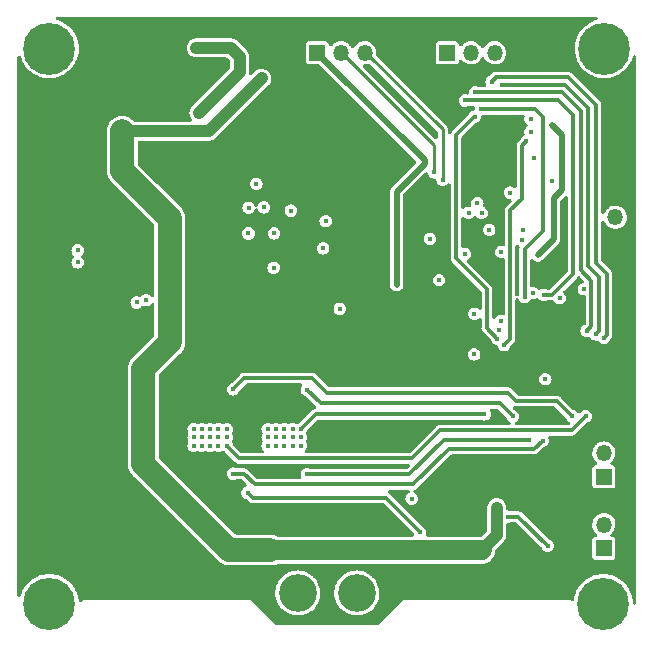
<source format=gbr>
%TF.GenerationSoftware,KiCad,Pcbnew,(6.0.0)*%
%TF.CreationDate,2022-04-01T15:35:24+08:00*%
%TF.ProjectId,LinkCharge40_Transmitter,4c696e6b-4368-4617-9267-6534305f5472,rev?*%
%TF.SameCoordinates,Original*%
%TF.FileFunction,Copper,L2,Inr*%
%TF.FilePolarity,Positive*%
%FSLAX46Y46*%
G04 Gerber Fmt 4.6, Leading zero omitted, Abs format (unit mm)*
G04 Created by KiCad (PCBNEW (6.0.0)) date 2022-04-01 15:35:24*
%MOMM*%
%LPD*%
G01*
G04 APERTURE LIST*
%TA.AperFunction,ComponentPad*%
%ADD10R,1.350000X1.350000*%
%TD*%
%TA.AperFunction,ComponentPad*%
%ADD11O,1.350000X1.350000*%
%TD*%
%TA.AperFunction,ComponentPad*%
%ADD12C,0.700000*%
%TD*%
%TA.AperFunction,ComponentPad*%
%ADD13C,4.400000*%
%TD*%
%TA.AperFunction,ComponentPad*%
%ADD14C,3.200000*%
%TD*%
%TA.AperFunction,ComponentPad*%
%ADD15O,1.600000X1.000000*%
%TD*%
%TA.AperFunction,ViaPad*%
%ADD16C,0.450000*%
%TD*%
%TA.AperFunction,Conductor*%
%ADD17C,1.000000*%
%TD*%
%TA.AperFunction,Conductor*%
%ADD18C,2.000000*%
%TD*%
%TA.AperFunction,Conductor*%
%ADD19C,1.700000*%
%TD*%
%TA.AperFunction,Conductor*%
%ADD20C,1.500000*%
%TD*%
%TA.AperFunction,Conductor*%
%ADD21C,0.500000*%
%TD*%
%TA.AperFunction,Conductor*%
%ADD22C,0.300000*%
%TD*%
%TA.AperFunction,Conductor*%
%ADD23C,0.250000*%
%TD*%
G04 APERTURE END LIST*
D10*
%TO.N,+3V3*%
%TO.C,J3*%
X134510000Y-71860000D03*
D11*
%TO.N,Net-(J3-Pad2)*%
X136510000Y-71860000D03*
%TO.N,Net-(J3-Pad3)*%
X138510000Y-71860000D03*
%TO.N,GND*%
X140510000Y-71860000D03*
%TD*%
D12*
%TO.N,unconnected-(H3-Pad1)*%
%TO.C,H3*%
X111800000Y-116850000D03*
X111800000Y-120150000D03*
X112966726Y-119666726D03*
X110633274Y-117333274D03*
D13*
X111800000Y-118500000D03*
D12*
X110633274Y-119666726D03*
X112966726Y-117333274D03*
X110150000Y-118500000D03*
X113450000Y-118500000D03*
%TD*%
D10*
%TO.N,Net-(J6-Pad1)*%
%TO.C,J6*%
X158760000Y-107750000D03*
D11*
%TO.N,+5V*%
X158760000Y-105750000D03*
%TD*%
D10*
%TO.N,GND*%
%TO.C,J4*%
X159740000Y-87780000D03*
D11*
%TO.N,TEMP*%
X159740000Y-85780000D03*
%TD*%
D12*
%TO.N,unconnected-(H1-Pad1)*%
%TO.C,H1*%
X157633274Y-72666726D03*
X158800000Y-69850000D03*
X157633274Y-70333274D03*
D13*
X158800000Y-71500000D03*
D12*
X159966726Y-70333274D03*
X157150000Y-71500000D03*
X158800000Y-73150000D03*
X159966726Y-72666726D03*
X160450000Y-71500000D03*
%TD*%
%TO.N,unconnected-(H2-Pad1)*%
%TO.C,H2*%
X157533274Y-119666726D03*
X158700000Y-120150000D03*
X160350000Y-118500000D03*
X159866726Y-117333274D03*
X157050000Y-118500000D03*
D13*
X158700000Y-118500000D03*
D12*
X157533274Y-117333274D03*
X159866726Y-119666726D03*
X158700000Y-116850000D03*
%TD*%
D14*
%TO.N,COIL-*%
%TO.C,J5*%
X132840000Y-117595000D03*
%TO.N,Net-(C36-Pad2)*%
X137840000Y-117595000D03*
%TD*%
D10*
%TO.N,Net-(J6-Pad1)*%
%TO.C,J7*%
X158760000Y-113810000D03*
D11*
%TO.N,+5V*%
X158760000Y-111810000D03*
%TD*%
D10*
%TO.N,+3V3*%
%TO.C,J2*%
X145510000Y-71860000D03*
D11*
%TO.N,Net-(J2-Pad2)*%
X147510000Y-71860000D03*
%TO.N,Net-(J2-Pad3)*%
X149510000Y-71860000D03*
%TO.N,GND*%
X151510000Y-71860000D03*
%TD*%
D15*
%TO.N,GND*%
%TO.C,J1*%
X115100000Y-84780000D03*
X115100000Y-93420000D03*
X111300000Y-84780000D03*
X111300000Y-93420000D03*
%TD*%
D12*
%TO.N,unconnected-(H4-Pad1)*%
%TO.C,H4*%
X110633274Y-72666726D03*
D13*
X111800000Y-71500000D03*
D12*
X110633274Y-70333274D03*
X110150000Y-71500000D03*
X113450000Y-71500000D03*
X112966726Y-72666726D03*
X111800000Y-69850000D03*
X111800000Y-73150000D03*
X112966726Y-70333274D03*
%TD*%
D16*
%TO.N,DC_I+*%
X127919256Y-72197436D03*
X124470000Y-76930000D03*
X124244257Y-71442437D03*
%TO.N,GND*%
X109510000Y-113740000D03*
X149190000Y-81990000D03*
X149190000Y-81300000D03*
X136660000Y-69190000D03*
X109600000Y-91000000D03*
X109600000Y-87000000D03*
X109510000Y-108740000D03*
X109510000Y-109740000D03*
X149850000Y-81990000D03*
X147790000Y-79199998D03*
X116660000Y-69190000D03*
X147660000Y-69190000D03*
X149190000Y-80599998D03*
X153290000Y-95690000D03*
X161110000Y-79740000D03*
X146770000Y-92140000D03*
X143910000Y-117740000D03*
X115660000Y-117740000D03*
X161110000Y-105740000D03*
X161110000Y-111740000D03*
X122660000Y-69190000D03*
X161110000Y-115740000D03*
X110310000Y-79100000D03*
X110310000Y-114240000D03*
X161110000Y-85740000D03*
X142330000Y-103860000D03*
X131700001Y-107490000D03*
X110400000Y-90500000D03*
X110310000Y-101240000D03*
X125660000Y-69190000D03*
X161110000Y-77740000D03*
X128020000Y-82950000D03*
X140970000Y-118440000D03*
X153660000Y-69190000D03*
X110310000Y-105240000D03*
X128660000Y-69190000D03*
X145900000Y-91150000D03*
X142280000Y-76520000D03*
X161110000Y-94740000D03*
X151660000Y-69190000D03*
X110310000Y-103240000D03*
X161110000Y-96740000D03*
X148490000Y-80599999D03*
X109510000Y-112740000D03*
X161110000Y-78740000D03*
X109510000Y-107740000D03*
X109510000Y-98740000D03*
X109510000Y-83600000D03*
X117660000Y-117740000D03*
X152590000Y-94990000D03*
X137660000Y-69190000D03*
X124825001Y-107490000D03*
X110310000Y-78100000D03*
X109510000Y-81600000D03*
X161110000Y-102740000D03*
X141850000Y-80550000D03*
X161110000Y-76740000D03*
X110310000Y-109240000D03*
X109510000Y-104740000D03*
X110310000Y-107240000D03*
X133660000Y-69190000D03*
X110310000Y-115240000D03*
X138660000Y-69190000D03*
X109510000Y-79600000D03*
X109510000Y-73600000D03*
X147315000Y-111400000D03*
X129670000Y-118440000D03*
X109510000Y-99740000D03*
X154690000Y-97090000D03*
X132335001Y-107490000D03*
X124240000Y-83400000D03*
X154660000Y-69190000D03*
X125710000Y-83400000D03*
X149850000Y-79900000D03*
X161110000Y-82740000D03*
X153290000Y-94990000D03*
X139570000Y-119840000D03*
X113660000Y-69190000D03*
X151440000Y-92060000D03*
X154690000Y-95690001D03*
X123660000Y-117740000D03*
X131070000Y-119840000D03*
X152910000Y-117740000D03*
X123660000Y-69190000D03*
X109510000Y-94740000D03*
X140660000Y-69190000D03*
X153990000Y-97090000D03*
X124990000Y-73540000D03*
X124990000Y-74520000D03*
X156660000Y-69190000D03*
X137330000Y-98100000D03*
X146770000Y-91150000D03*
X161110000Y-114740000D03*
X109510000Y-110740000D03*
X124494258Y-74027436D03*
X127620000Y-79590000D03*
X138030000Y-98100000D03*
X137510000Y-86120000D03*
X147790000Y-79900000D03*
X109510000Y-75600000D03*
X154690000Y-96390000D03*
X123680000Y-83400000D03*
X124190001Y-107490000D03*
X110310000Y-111240000D03*
X109510000Y-101740000D03*
X161110000Y-101740000D03*
X155910000Y-117740000D03*
X110310000Y-81100000D03*
X150660000Y-69190000D03*
X110310000Y-97240000D03*
X109510000Y-80600000D03*
X161110000Y-116740000D03*
X130430001Y-107490000D03*
X147790000Y-81300000D03*
X161110000Y-113740000D03*
X139660000Y-69190000D03*
X161110000Y-74740000D03*
X126270000Y-83390000D03*
X120660000Y-69190000D03*
X110310000Y-74100000D03*
X124020000Y-74520000D03*
X134170000Y-119840000D03*
X133920000Y-84590000D03*
X141660000Y-69190000D03*
X146860000Y-111830000D03*
X146910000Y-117740000D03*
X153290000Y-96390000D03*
X122660000Y-117740000D03*
X110310000Y-108240000D03*
X161110000Y-99740000D03*
X161110000Y-112740000D03*
X147770000Y-110950000D03*
X148490000Y-79899999D03*
X110400000Y-91500000D03*
X109510000Y-76600000D03*
X143660000Y-69190000D03*
X110400000Y-88500000D03*
X109510000Y-102740000D03*
X153910000Y-117740000D03*
X110310000Y-104240000D03*
X152590000Y-95690000D03*
X147089999Y-81989997D03*
X116660000Y-117740000D03*
X142330000Y-104590000D03*
X155490000Y-88490000D03*
X109600000Y-88000000D03*
X146660000Y-69190000D03*
X149849999Y-79199998D03*
X161110000Y-90740000D03*
X110400000Y-87500000D03*
X161110000Y-88740000D03*
X161110000Y-87740000D03*
X134660000Y-69190000D03*
X148490000Y-79199999D03*
X146860000Y-110950000D03*
X109600000Y-89000000D03*
X119660000Y-117740000D03*
X141910000Y-117740000D03*
X109600000Y-86000000D03*
X161110000Y-106740000D03*
X126660000Y-117740000D03*
X142910000Y-117740000D03*
X150910000Y-117740000D03*
X161110000Y-73740000D03*
X132170000Y-119840000D03*
X109510000Y-114740000D03*
X129795001Y-107490000D03*
X161110000Y-97740000D03*
X123555001Y-107490000D03*
X130660000Y-69190000D03*
X129919256Y-72197435D03*
X110400000Y-86500000D03*
X149660000Y-69190000D03*
X109510000Y-74600000D03*
X161110000Y-92740000D03*
X138570000Y-119840000D03*
X110310000Y-112240001D03*
X143920000Y-93670000D03*
X148660000Y-69190000D03*
X124660000Y-69190000D03*
X161110000Y-100740000D03*
X128660000Y-117740000D03*
X148490000Y-81989999D03*
X161110000Y-84740000D03*
X125660000Y-117740000D03*
X109510000Y-97740000D03*
X147790000Y-81990000D03*
X110310000Y-110240000D03*
X161110000Y-98740000D03*
X136370000Y-119840000D03*
X145910000Y-117740000D03*
X149850000Y-80599998D03*
X161110000Y-86740000D03*
X142370000Y-92600000D03*
X144660000Y-69190000D03*
X145660000Y-69190000D03*
X109510000Y-106740000D03*
X147910000Y-117740000D03*
X161110000Y-108740000D03*
X148490000Y-81299999D03*
X149190000Y-79900000D03*
X114660000Y-69190000D03*
X109510000Y-103740000D03*
X136340000Y-92050000D03*
X110310000Y-95240000D03*
X161110000Y-109740000D03*
X145900000Y-92140000D03*
X109510000Y-82600000D03*
X161110000Y-110740000D03*
X161110000Y-89740000D03*
X110310000Y-100240000D03*
X109600000Y-90000000D03*
X152590000Y-96390000D03*
X131660000Y-69190000D03*
X161110000Y-107740000D03*
X154690000Y-94990000D03*
X151910000Y-117740000D03*
X110310000Y-82100000D03*
X154910000Y-117740000D03*
X121660000Y-117740000D03*
X110310000Y-77100000D03*
X153290001Y-97090000D03*
X161110000Y-104740000D03*
X110400000Y-89500000D03*
X110310000Y-106240000D03*
X109510000Y-77600000D03*
X131065001Y-107490000D03*
X126660000Y-69190000D03*
X153830000Y-102610000D03*
X138740000Y-98100000D03*
X121520000Y-79630000D03*
X144910000Y-117740000D03*
X152590000Y-97090000D03*
X147089999Y-81299997D03*
X132660000Y-69190000D03*
X118660000Y-69190000D03*
X117660000Y-69190000D03*
X135660000Y-69190000D03*
X136600000Y-98100000D03*
X110310000Y-76100000D03*
X140030000Y-86130000D03*
X147090000Y-80599999D03*
X110310000Y-99240000D03*
X153990000Y-95690000D03*
X109510000Y-105740000D03*
X110310000Y-75100000D03*
X109510000Y-95740000D03*
X140270000Y-119140000D03*
X155660000Y-69190000D03*
X152660000Y-69190000D03*
X129660000Y-69190000D03*
X109510000Y-115740000D03*
X124020000Y-73530000D03*
X115660000Y-69190000D03*
X135270000Y-119840000D03*
X127660000Y-69190000D03*
X129969256Y-75667435D03*
X109510000Y-116740000D03*
X161110000Y-83740000D03*
X109510000Y-100740000D03*
X147089999Y-79199999D03*
X161110000Y-75740000D03*
X155430000Y-84680000D03*
X130370000Y-119140000D03*
X142660000Y-69190000D03*
X149850000Y-81300000D03*
X109600000Y-92000000D03*
X161110000Y-103740000D03*
X147770000Y-111830000D03*
X161110000Y-81740000D03*
X153990000Y-94990000D03*
X110310000Y-98240000D03*
X147090000Y-79899999D03*
X110310000Y-96240000D03*
X161110000Y-93740000D03*
X161110000Y-95740000D03*
X147789999Y-80599998D03*
X161110000Y-80740000D03*
X139370000Y-92240000D03*
X124660000Y-117740000D03*
X137470000Y-119840000D03*
X153990000Y-96390000D03*
X110310000Y-80100000D03*
X109510000Y-96740000D03*
X120660000Y-117740000D03*
X114660000Y-117740000D03*
X110310000Y-113239999D03*
X133170000Y-119840000D03*
X121660000Y-69190000D03*
X118660000Y-117740000D03*
X119660000Y-69190000D03*
X161110000Y-91740000D03*
X109510000Y-111740000D03*
X149910000Y-117740000D03*
X125460001Y-107490000D03*
X109510000Y-78600000D03*
X149189999Y-79199998D03*
X127660000Y-117740000D03*
X148910000Y-117740000D03*
X110310000Y-83100000D03*
X110310000Y-102240000D03*
X126095001Y-107490000D03*
%TO.N,COIL-*%
X134990000Y-88420000D03*
%TO.N,Net-(C3-Pad1)*%
X128670000Y-87160000D03*
X130810000Y-90050000D03*
%TO.N,VDDA*%
X129975000Y-84950000D03*
X150080000Y-88720000D03*
X144030000Y-87620000D03*
X154330000Y-82740000D03*
%TO.N,Net-(C13-Pad1)*%
X128680000Y-84970000D03*
X130830000Y-87140000D03*
%TO.N,DC_FBI*%
X148050000Y-84590000D03*
X132260000Y-85220000D03*
%TO.N,AC_PEAK*%
X148400000Y-85420000D03*
X136400000Y-93530000D03*
%TO.N,DC_FBV*%
X147310000Y-85400000D03*
X135210000Y-86110000D03*
%TO.N,+5V*%
X117740000Y-78470000D03*
X118480000Y-78470000D03*
X153800000Y-99500000D03*
X155030000Y-92640000D03*
X144770000Y-113950000D03*
X142520000Y-113970000D03*
X142490000Y-109610000D03*
X149670000Y-110390000D03*
X129789257Y-74037435D03*
X149670000Y-111860000D03*
%TO.N,AC_AMPL*%
X150810000Y-83700000D03*
X150050000Y-94550000D03*
%TO.N,CB*%
X147780000Y-97400000D03*
X147780000Y-93950000D03*
%TO.N,+3V3*%
X141220000Y-91500000D03*
X155200000Y-81590000D03*
X153170000Y-88990000D03*
X143600000Y-81200000D03*
X154390000Y-78000000D03*
%TO.N,AC_PHASE*%
X151940000Y-86830000D03*
X157060000Y-91870000D03*
%TO.N,Net-(C36-Pad2)*%
X133100000Y-105120000D03*
X131000000Y-104420000D03*
X132400000Y-105120000D03*
X131700000Y-104420000D03*
X133100000Y-104420000D03*
X132400000Y-104420000D03*
X131000000Y-105120000D03*
X131000000Y-103720000D03*
X131700000Y-105120000D03*
X130300000Y-104420000D03*
X130300000Y-105120000D03*
X133100000Y-103720000D03*
X130300000Y-103720000D03*
X132400000Y-103720000D03*
X148650000Y-102470000D03*
X131700000Y-103720000D03*
%TO.N,Net-(C37-Pad2)*%
X125420000Y-103720000D03*
X126120000Y-105120000D03*
X124020000Y-103720000D03*
X126120000Y-103720000D03*
X124020000Y-105120000D03*
X126820000Y-103720000D03*
X126820000Y-104420000D03*
X125420000Y-104420000D03*
X126120000Y-104420000D03*
X124720000Y-104420000D03*
X126820000Y-105120000D03*
X124020000Y-104420000D03*
X124720000Y-103720000D03*
X125420000Y-105120000D03*
X124720000Y-105120000D03*
X157210000Y-102630000D03*
%TO.N,AC_V*%
X151810000Y-87700000D03*
X152770000Y-92210000D03*
%TO.N,Net-(R26-Pad2)*%
X133610000Y-107550000D03*
X152380000Y-104610000D03*
%TO.N,Net-(R29-Pad2)*%
X127365001Y-107490000D03*
X153580000Y-104700000D03*
%TO.N,AC_GAIN*%
X147000000Y-88890000D03*
X149900000Y-95310000D03*
X149050000Y-86850000D03*
%TO.N,DIV_EN*%
X144800000Y-91100000D03*
X152855000Y-80800000D03*
%TO.N,DRV_EN*%
X150300000Y-96620000D03*
X129330000Y-82940000D03*
X152200000Y-79360000D03*
%TO.N,PWM1_L*%
X149250000Y-74300000D03*
X158770000Y-96000000D03*
%TO.N,PWM1_H*%
X158060000Y-95700000D03*
X150100000Y-74550000D03*
%TO.N,PWM2_L*%
X147850000Y-75200000D03*
X157300000Y-95400000D03*
%TO.N,PWM2_H*%
X147000000Y-75900000D03*
X153650000Y-92360000D03*
%TO.N,SYNC1*%
X152060000Y-92550000D03*
X148350000Y-76650000D03*
%TO.N,SYNC2*%
X147810000Y-77280000D03*
X149750000Y-96060000D03*
%TO.N,Net-(R24-Pad2)*%
X151050000Y-102630000D03*
X133610000Y-100390000D03*
%TO.N,Net-(R27-Pad2)*%
X127370000Y-100350000D03*
X156090000Y-102630000D03*
%TO.N,Net-(J2-Pad2)*%
X152550000Y-78550000D03*
%TO.N,Net-(J2-Pad3)*%
X152550000Y-77450000D03*
%TO.N,Net-(J3-Pad2)*%
X144400000Y-81990000D03*
%TO.N,Net-(J3-Pad3)*%
X145110000Y-82630000D03*
%TO.N,Net-(NCP15XW153J03RC1-Pad1)*%
X128590000Y-109120000D03*
X143197342Y-112432658D03*
%TO.N,Net-(U8-Pad7)*%
X153990000Y-113600000D03*
X150620000Y-111140000D03*
%TO.N,CC1*%
X114200000Y-88600000D03*
X120000000Y-92800000D03*
%TO.N,CC2*%
X114200000Y-89600000D03*
X119200000Y-93000000D03*
%TD*%
D17*
%TO.N,DC_I+*%
X124244257Y-71442437D02*
X127164257Y-71442437D01*
X127919256Y-72197436D02*
X127919256Y-73480744D01*
X127919256Y-73480744D02*
X124470000Y-76930000D01*
X127164257Y-71442437D02*
X127919256Y-72197436D01*
%TO.N,+5V*%
X125331203Y-78495489D02*
X129789257Y-74037435D01*
D18*
X130520000Y-113960000D02*
X127050000Y-113960000D01*
X122000000Y-96390000D02*
X122000000Y-85860000D01*
X117980000Y-81840000D02*
X117980000Y-78510000D01*
D17*
X148410000Y-113970000D02*
X149690000Y-112690000D01*
X149690000Y-112690000D02*
X149690000Y-110380000D01*
D19*
X130530000Y-113970000D02*
X148410000Y-113970000D01*
D18*
X122000000Y-85860000D02*
X117980000Y-81840000D01*
D17*
X117935489Y-78495489D02*
X125331203Y-78495489D01*
D18*
X119770000Y-106680000D02*
X119770000Y-98620000D01*
X119770000Y-98620000D02*
X122000000Y-96390000D01*
X127050000Y-113960000D02*
X119770000Y-106680000D01*
D20*
X130520000Y-113960000D02*
X130530000Y-113970000D01*
D21*
%TO.N,+3V3*%
X143600000Y-81250000D02*
X141220000Y-83630000D01*
X154390000Y-78000000D02*
X154390000Y-78010000D01*
X154390000Y-78010000D02*
X155200000Y-78820000D01*
X155200000Y-78820000D02*
X155200000Y-81590000D01*
X141220000Y-83630000D02*
X141220000Y-91510000D01*
X154500000Y-87660000D02*
X154500000Y-84170000D01*
X155200000Y-83470000D02*
X155200000Y-81590000D01*
X143600000Y-81200000D02*
X143600000Y-80970000D01*
X153170000Y-88990000D02*
X154500000Y-87660000D01*
X154500000Y-84170000D02*
X155200000Y-83470000D01*
X143600000Y-80970000D02*
X134980000Y-72350000D01*
D22*
%TO.N,Net-(C36-Pad2)*%
X133100000Y-103720000D02*
X134350000Y-102470000D01*
X134350000Y-102470000D02*
X148650000Y-102470000D01*
%TO.N,Net-(C37-Pad2)*%
X156030000Y-103820000D02*
X157210000Y-102640000D01*
X142510000Y-106200000D02*
X144890000Y-103820000D01*
X126820000Y-105140000D02*
X127880000Y-106200000D01*
X144890000Y-103820000D02*
X156030000Y-103820000D01*
X127880000Y-106200000D02*
X142510000Y-106200000D01*
X157210000Y-102640000D02*
X157210000Y-102630000D01*
X126820000Y-105120000D02*
X126820000Y-105140000D01*
%TO.N,Net-(R26-Pad2)*%
X142300000Y-107550000D02*
X133610000Y-107550000D01*
X152380000Y-104610000D02*
X152360000Y-104630000D01*
X145220000Y-104630000D02*
X142300000Y-107550000D01*
X152360000Y-104630000D02*
X145220000Y-104630000D01*
%TO.N,Net-(R29-Pad2)*%
X128260000Y-107490000D02*
X127365001Y-107490000D01*
X153580000Y-104700000D02*
X152860000Y-105420000D01*
X129180000Y-108410000D02*
X128260000Y-107490000D01*
X145627084Y-105420000D02*
X142637084Y-108410000D01*
X152860000Y-105420000D02*
X145627084Y-105420000D01*
X142637084Y-108410000D02*
X129180000Y-108410000D01*
%TO.N,DRV_EN*%
X150820000Y-85210000D02*
X151830000Y-84200000D01*
X150820000Y-96100000D02*
X150820000Y-85210000D01*
X150300000Y-96620000D02*
X150820000Y-96100000D01*
X151830000Y-84200000D02*
X151830000Y-79730000D01*
X151830000Y-79730000D02*
X152200000Y-79360000D01*
%TO.N,PWM1_L*%
X158100000Y-76304697D02*
X155695303Y-73900000D01*
X158100000Y-89650000D02*
X158100000Y-76304697D01*
X159000000Y-95770000D02*
X159000000Y-90550000D01*
X149650000Y-73900000D02*
X149250000Y-74300000D01*
X155695303Y-73900000D02*
X149650000Y-73900000D01*
X158770000Y-96000000D02*
X159000000Y-95770000D01*
X159000000Y-90550000D02*
X158100000Y-89650000D01*
%TO.N,PWM1_H*%
X157450000Y-76557880D02*
X155442120Y-74550000D01*
X158060000Y-95700000D02*
X158350000Y-95410000D01*
X158350000Y-90850000D02*
X157450000Y-89950000D01*
X158350000Y-95410000D02*
X158350000Y-90850000D01*
X157450000Y-89950000D02*
X157450000Y-76557880D01*
X155442120Y-74550000D02*
X150100000Y-74550000D01*
%TO.N,PWM2_L*%
X157700000Y-91150000D02*
X156800000Y-90250000D01*
X156800000Y-90250000D02*
X156800000Y-76800000D01*
X155200000Y-75200000D02*
X147850000Y-75200000D01*
X157700000Y-95000000D02*
X157700000Y-91150000D01*
X157300000Y-95400000D02*
X157700000Y-95000000D01*
X156800000Y-76800000D02*
X155200000Y-75200000D01*
%TO.N,PWM2_H*%
X154900000Y-75900000D02*
X156150000Y-77150000D01*
X154350000Y-92360000D02*
X153650000Y-92360000D01*
X147000000Y-75900000D02*
X154900000Y-75900000D01*
X156150000Y-77150000D02*
X156150000Y-90560000D01*
X156150000Y-90560000D02*
X154350000Y-92360000D01*
%TO.N,SYNC1*%
X152930000Y-76650000D02*
X148350000Y-76650000D01*
X153600000Y-77320000D02*
X152930000Y-76650000D01*
X153600000Y-86950000D02*
X153600000Y-77320000D01*
X152060000Y-88490000D02*
X153600000Y-86950000D01*
X152060000Y-92550000D02*
X152060000Y-88490000D01*
%TO.N,SYNC2*%
X146240000Y-89270000D02*
X146240000Y-78840000D01*
X148850000Y-95160000D02*
X148850000Y-91880000D01*
X148850000Y-91880000D02*
X146240000Y-89270000D01*
X146240000Y-78840000D02*
X147800000Y-77280000D01*
X149750000Y-96060000D02*
X148850000Y-95160000D01*
X147800000Y-77280000D02*
X147810000Y-77280000D01*
%TO.N,Net-(R24-Pad2)*%
X151050000Y-102630000D02*
X149970000Y-101550000D01*
X134770000Y-101550000D02*
X133610000Y-100390000D01*
X149970000Y-101550000D02*
X134770000Y-101550000D01*
%TO.N,Net-(R27-Pad2)*%
X134040000Y-99390000D02*
X128330000Y-99390000D01*
X150660466Y-100650000D02*
X135300000Y-100650000D01*
X154780000Y-101350000D02*
X151360466Y-101350000D01*
X151360466Y-101350000D02*
X150660466Y-100650000D01*
X135300000Y-100650000D02*
X134040000Y-99390000D01*
X128330000Y-99390000D02*
X127370000Y-100350000D01*
X156060000Y-102630000D02*
X154780000Y-101350000D01*
D23*
%TO.N,Net-(J3-Pad2)*%
X144400000Y-79690000D02*
X144400000Y-81990000D01*
X136630000Y-71920000D02*
X144400000Y-79690000D01*
X136620000Y-71920000D02*
X136630000Y-71920000D01*
%TO.N,Net-(J3-Pad3)*%
X145110000Y-78330000D02*
X145110000Y-82630000D01*
X138560000Y-71780000D02*
X145110000Y-78330000D01*
X138540000Y-71780000D02*
X138560000Y-71780000D01*
D22*
%TO.N,Net-(NCP15XW153J03RC1-Pad1)*%
X129020000Y-109550000D02*
X140336797Y-109550000D01*
X128590000Y-109120000D02*
X129020000Y-109550000D01*
X140336797Y-109550000D02*
X143196797Y-112410000D01*
%TO.N,Net-(U8-Pad7)*%
X151530000Y-111140000D02*
X153990000Y-113600000D01*
X150620000Y-111140000D02*
X151530000Y-111140000D01*
%TD*%
%TA.AperFunction,Conductor*%
%TO.N,GND*%
G36*
X158081656Y-68800000D02*
G01*
X158156156Y-68819962D01*
X158210694Y-68874500D01*
X158230656Y-68949000D01*
X158210694Y-69023500D01*
X158156156Y-69078038D01*
X158118711Y-69093319D01*
X158030304Y-69116018D01*
X158030302Y-69116019D01*
X158025775Y-69117181D01*
X157733234Y-69233006D01*
X157457516Y-69384584D01*
X157453737Y-69387329D01*
X157453730Y-69387334D01*
X157206755Y-69566772D01*
X157202970Y-69569522D01*
X157199559Y-69572725D01*
X157199558Y-69572726D01*
X157180299Y-69590812D01*
X156973610Y-69784906D01*
X156970622Y-69788517D01*
X156970619Y-69788521D01*
X156776038Y-70023728D01*
X156776033Y-70023734D01*
X156773053Y-70027337D01*
X156770550Y-70031281D01*
X156770545Y-70031288D01*
X156626945Y-70257566D01*
X156604463Y-70292993D01*
X156470497Y-70577685D01*
X156373269Y-70876921D01*
X156372392Y-70881517D01*
X156372391Y-70881522D01*
X156345132Y-71024419D01*
X156314312Y-71185985D01*
X156314019Y-71190646D01*
X156314018Y-71190652D01*
X156299903Y-71415004D01*
X156294556Y-71500000D01*
X156294850Y-71504673D01*
X156313838Y-71806476D01*
X156314312Y-71814015D01*
X156315188Y-71818607D01*
X156370372Y-72107891D01*
X156373269Y-72123079D01*
X156470497Y-72422315D01*
X156472492Y-72426555D01*
X156472495Y-72426562D01*
X156500170Y-72485373D01*
X156604463Y-72707007D01*
X156626945Y-72742434D01*
X156770545Y-72968712D01*
X156770550Y-72968719D01*
X156773053Y-72972663D01*
X156776033Y-72976266D01*
X156776038Y-72976272D01*
X156970619Y-73211479D01*
X156973610Y-73215094D01*
X156977025Y-73218301D01*
X156977027Y-73218303D01*
X157199558Y-73427274D01*
X157202970Y-73430478D01*
X157206755Y-73433228D01*
X157453730Y-73612666D01*
X157453737Y-73612671D01*
X157457516Y-73615416D01*
X157733234Y-73766994D01*
X158025775Y-73882819D01*
X158030302Y-73883981D01*
X158030304Y-73883982D01*
X158131677Y-73910010D01*
X158330527Y-73961066D01*
X158511074Y-73983874D01*
X158638033Y-73999913D01*
X158638038Y-73999913D01*
X158642682Y-74000500D01*
X158957318Y-74000500D01*
X158961962Y-73999913D01*
X158961967Y-73999913D01*
X159088926Y-73983874D01*
X159269473Y-73961066D01*
X159468323Y-73910010D01*
X159569696Y-73883982D01*
X159569698Y-73883981D01*
X159574225Y-73882819D01*
X159866766Y-73766994D01*
X160142484Y-73615416D01*
X160146263Y-73612671D01*
X160146270Y-73612666D01*
X160393245Y-73433228D01*
X160397030Y-73430478D01*
X160400442Y-73427274D01*
X160622973Y-73218303D01*
X160622975Y-73218301D01*
X160626390Y-73215094D01*
X160629381Y-73211479D01*
X160823962Y-72976272D01*
X160823967Y-72976266D01*
X160826947Y-72972663D01*
X160829450Y-72968719D01*
X160829455Y-72968712D01*
X160973055Y-72742434D01*
X160995537Y-72707007D01*
X161099830Y-72485373D01*
X161127505Y-72426562D01*
X161127508Y-72426555D01*
X161129503Y-72422315D01*
X161209293Y-72176747D01*
X161251300Y-72112062D01*
X161320021Y-72077047D01*
X161397044Y-72081084D01*
X161461729Y-72123091D01*
X161496744Y-72191812D01*
X161500000Y-72222791D01*
X161500000Y-118440576D01*
X161480038Y-118515076D01*
X161425500Y-118569614D01*
X161351000Y-118589576D01*
X161276500Y-118569614D01*
X161221962Y-118515076D01*
X161202294Y-118449932D01*
X161185982Y-118190652D01*
X161185981Y-118190646D01*
X161185688Y-118185985D01*
X161162353Y-118063656D01*
X161127609Y-117881522D01*
X161127608Y-117881517D01*
X161126731Y-117876921D01*
X161029503Y-117577685D01*
X161007019Y-117529903D01*
X160897532Y-117297233D01*
X160895537Y-117292993D01*
X160873055Y-117257566D01*
X160729455Y-117031288D01*
X160729450Y-117031281D01*
X160726947Y-117027337D01*
X160723967Y-117023734D01*
X160723962Y-117023728D01*
X160529381Y-116788521D01*
X160529378Y-116788517D01*
X160526390Y-116784906D01*
X160301863Y-116574060D01*
X160300442Y-116572726D01*
X160300441Y-116572725D01*
X160297030Y-116569522D01*
X160293245Y-116566772D01*
X160046270Y-116387334D01*
X160046263Y-116387329D01*
X160042484Y-116384584D01*
X159766766Y-116233006D01*
X159474225Y-116117181D01*
X159469698Y-116116019D01*
X159469696Y-116116018D01*
X159321849Y-116078058D01*
X159169473Y-116038934D01*
X158988926Y-116016126D01*
X158861967Y-116000087D01*
X158861962Y-116000087D01*
X158857318Y-115999500D01*
X158542682Y-115999500D01*
X158538038Y-116000087D01*
X158538033Y-116000087D01*
X158411074Y-116016126D01*
X158230527Y-116038934D01*
X158078151Y-116078058D01*
X157930304Y-116116018D01*
X157930302Y-116116019D01*
X157925775Y-116117181D01*
X157633234Y-116233006D01*
X157357516Y-116384584D01*
X157353737Y-116387329D01*
X157353730Y-116387334D01*
X157106755Y-116566772D01*
X157102970Y-116569522D01*
X157099559Y-116572725D01*
X157099558Y-116572726D01*
X157098138Y-116574060D01*
X156873610Y-116784906D01*
X156870622Y-116788517D01*
X156870619Y-116788521D01*
X156676038Y-117023728D01*
X156676033Y-117023734D01*
X156673053Y-117027337D01*
X156670550Y-117031281D01*
X156670545Y-117031288D01*
X156526945Y-117257566D01*
X156504463Y-117292993D01*
X156502468Y-117297233D01*
X156392982Y-117529903D01*
X156370497Y-117577685D01*
X156273269Y-117876921D01*
X156272392Y-117881517D01*
X156272391Y-117881522D01*
X156217876Y-118167300D01*
X156184307Y-118236740D01*
X156120516Y-118280092D01*
X156043595Y-118285741D01*
X155986102Y-118256665D01*
X155984794Y-118258735D01*
X155973164Y-118251383D01*
X155963081Y-118242029D01*
X155955830Y-118239136D01*
X155952312Y-118236184D01*
X155942378Y-118232568D01*
X155942373Y-118232566D01*
X155910192Y-118220854D01*
X155905982Y-118219248D01*
X155859278Y-118200615D01*
X155853005Y-118200000D01*
X141951299Y-118200000D01*
X141949877Y-118199896D01*
X141944583Y-118198078D01*
X141931708Y-118198561D01*
X141931704Y-118198561D01*
X141896176Y-118199895D01*
X141890587Y-118200000D01*
X141872095Y-118200000D01*
X141867109Y-118200929D01*
X141865010Y-118201065D01*
X141846653Y-118201754D01*
X141832904Y-118202270D01*
X141820263Y-118207701D01*
X141811774Y-118209614D01*
X141803658Y-118212746D01*
X141790130Y-118215265D01*
X141770621Y-118227291D01*
X141751274Y-118237341D01*
X141730220Y-118246386D01*
X141725349Y-118250387D01*
X141722772Y-118252964D01*
X141720075Y-118255409D01*
X141719648Y-118254938D01*
X141716718Y-118257254D01*
X141716895Y-118257449D01*
X141706702Y-118266691D01*
X141694993Y-118273909D01*
X141686667Y-118284858D01*
X141679412Y-118294399D01*
X141666167Y-118309569D01*
X139719377Y-120256359D01*
X139652582Y-120294923D01*
X139614018Y-120300000D01*
X130985982Y-120300000D01*
X130911482Y-120280038D01*
X130880623Y-120256359D01*
X128948407Y-118324143D01*
X128947476Y-118323064D01*
X128945017Y-118318034D01*
X128909502Y-118285089D01*
X128905475Y-118281211D01*
X128892400Y-118268136D01*
X128888218Y-118265268D01*
X128886648Y-118263889D01*
X128873168Y-118251384D01*
X128873167Y-118251383D01*
X128863083Y-118242029D01*
X128850306Y-118236932D01*
X128842946Y-118232279D01*
X128834991Y-118228754D01*
X128823648Y-118220972D01*
X128810263Y-118217796D01*
X128810261Y-118217795D01*
X128801362Y-118215683D01*
X128780549Y-118209101D01*
X128769051Y-118204513D01*
X128769048Y-118204512D01*
X128759280Y-118200615D01*
X128753007Y-118200000D01*
X128749373Y-118200000D01*
X128745729Y-118199822D01*
X128745760Y-118199187D01*
X128742047Y-118198752D01*
X128742034Y-118199016D01*
X128728293Y-118198344D01*
X128714909Y-118195168D01*
X128689976Y-118198561D01*
X128689403Y-118198639D01*
X128669311Y-118200000D01*
X114747102Y-118200000D01*
X114732846Y-118205188D01*
X114732482Y-118205321D01*
X114708806Y-118211787D01*
X114690130Y-118215265D01*
X114678421Y-118222483D01*
X114674400Y-118224034D01*
X114667329Y-118227456D01*
X114659933Y-118231726D01*
X114647686Y-118236184D01*
X114636902Y-118245233D01*
X114632470Y-118248952D01*
X114614876Y-118261653D01*
X114606702Y-118266691D01*
X114606700Y-118266692D01*
X114594993Y-118273909D01*
X114586666Y-118284859D01*
X114583110Y-118288084D01*
X114576628Y-118295809D01*
X114566641Y-118304189D01*
X114560123Y-118315478D01*
X114551863Y-118325322D01*
X114488683Y-118369560D01*
X114411849Y-118376282D01*
X114341947Y-118343686D01*
X114297709Y-118280506D01*
X114289017Y-118238901D01*
X114288648Y-118233026D01*
X114287175Y-118209614D01*
X114285982Y-118190653D01*
X114285981Y-118190648D01*
X114285688Y-118185985D01*
X114262353Y-118063656D01*
X114227609Y-117881522D01*
X114227608Y-117881517D01*
X114226731Y-117876921D01*
X114129503Y-117577685D01*
X114109488Y-117535151D01*
X130935585Y-117535151D01*
X130946152Y-117804083D01*
X130994505Y-118068843D01*
X130996175Y-118073847D01*
X130996175Y-118073849D01*
X131072438Y-118302434D01*
X131079682Y-118324148D01*
X131199981Y-118564905D01*
X131202976Y-118569239D01*
X131202977Y-118569240D01*
X131217032Y-118589576D01*
X131353003Y-118786309D01*
X131356585Y-118790184D01*
X131532118Y-118980075D01*
X131532122Y-118980079D01*
X131535695Y-118983944D01*
X131744411Y-119153866D01*
X131974987Y-119292684D01*
X132144063Y-119364278D01*
X132208948Y-119391753D01*
X132222822Y-119397628D01*
X132227921Y-119398980D01*
X132227924Y-119398981D01*
X132405724Y-119446124D01*
X132482972Y-119466606D01*
X132750245Y-119498240D01*
X133019310Y-119491899D01*
X133167545Y-119467226D01*
X133279607Y-119448574D01*
X133279611Y-119448573D01*
X133284796Y-119447710D01*
X133443153Y-119397628D01*
X133536394Y-119368140D01*
X133536397Y-119368139D01*
X133541408Y-119366554D01*
X133546142Y-119364281D01*
X133546149Y-119364278D01*
X133700898Y-119289968D01*
X133784025Y-119250051D01*
X133788402Y-119247127D01*
X133788408Y-119247123D01*
X134003422Y-119103455D01*
X134007806Y-119100526D01*
X134208286Y-118920961D01*
X134271788Y-118845417D01*
X134378080Y-118718967D01*
X134381465Y-118714940D01*
X134523887Y-118486572D01*
X134632712Y-118240416D01*
X134679689Y-118073849D01*
X134704340Y-117986443D01*
X134704341Y-117986438D01*
X134705767Y-117981382D01*
X134721846Y-117861672D01*
X134741089Y-117718407D01*
X134741089Y-117718402D01*
X134741595Y-117714638D01*
X134745355Y-117595000D01*
X134743829Y-117573438D01*
X134741118Y-117535151D01*
X135935585Y-117535151D01*
X135946152Y-117804083D01*
X135994505Y-118068843D01*
X135996175Y-118073847D01*
X135996175Y-118073849D01*
X136072438Y-118302434D01*
X136079682Y-118324148D01*
X136199981Y-118564905D01*
X136202976Y-118569239D01*
X136202977Y-118569240D01*
X136217032Y-118589576D01*
X136353003Y-118786309D01*
X136356585Y-118790184D01*
X136532118Y-118980075D01*
X136532122Y-118980079D01*
X136535695Y-118983944D01*
X136744411Y-119153866D01*
X136974987Y-119292684D01*
X137144063Y-119364278D01*
X137208948Y-119391753D01*
X137222822Y-119397628D01*
X137227921Y-119398980D01*
X137227924Y-119398981D01*
X137405724Y-119446124D01*
X137482972Y-119466606D01*
X137750245Y-119498240D01*
X138019310Y-119491899D01*
X138167545Y-119467226D01*
X138279607Y-119448574D01*
X138279611Y-119448573D01*
X138284796Y-119447710D01*
X138443153Y-119397628D01*
X138536394Y-119368140D01*
X138536397Y-119368139D01*
X138541408Y-119366554D01*
X138546142Y-119364281D01*
X138546149Y-119364278D01*
X138700898Y-119289968D01*
X138784025Y-119250051D01*
X138788402Y-119247127D01*
X138788408Y-119247123D01*
X139003422Y-119103455D01*
X139007806Y-119100526D01*
X139208286Y-118920961D01*
X139271788Y-118845417D01*
X139378080Y-118718967D01*
X139381465Y-118714940D01*
X139523887Y-118486572D01*
X139632712Y-118240416D01*
X139679689Y-118073849D01*
X139704340Y-117986443D01*
X139704341Y-117986438D01*
X139705767Y-117981382D01*
X139721846Y-117861672D01*
X139741089Y-117718407D01*
X139741089Y-117718402D01*
X139741595Y-117714638D01*
X139745355Y-117595000D01*
X139743829Y-117573438D01*
X139726719Y-117331785D01*
X139726719Y-117331783D01*
X139726347Y-117326533D01*
X139701793Y-117212487D01*
X139670810Y-117068576D01*
X139670808Y-117068568D01*
X139669700Y-117063423D01*
X139576547Y-116810919D01*
X139448744Y-116574060D01*
X139288843Y-116357571D01*
X139248720Y-116316812D01*
X139164525Y-116231284D01*
X139100034Y-116165772D01*
X139038621Y-116118903D01*
X138890271Y-116005686D01*
X138890269Y-116005685D01*
X138886083Y-116002490D01*
X138651261Y-115870983D01*
X138593859Y-115848776D01*
X138405168Y-115775777D01*
X138405165Y-115775776D01*
X138400251Y-115773875D01*
X138138063Y-115713103D01*
X138132815Y-115712648D01*
X138132812Y-115712648D01*
X137875185Y-115690335D01*
X137875181Y-115690335D01*
X137869928Y-115689880D01*
X137601196Y-115704669D01*
X137596036Y-115705695D01*
X137596031Y-115705696D01*
X137342395Y-115756148D01*
X137342392Y-115756149D01*
X137337228Y-115757176D01*
X137083292Y-115846352D01*
X137078629Y-115848774D01*
X137078625Y-115848776D01*
X136849124Y-115967992D01*
X136849117Y-115967996D01*
X136844455Y-115970418D01*
X136625481Y-116126899D01*
X136621675Y-116130529D01*
X136621671Y-116130533D01*
X136588076Y-116162581D01*
X136430740Y-116312672D01*
X136427478Y-116316810D01*
X136427476Y-116316812D01*
X136320270Y-116452803D01*
X136264118Y-116524032D01*
X136128939Y-116756760D01*
X136027900Y-117006213D01*
X135963017Y-117267414D01*
X135962480Y-117272655D01*
X135962479Y-117272661D01*
X135947359Y-117420234D01*
X135935585Y-117535151D01*
X134741118Y-117535151D01*
X134726719Y-117331785D01*
X134726719Y-117331783D01*
X134726347Y-117326533D01*
X134701793Y-117212487D01*
X134670810Y-117068576D01*
X134670808Y-117068568D01*
X134669700Y-117063423D01*
X134576547Y-116810919D01*
X134448744Y-116574060D01*
X134288843Y-116357571D01*
X134248720Y-116316812D01*
X134164525Y-116231284D01*
X134100034Y-116165772D01*
X134038621Y-116118903D01*
X133890271Y-116005686D01*
X133890269Y-116005685D01*
X133886083Y-116002490D01*
X133651261Y-115870983D01*
X133593859Y-115848776D01*
X133405168Y-115775777D01*
X133405165Y-115775776D01*
X133400251Y-115773875D01*
X133138063Y-115713103D01*
X133132815Y-115712648D01*
X133132812Y-115712648D01*
X132875185Y-115690335D01*
X132875181Y-115690335D01*
X132869928Y-115689880D01*
X132601196Y-115704669D01*
X132596036Y-115705695D01*
X132596031Y-115705696D01*
X132342395Y-115756148D01*
X132342392Y-115756149D01*
X132337228Y-115757176D01*
X132083292Y-115846352D01*
X132078629Y-115848774D01*
X132078625Y-115848776D01*
X131849124Y-115967992D01*
X131849117Y-115967996D01*
X131844455Y-115970418D01*
X131625481Y-116126899D01*
X131621675Y-116130529D01*
X131621671Y-116130533D01*
X131588076Y-116162581D01*
X131430740Y-116312672D01*
X131427478Y-116316810D01*
X131427476Y-116316812D01*
X131320270Y-116452803D01*
X131264118Y-116524032D01*
X131128939Y-116756760D01*
X131027900Y-117006213D01*
X130963017Y-117267414D01*
X130962480Y-117272655D01*
X130962479Y-117272661D01*
X130947359Y-117420234D01*
X130935585Y-117535151D01*
X114109488Y-117535151D01*
X114107019Y-117529903D01*
X113997532Y-117297233D01*
X113995537Y-117292993D01*
X113973055Y-117257566D01*
X113829455Y-117031288D01*
X113829450Y-117031281D01*
X113826947Y-117027337D01*
X113823967Y-117023734D01*
X113823962Y-117023728D01*
X113629381Y-116788521D01*
X113629378Y-116788517D01*
X113626390Y-116784906D01*
X113401863Y-116574060D01*
X113400442Y-116572726D01*
X113400441Y-116572725D01*
X113397030Y-116569522D01*
X113393245Y-116566772D01*
X113146270Y-116387334D01*
X113146263Y-116387329D01*
X113142484Y-116384584D01*
X112866766Y-116233006D01*
X112574225Y-116117181D01*
X112569698Y-116116019D01*
X112569696Y-116116018D01*
X112421849Y-116078058D01*
X112269473Y-116038934D01*
X112088926Y-116016126D01*
X111961967Y-116000087D01*
X111961962Y-116000087D01*
X111957318Y-115999500D01*
X111642682Y-115999500D01*
X111638038Y-116000087D01*
X111638033Y-116000087D01*
X111511074Y-116016126D01*
X111330527Y-116038934D01*
X111178151Y-116078058D01*
X111030304Y-116116018D01*
X111030302Y-116116019D01*
X111025775Y-116117181D01*
X110733234Y-116233006D01*
X110457516Y-116384584D01*
X110453737Y-116387329D01*
X110453730Y-116387334D01*
X110206755Y-116566772D01*
X110202970Y-116569522D01*
X110199559Y-116572725D01*
X110199558Y-116572726D01*
X110198138Y-116574060D01*
X109973610Y-116784906D01*
X109970622Y-116788517D01*
X109970619Y-116788521D01*
X109776038Y-117023728D01*
X109776033Y-117023734D01*
X109773053Y-117027337D01*
X109770550Y-117031281D01*
X109770545Y-117031288D01*
X109626945Y-117257566D01*
X109604463Y-117292993D01*
X109602468Y-117297233D01*
X109492982Y-117529903D01*
X109470497Y-117577685D01*
X109405666Y-117777215D01*
X109390705Y-117823259D01*
X109348698Y-117887944D01*
X109279977Y-117922959D01*
X109202954Y-117918922D01*
X109138269Y-117876915D01*
X109103254Y-117808194D01*
X109099998Y-117777215D01*
X109099999Y-106730005D01*
X109099999Y-89600000D01*
X113669965Y-89600000D01*
X113688026Y-89737183D01*
X113740976Y-89865017D01*
X113825209Y-89974791D01*
X113832958Y-89980737D01*
X113923222Y-90050000D01*
X113934982Y-90059024D01*
X114062817Y-90111974D01*
X114200000Y-90130035D01*
X114337183Y-90111974D01*
X114465018Y-90059024D01*
X114476779Y-90050000D01*
X114567042Y-89980737D01*
X114574791Y-89974791D01*
X114659024Y-89865017D01*
X114711974Y-89737183D01*
X114730035Y-89600000D01*
X114711974Y-89462817D01*
X114659024Y-89334983D01*
X114647646Y-89320154D01*
X114580737Y-89232958D01*
X114574791Y-89225209D01*
X114565666Y-89218207D01*
X114564611Y-89216832D01*
X114560138Y-89212359D01*
X114560727Y-89211770D01*
X114518715Y-89157016D01*
X114508650Y-89080547D01*
X114538168Y-89009291D01*
X114565666Y-88981793D01*
X114567042Y-88980737D01*
X114574791Y-88974791D01*
X114594765Y-88948760D01*
X114653079Y-88872765D01*
X114653080Y-88872764D01*
X114659024Y-88865017D01*
X114711974Y-88737183D01*
X114730035Y-88600000D01*
X114711974Y-88462817D01*
X114659024Y-88334983D01*
X114624177Y-88289569D01*
X114580737Y-88232958D01*
X114574791Y-88225209D01*
X114510724Y-88176048D01*
X114472766Y-88146921D01*
X114472764Y-88146920D01*
X114465018Y-88140976D01*
X114337183Y-88088026D01*
X114200000Y-88069965D01*
X114062817Y-88088026D01*
X113934983Y-88140976D01*
X113927236Y-88146920D01*
X113927235Y-88146921D01*
X113874723Y-88187215D01*
X113825209Y-88225209D01*
X113819263Y-88232958D01*
X113775824Y-88289569D01*
X113740976Y-88334983D01*
X113688026Y-88462817D01*
X113669965Y-88600000D01*
X113688026Y-88737183D01*
X113740976Y-88865017D01*
X113746920Y-88872764D01*
X113746921Y-88872765D01*
X113805235Y-88948760D01*
X113825209Y-88974791D01*
X113832958Y-88980737D01*
X113834334Y-88981793D01*
X113835389Y-88983168D01*
X113839862Y-88987641D01*
X113839273Y-88988230D01*
X113881285Y-89042984D01*
X113891350Y-89119453D01*
X113861832Y-89190709D01*
X113834334Y-89218207D01*
X113825209Y-89225209D01*
X113819263Y-89232958D01*
X113752355Y-89320154D01*
X113740976Y-89334983D01*
X113688026Y-89462817D01*
X113669965Y-89600000D01*
X109099999Y-89600000D01*
X109099999Y-83625181D01*
X109099999Y-81953779D01*
X116679499Y-81953779D01*
X116680629Y-81960187D01*
X116688268Y-82003506D01*
X116689964Y-82016392D01*
X116694365Y-82066692D01*
X116696046Y-82072966D01*
X116696047Y-82072971D01*
X116707434Y-82115466D01*
X116710247Y-82128155D01*
X116719015Y-82177880D01*
X116721239Y-82183990D01*
X116721242Y-82184002D01*
X116736283Y-82225327D01*
X116740192Y-82237723D01*
X116753261Y-82286496D01*
X116756011Y-82292394D01*
X116756012Y-82292396D01*
X116774601Y-82332260D01*
X116779575Y-82344269D01*
X116796844Y-82391715D01*
X116819967Y-82431765D01*
X116822093Y-82435448D01*
X116828093Y-82446974D01*
X116849432Y-82492734D01*
X116853157Y-82498054D01*
X116853160Y-82498059D01*
X116878390Y-82534090D01*
X116885371Y-82545048D01*
X116910623Y-82588786D01*
X116943079Y-82627465D01*
X116950990Y-82637775D01*
X116979953Y-82679139D01*
X117140861Y-82840047D01*
X117140863Y-82840048D01*
X120655859Y-86355044D01*
X120694423Y-86421839D01*
X120699500Y-86460403D01*
X120699500Y-92409438D01*
X120679538Y-92483938D01*
X120625000Y-92538476D01*
X120550500Y-92558438D01*
X120476000Y-92538476D01*
X120432291Y-92500144D01*
X120380737Y-92432958D01*
X120374791Y-92425209D01*
X120341984Y-92400035D01*
X120272766Y-92346921D01*
X120272764Y-92346920D01*
X120265018Y-92340976D01*
X120137183Y-92288026D01*
X120000000Y-92269965D01*
X119862817Y-92288026D01*
X119734983Y-92340976D01*
X119727236Y-92346920D01*
X119727235Y-92346921D01*
X119661629Y-92397263D01*
X119625209Y-92425209D01*
X119588765Y-92472703D01*
X119527578Y-92519653D01*
X119451109Y-92529720D01*
X119413539Y-92519653D01*
X119346210Y-92491765D01*
X119337183Y-92488026D01*
X119200000Y-92469965D01*
X119062817Y-92488026D01*
X118934983Y-92540976D01*
X118927236Y-92546920D01*
X118927235Y-92546921D01*
X118912226Y-92558438D01*
X118825209Y-92625209D01*
X118740976Y-92734983D01*
X118688026Y-92862817D01*
X118669965Y-93000000D01*
X118688026Y-93137183D01*
X118740976Y-93265017D01*
X118746920Y-93272764D01*
X118746921Y-93272765D01*
X118777986Y-93313249D01*
X118825209Y-93374791D01*
X118832958Y-93380737D01*
X118905956Y-93436751D01*
X118934982Y-93459024D01*
X119062817Y-93511974D01*
X119200000Y-93530035D01*
X119337183Y-93511974D01*
X119465018Y-93459024D01*
X119494045Y-93436751D01*
X119567042Y-93380737D01*
X119574791Y-93374791D01*
X119611235Y-93327297D01*
X119672422Y-93280347D01*
X119748891Y-93270280D01*
X119786462Y-93280347D01*
X119862817Y-93311974D01*
X120000000Y-93330035D01*
X120137183Y-93311974D01*
X120265018Y-93259024D01*
X120374791Y-93174791D01*
X120432291Y-93099856D01*
X120493481Y-93052904D01*
X120569949Y-93042837D01*
X120641206Y-93072353D01*
X120688158Y-93133543D01*
X120699500Y-93190562D01*
X120699500Y-95789597D01*
X120679538Y-95864097D01*
X120655859Y-95894956D01*
X118930864Y-97619951D01*
X118930861Y-97619953D01*
X118769953Y-97780861D01*
X118766224Y-97786187D01*
X118740993Y-97822221D01*
X118733082Y-97832531D01*
X118700623Y-97871214D01*
X118676355Y-97913249D01*
X118675376Y-97914944D01*
X118668394Y-97925904D01*
X118658371Y-97940218D01*
X118643160Y-97961941D01*
X118643157Y-97961946D01*
X118639432Y-97967266D01*
X118636685Y-97973157D01*
X118618093Y-98013026D01*
X118612096Y-98024547D01*
X118586844Y-98068285D01*
X118584618Y-98074401D01*
X118569575Y-98115731D01*
X118564601Y-98127740D01*
X118543261Y-98173504D01*
X118541576Y-98179793D01*
X118530192Y-98222277D01*
X118526283Y-98234673D01*
X118511242Y-98275998D01*
X118511239Y-98276010D01*
X118509015Y-98282120D01*
X118507885Y-98288530D01*
X118500247Y-98331844D01*
X118497435Y-98344529D01*
X118484365Y-98393308D01*
X118483799Y-98399779D01*
X118483798Y-98399784D01*
X118479965Y-98443604D01*
X118478269Y-98456483D01*
X118469499Y-98506221D01*
X118469499Y-98733779D01*
X118469500Y-98733785D01*
X118469500Y-106566215D01*
X118469499Y-106566221D01*
X118469499Y-106793779D01*
X118474663Y-106823061D01*
X118478268Y-106843506D01*
X118479964Y-106856392D01*
X118484365Y-106906692D01*
X118486046Y-106912966D01*
X118486047Y-106912971D01*
X118497434Y-106955466D01*
X118500247Y-106968155D01*
X118509015Y-107017880D01*
X118511239Y-107023990D01*
X118511242Y-107024002D01*
X118526283Y-107065327D01*
X118530192Y-107077723D01*
X118543261Y-107126496D01*
X118546011Y-107132394D01*
X118546012Y-107132396D01*
X118564601Y-107172260D01*
X118569575Y-107184269D01*
X118586844Y-107231715D01*
X118590097Y-107237349D01*
X118612093Y-107275448D01*
X118618093Y-107286974D01*
X118639432Y-107332734D01*
X118643157Y-107338054D01*
X118643160Y-107338059D01*
X118668390Y-107374090D01*
X118675376Y-107385056D01*
X118696996Y-107422503D01*
X118700623Y-107428786D01*
X118733079Y-107467465D01*
X118740990Y-107477775D01*
X118769953Y-107519139D01*
X118930861Y-107680047D01*
X118930864Y-107680049D01*
X126049951Y-114799136D01*
X126049953Y-114799139D01*
X126210861Y-114960047D01*
X126216187Y-114963776D01*
X126252221Y-114989007D01*
X126262531Y-114996918D01*
X126301214Y-115029377D01*
X126344952Y-115054629D01*
X126355904Y-115061606D01*
X126370218Y-115071629D01*
X126391941Y-115086840D01*
X126391946Y-115086843D01*
X126397266Y-115090568D01*
X126403157Y-115093315D01*
X126443026Y-115111907D01*
X126454547Y-115117904D01*
X126498285Y-115143156D01*
X126504401Y-115145382D01*
X126545731Y-115160425D01*
X126557741Y-115165399D01*
X126603504Y-115186739D01*
X126652290Y-115199812D01*
X126664668Y-115203714D01*
X126712121Y-115220985D01*
X126718528Y-115222115D01*
X126718529Y-115222115D01*
X126761835Y-115229751D01*
X126774525Y-115232564D01*
X126817019Y-115243950D01*
X126817021Y-115243950D01*
X126823308Y-115245635D01*
X126873603Y-115250035D01*
X126886490Y-115251732D01*
X126908153Y-115255552D01*
X126929812Y-115259371D01*
X126929814Y-115259371D01*
X126936221Y-115260501D01*
X127163779Y-115260501D01*
X127163783Y-115260500D01*
X130576784Y-115260500D01*
X130580017Y-115260217D01*
X130580020Y-115260217D01*
X130740216Y-115246202D01*
X130740221Y-115246201D01*
X130746692Y-115245635D01*
X130752966Y-115243954D01*
X130752971Y-115243953D01*
X130960215Y-115188422D01*
X130966496Y-115186739D01*
X131059959Y-115143156D01*
X131078608Y-115134460D01*
X131141578Y-115120500D01*
X148463641Y-115120500D01*
X148620560Y-115106081D01*
X148675566Y-115090568D01*
X148817488Y-115050542D01*
X148824069Y-115048686D01*
X149013710Y-114955165D01*
X149019175Y-114951084D01*
X149019180Y-114951081D01*
X149177659Y-114832739D01*
X149177661Y-114832737D01*
X149183133Y-114828651D01*
X149326663Y-114673381D01*
X149439495Y-114494554D01*
X149442024Y-114488215D01*
X149442027Y-114488209D01*
X149515317Y-114304504D01*
X149517848Y-114298160D01*
X149551290Y-114130035D01*
X149557766Y-114097478D01*
X149557766Y-114097475D01*
X149559099Y-114090775D01*
X149560134Y-114011724D01*
X149581070Y-113937492D01*
X149603762Y-113908316D01*
X150249485Y-113262593D01*
X150250594Y-113261495D01*
X150308318Y-113204968D01*
X150308319Y-113204966D01*
X150314268Y-113199141D01*
X150336859Y-113164087D01*
X150345656Y-113151845D01*
X150354592Y-113140650D01*
X150371663Y-113119266D01*
X150385468Y-113090709D01*
X150394369Y-113074849D01*
X150401262Y-113064154D01*
X150411554Y-113048183D01*
X150425817Y-113008997D01*
X150431683Y-112995110D01*
X150441468Y-112974869D01*
X150449827Y-112957578D01*
X150456963Y-112926670D01*
X150462128Y-112909231D01*
X150472978Y-112879422D01*
X150478205Y-112838048D01*
X150480846Y-112823222D01*
X150490226Y-112782590D01*
X150490367Y-112742333D01*
X150490392Y-112741575D01*
X150490500Y-112740717D01*
X150490500Y-112704109D01*
X150490522Y-112697675D01*
X150490841Y-112606565D01*
X150490841Y-112606557D01*
X150490853Y-112603000D01*
X150490582Y-112601787D01*
X150490500Y-112600280D01*
X150490500Y-111817753D01*
X150510462Y-111743253D01*
X150565000Y-111688715D01*
X150620050Y-111670028D01*
X150757183Y-111651974D01*
X150766210Y-111648235D01*
X150878215Y-111601842D01*
X150935234Y-111590500D01*
X151281679Y-111590500D01*
X151356179Y-111610462D01*
X151387038Y-111634141D01*
X153448546Y-113695649D01*
X153480845Y-113743989D01*
X153530976Y-113865017D01*
X153615209Y-113974791D01*
X153724982Y-114059024D01*
X153852817Y-114111974D01*
X153990000Y-114130035D01*
X154127183Y-114111974D01*
X154255018Y-114059024D01*
X154364791Y-113974791D01*
X154449024Y-113865017D01*
X154501974Y-113737183D01*
X154520035Y-113600000D01*
X154501974Y-113462817D01*
X154449024Y-113334983D01*
X154364791Y-113225209D01*
X154321693Y-113192138D01*
X154262766Y-113146921D01*
X154262764Y-113146920D01*
X154255018Y-113140976D01*
X154133989Y-113090845D01*
X154085649Y-113058546D01*
X152823417Y-111796314D01*
X157779876Y-111796314D01*
X157795884Y-111986948D01*
X157848614Y-112170843D01*
X157851945Y-112177324D01*
X157851946Y-112177327D01*
X157932728Y-112334511D01*
X157932731Y-112334516D01*
X157936060Y-112340993D01*
X157940584Y-112346701D01*
X157940588Y-112346707D01*
X158016388Y-112442342D01*
X158054889Y-112490918D01*
X158060435Y-112495638D01*
X158060436Y-112495639D01*
X158150196Y-112572031D01*
X158193993Y-112635518D01*
X158200178Y-112712398D01*
X158167095Y-112782070D01*
X158103608Y-112825867D01*
X158053626Y-112834500D01*
X158040354Y-112834500D01*
X158014154Y-112837618D01*
X157911847Y-112883061D01*
X157832759Y-112962287D01*
X157827197Y-112974867D01*
X157827196Y-112974869D01*
X157794784Y-113048183D01*
X157787494Y-113064673D01*
X157784500Y-113090354D01*
X157784500Y-114529646D01*
X157787618Y-114555846D01*
X157833061Y-114658153D01*
X157912287Y-114737241D01*
X157924867Y-114742803D01*
X157924869Y-114742804D01*
X158004426Y-114777976D01*
X158014673Y-114782506D01*
X158029318Y-114784213D01*
X158036070Y-114785001D01*
X158036078Y-114785001D01*
X158040354Y-114785500D01*
X159479646Y-114785500D01*
X159505846Y-114782382D01*
X159608153Y-114736939D01*
X159687241Y-114657713D01*
X159732506Y-114555327D01*
X159735500Y-114529646D01*
X159735500Y-113090354D01*
X159732382Y-113064154D01*
X159686939Y-112961847D01*
X159607713Y-112882759D01*
X159595133Y-112877197D01*
X159595131Y-112877196D01*
X159515574Y-112842024D01*
X159515573Y-112842024D01*
X159505327Y-112837494D01*
X159490682Y-112835787D01*
X159483930Y-112834999D01*
X159483922Y-112834999D01*
X159479646Y-112834500D01*
X159465970Y-112834500D01*
X159391470Y-112814538D01*
X159336932Y-112760000D01*
X159316970Y-112685500D01*
X159336932Y-112611000D01*
X159374237Y-112568086D01*
X159430235Y-112524336D01*
X159430237Y-112524334D01*
X159435979Y-112519848D01*
X159455925Y-112496741D01*
X159556220Y-112380547D01*
X159556221Y-112380546D01*
X159560982Y-112375030D01*
X159600674Y-112305161D01*
X159651879Y-112215023D01*
X159651879Y-112215022D01*
X159655476Y-112208691D01*
X159715861Y-112027166D01*
X159726982Y-111939139D01*
X159739317Y-111841495D01*
X159739317Y-111841491D01*
X159739838Y-111837369D01*
X159740220Y-111810000D01*
X159721552Y-111619608D01*
X159717505Y-111606201D01*
X159668363Y-111443437D01*
X159666259Y-111436467D01*
X159576446Y-111267555D01*
X159455535Y-111119303D01*
X159308132Y-110997361D01*
X159287877Y-110986409D01*
X159146266Y-110909839D01*
X159146261Y-110909837D01*
X159139851Y-110906371D01*
X158957101Y-110849801D01*
X158949859Y-110849040D01*
X158949855Y-110849039D01*
X158774084Y-110830565D01*
X158774083Y-110830565D01*
X158766843Y-110829804D01*
X158576325Y-110847142D01*
X158392803Y-110901156D01*
X158223268Y-110989787D01*
X158074176Y-111109660D01*
X157951207Y-111256208D01*
X157859045Y-111423850D01*
X157856842Y-111430794D01*
X157856841Y-111430797D01*
X157803477Y-111599024D01*
X157801200Y-111606201D01*
X157800388Y-111613444D01*
X157800387Y-111613447D01*
X157785828Y-111743253D01*
X157779876Y-111796314D01*
X152823417Y-111796314D01*
X151873709Y-110846606D01*
X151862056Y-110833493D01*
X151848767Y-110816636D01*
X151848766Y-110816636D01*
X151841872Y-110807890D01*
X151832710Y-110801558D01*
X151832708Y-110801556D01*
X151793910Y-110774741D01*
X151790102Y-110772020D01*
X151752143Y-110743983D01*
X151752142Y-110743982D01*
X151743184Y-110737366D01*
X151736368Y-110734973D01*
X151730431Y-110730869D01*
X151674832Y-110713285D01*
X151670420Y-110711813D01*
X151615369Y-110692481D01*
X151608155Y-110692198D01*
X151601270Y-110690020D01*
X151594663Y-110689500D01*
X151542429Y-110689500D01*
X151536579Y-110689385D01*
X151491133Y-110687599D01*
X151491131Y-110687599D01*
X151480006Y-110687162D01*
X151472621Y-110689120D01*
X151465718Y-110689500D01*
X150935234Y-110689500D01*
X150878215Y-110678158D01*
X150766210Y-110631765D01*
X150757183Y-110628026D01*
X150620050Y-110609972D01*
X150548794Y-110580456D01*
X150501842Y-110519267D01*
X150490500Y-110462247D01*
X150490500Y-110334845D01*
X150475546Y-110201528D01*
X150416485Y-110031927D01*
X150396523Y-109999980D01*
X150325730Y-109886689D01*
X150321316Y-109879625D01*
X150194770Y-109752193D01*
X150187740Y-109747732D01*
X150187738Y-109747730D01*
X150050169Y-109660426D01*
X150050167Y-109660425D01*
X150043136Y-109655963D01*
X150021948Y-109648418D01*
X149881800Y-109598514D01*
X149881801Y-109598514D01*
X149873951Y-109595719D01*
X149865680Y-109594733D01*
X149865677Y-109594732D01*
X149763368Y-109582533D01*
X149695624Y-109574455D01*
X149687346Y-109575325D01*
X149687344Y-109575325D01*
X149620547Y-109582346D01*
X149517017Y-109593227D01*
X149509139Y-109595909D01*
X149509134Y-109595910D01*
X149411479Y-109629155D01*
X149347007Y-109651103D01*
X149331853Y-109660426D01*
X149206576Y-109737497D01*
X149194045Y-109745206D01*
X149188096Y-109751032D01*
X149188093Y-109751034D01*
X149071682Y-109865032D01*
X149065732Y-109870859D01*
X149061221Y-109877858D01*
X149061219Y-109877861D01*
X149015953Y-109948100D01*
X148968446Y-110021817D01*
X148965596Y-110029646D01*
X148965596Y-110029647D01*
X148961903Y-110039795D01*
X148907022Y-110190578D01*
X148889500Y-110329283D01*
X148889500Y-112296704D01*
X148869538Y-112371204D01*
X148845859Y-112402063D01*
X148472063Y-112775859D01*
X148405268Y-112814423D01*
X148366704Y-112819500D01*
X143828898Y-112819500D01*
X143754398Y-112799538D01*
X143699860Y-112745000D01*
X143679898Y-112670500D01*
X143691240Y-112613481D01*
X143705577Y-112578868D01*
X143709316Y-112569841D01*
X143727377Y-112432658D01*
X143709316Y-112295475D01*
X143656366Y-112167641D01*
X143572133Y-112057867D01*
X143462360Y-111973634D01*
X143453343Y-111969899D01*
X143453341Y-111969898D01*
X143379080Y-111939139D01*
X143330739Y-111906839D01*
X140680506Y-109256606D01*
X140668853Y-109243493D01*
X140655564Y-109226636D01*
X140655563Y-109226636D01*
X140648669Y-109217890D01*
X140639507Y-109211558D01*
X140639505Y-109211556D01*
X140600707Y-109184741D01*
X140596899Y-109182020D01*
X140558940Y-109153983D01*
X140558939Y-109153982D01*
X140549981Y-109147366D01*
X140543165Y-109144973D01*
X140537228Y-109140869D01*
X140532976Y-109139524D01*
X140478260Y-109088682D01*
X140455579Y-109014964D01*
X140472796Y-108939782D01*
X140525297Y-108883281D01*
X140604479Y-108860500D01*
X142177182Y-108860500D01*
X142251682Y-108880462D01*
X142306220Y-108935000D01*
X142326182Y-109009500D01*
X142306220Y-109084000D01*
X142251682Y-109138538D01*
X142234203Y-109147157D01*
X142224983Y-109150976D01*
X142115209Y-109235209D01*
X142030976Y-109344983D01*
X141978026Y-109472817D01*
X141959965Y-109610000D01*
X141978026Y-109747183D01*
X142030976Y-109875017D01*
X142036920Y-109882764D01*
X142036921Y-109882765D01*
X142063956Y-109917997D01*
X142115209Y-109984791D01*
X142138728Y-110002838D01*
X142186891Y-110039795D01*
X142224982Y-110069024D01*
X142352817Y-110121974D01*
X142490000Y-110140035D01*
X142627183Y-110121974D01*
X142755018Y-110069024D01*
X142793110Y-110039795D01*
X142841272Y-110002838D01*
X142864791Y-109984791D01*
X142916044Y-109917997D01*
X142943079Y-109882765D01*
X142943080Y-109882764D01*
X142949024Y-109875017D01*
X143001974Y-109747183D01*
X143020035Y-109610000D01*
X143001974Y-109472817D01*
X142949024Y-109344983D01*
X142864791Y-109235209D01*
X142755018Y-109150976D01*
X142713645Y-109133839D01*
X142652455Y-109086887D01*
X142622939Y-109015630D01*
X142633006Y-108939162D01*
X142679958Y-108877972D01*
X142748512Y-108848837D01*
X142760027Y-108847106D01*
X142760029Y-108847105D01*
X142771046Y-108845449D01*
X142777559Y-108842321D01*
X142784657Y-108841025D01*
X142836397Y-108814148D01*
X142840549Y-108812074D01*
X142893163Y-108786809D01*
X142898467Y-108781906D01*
X142904872Y-108778579D01*
X142909912Y-108774275D01*
X142946844Y-108737343D01*
X142951062Y-108733288D01*
X142984461Y-108702415D01*
X142984462Y-108702413D01*
X142992640Y-108694854D01*
X142996478Y-108688246D01*
X143001089Y-108683098D01*
X145770046Y-105914141D01*
X145836841Y-105875577D01*
X145875405Y-105870500D01*
X152824428Y-105870500D01*
X152841941Y-105871533D01*
X152874310Y-105875364D01*
X152885266Y-105873363D01*
X152885269Y-105873363D01*
X152931668Y-105864889D01*
X152936284Y-105864121D01*
X152982943Y-105857106D01*
X152982945Y-105857105D01*
X152993962Y-105855449D01*
X153000475Y-105852321D01*
X153007573Y-105851025D01*
X153059313Y-105824148D01*
X153063465Y-105822074D01*
X153116079Y-105796809D01*
X153121383Y-105791906D01*
X153127788Y-105788579D01*
X153132828Y-105784275D01*
X153169760Y-105747343D01*
X153173978Y-105743288D01*
X153181523Y-105736314D01*
X157779876Y-105736314D01*
X157784265Y-105788579D01*
X157794809Y-105914141D01*
X157795884Y-105926948D01*
X157848614Y-106110843D01*
X157851945Y-106117324D01*
X157851946Y-106117327D01*
X157932728Y-106274511D01*
X157932731Y-106274516D01*
X157936060Y-106280993D01*
X157940584Y-106286701D01*
X157940588Y-106286707D01*
X158050364Y-106425209D01*
X158054889Y-106430918D01*
X158060435Y-106435638D01*
X158060436Y-106435639D01*
X158150196Y-106512031D01*
X158193993Y-106575518D01*
X158200178Y-106652398D01*
X158167095Y-106722070D01*
X158103608Y-106765867D01*
X158053626Y-106774500D01*
X158040354Y-106774500D01*
X158014154Y-106777618D01*
X157911847Y-106823061D01*
X157832759Y-106902287D01*
X157827197Y-106914867D01*
X157827196Y-106914869D01*
X157792241Y-106993936D01*
X157787494Y-107004673D01*
X157786197Y-107015800D01*
X157785241Y-107024002D01*
X157784500Y-107030354D01*
X157784500Y-108469646D01*
X157787618Y-108495846D01*
X157833061Y-108598153D01*
X157912287Y-108677241D01*
X157924867Y-108682803D01*
X157924869Y-108682804D01*
X158004426Y-108717976D01*
X158014673Y-108722506D01*
X158029318Y-108724213D01*
X158036070Y-108725001D01*
X158036078Y-108725001D01*
X158040354Y-108725500D01*
X159479646Y-108725500D01*
X159505846Y-108722382D01*
X159608153Y-108676939D01*
X159687241Y-108597713D01*
X159696541Y-108576679D01*
X159727976Y-108505574D01*
X159727976Y-108505573D01*
X159732506Y-108495327D01*
X159735500Y-108469646D01*
X159735500Y-107030354D01*
X159732382Y-107004154D01*
X159686939Y-106901847D01*
X159607713Y-106822759D01*
X159595133Y-106817197D01*
X159595131Y-106817196D01*
X159515574Y-106782024D01*
X159515573Y-106782024D01*
X159505327Y-106777494D01*
X159490682Y-106775787D01*
X159483930Y-106774999D01*
X159483922Y-106774999D01*
X159479646Y-106774500D01*
X159465970Y-106774500D01*
X159391470Y-106754538D01*
X159336932Y-106700000D01*
X159316970Y-106625500D01*
X159336932Y-106551000D01*
X159374237Y-106508086D01*
X159430235Y-106464336D01*
X159430237Y-106464334D01*
X159435979Y-106459848D01*
X159465879Y-106425209D01*
X159556220Y-106320547D01*
X159556221Y-106320546D01*
X159560982Y-106315030D01*
X159655476Y-106148691D01*
X159715861Y-105967166D01*
X159727432Y-105875577D01*
X159739317Y-105781495D01*
X159739317Y-105781491D01*
X159739838Y-105777369D01*
X159740220Y-105750000D01*
X159721552Y-105559608D01*
X159717505Y-105546201D01*
X159693906Y-105468038D01*
X159666259Y-105376467D01*
X159576446Y-105207555D01*
X159455535Y-105059303D01*
X159308132Y-104937361D01*
X159287877Y-104926409D01*
X159146266Y-104849839D01*
X159146261Y-104849837D01*
X159139851Y-104846371D01*
X158957101Y-104789801D01*
X158949859Y-104789040D01*
X158949855Y-104789039D01*
X158774084Y-104770565D01*
X158774083Y-104770565D01*
X158766843Y-104769804D01*
X158576325Y-104787142D01*
X158392803Y-104841156D01*
X158223268Y-104929787D01*
X158217587Y-104934355D01*
X158217585Y-104934356D01*
X158157312Y-104982817D01*
X158074176Y-105049660D01*
X158048099Y-105080737D01*
X157979273Y-105162761D01*
X157951207Y-105196208D01*
X157859045Y-105363850D01*
X157856842Y-105370794D01*
X157856841Y-105370797D01*
X157811474Y-105513814D01*
X157801200Y-105546201D01*
X157800388Y-105553444D01*
X157800387Y-105553447D01*
X157782557Y-105712415D01*
X157779876Y-105736314D01*
X153181523Y-105736314D01*
X153207377Y-105712415D01*
X153207378Y-105712413D01*
X153215556Y-105704854D01*
X153219394Y-105698246D01*
X153224005Y-105693098D01*
X153675649Y-105241454D01*
X153723989Y-105209155D01*
X153768720Y-105190627D01*
X153845018Y-105159024D01*
X153895875Y-105120000D01*
X153947042Y-105080737D01*
X153954791Y-105074791D01*
X154039024Y-104965017D01*
X154091974Y-104837183D01*
X154110035Y-104700000D01*
X154091974Y-104562817D01*
X154056228Y-104476517D01*
X154046162Y-104400050D01*
X154075678Y-104328794D01*
X154136868Y-104281841D01*
X154193887Y-104270500D01*
X155994428Y-104270500D01*
X156011941Y-104271533D01*
X156044310Y-104275364D01*
X156055266Y-104273363D01*
X156055269Y-104273363D01*
X156101668Y-104264889D01*
X156106284Y-104264121D01*
X156152943Y-104257106D01*
X156152945Y-104257105D01*
X156163962Y-104255449D01*
X156170475Y-104252321D01*
X156177573Y-104251025D01*
X156229313Y-104224148D01*
X156233465Y-104222074D01*
X156286079Y-104196809D01*
X156291383Y-104191906D01*
X156297788Y-104188579D01*
X156302828Y-104184275D01*
X156339760Y-104147343D01*
X156343978Y-104143288D01*
X156377377Y-104112415D01*
X156377378Y-104112413D01*
X156385556Y-104104854D01*
X156389394Y-104098246D01*
X156394005Y-104093098D01*
X157322720Y-103164383D01*
X157371060Y-103132084D01*
X157475018Y-103089024D01*
X157482769Y-103083077D01*
X157577042Y-103010737D01*
X157584791Y-103004791D01*
X157640767Y-102931842D01*
X157663079Y-102902765D01*
X157663080Y-102902764D01*
X157669024Y-102895017D01*
X157721974Y-102767183D01*
X157740035Y-102630000D01*
X157721974Y-102492817D01*
X157669024Y-102364983D01*
X157651792Y-102342525D01*
X157590737Y-102262958D01*
X157584791Y-102255209D01*
X157503767Y-102193036D01*
X157482766Y-102176921D01*
X157482764Y-102176920D01*
X157475018Y-102170976D01*
X157347183Y-102118026D01*
X157210000Y-102099965D01*
X157072817Y-102118026D01*
X156944983Y-102170976D01*
X156835209Y-102255209D01*
X156768207Y-102342527D01*
X156707020Y-102389477D01*
X156630552Y-102399544D01*
X156559294Y-102370029D01*
X156531795Y-102342530D01*
X156464791Y-102255209D01*
X156383767Y-102193036D01*
X156362766Y-102176921D01*
X156362764Y-102176920D01*
X156355018Y-102170976D01*
X156286649Y-102142657D01*
X156236211Y-102121765D01*
X156236208Y-102121764D01*
X156227183Y-102118026D01*
X156217498Y-102116751D01*
X156210101Y-102114769D01*
X156143308Y-102076205D01*
X155123709Y-101056606D01*
X155112056Y-101043493D01*
X155098767Y-101026636D01*
X155098766Y-101026636D01*
X155091872Y-101017890D01*
X155082710Y-101011558D01*
X155082708Y-101011556D01*
X155043910Y-100984741D01*
X155040102Y-100982020D01*
X155002143Y-100953983D01*
X155002142Y-100953982D01*
X154993184Y-100947366D01*
X154986368Y-100944973D01*
X154980431Y-100940869D01*
X154924832Y-100923285D01*
X154920420Y-100921813D01*
X154865369Y-100902481D01*
X154858155Y-100902198D01*
X154851270Y-100900020D01*
X154844663Y-100899500D01*
X154792429Y-100899500D01*
X154786579Y-100899385D01*
X154741133Y-100897599D01*
X154741131Y-100897599D01*
X154730006Y-100897162D01*
X154722621Y-100899120D01*
X154715718Y-100899500D01*
X151608787Y-100899500D01*
X151534287Y-100879538D01*
X151503428Y-100855859D01*
X151004175Y-100356606D01*
X150992522Y-100343493D01*
X150979233Y-100326636D01*
X150979232Y-100326636D01*
X150972338Y-100317890D01*
X150963176Y-100311558D01*
X150963174Y-100311556D01*
X150924376Y-100284741D01*
X150920568Y-100282020D01*
X150882609Y-100253983D01*
X150882608Y-100253982D01*
X150873650Y-100247366D01*
X150866834Y-100244973D01*
X150860897Y-100240869D01*
X150805298Y-100223285D01*
X150800886Y-100221813D01*
X150745835Y-100202481D01*
X150738621Y-100202198D01*
X150731736Y-100200020D01*
X150725129Y-100199500D01*
X150672895Y-100199500D01*
X150667045Y-100199385D01*
X150621599Y-100197599D01*
X150621597Y-100197599D01*
X150610472Y-100197162D01*
X150603087Y-100199120D01*
X150596184Y-100199500D01*
X135548321Y-100199500D01*
X135473821Y-100179538D01*
X135442962Y-100155859D01*
X134787103Y-99500000D01*
X153269965Y-99500000D01*
X153288026Y-99637183D01*
X153340976Y-99765017D01*
X153425209Y-99874791D01*
X153432958Y-99880737D01*
X153498430Y-99930976D01*
X153534982Y-99959024D01*
X153662817Y-100011974D01*
X153800000Y-100030035D01*
X153937183Y-100011974D01*
X154065018Y-99959024D01*
X154101571Y-99930976D01*
X154167042Y-99880737D01*
X154174791Y-99874791D01*
X154259024Y-99765017D01*
X154311974Y-99637183D01*
X154330035Y-99500000D01*
X154311974Y-99362817D01*
X154259024Y-99234983D01*
X154247837Y-99220403D01*
X154180737Y-99132958D01*
X154174791Y-99125209D01*
X154129416Y-99090391D01*
X154072766Y-99046921D01*
X154072764Y-99046920D01*
X154065018Y-99040976D01*
X153937183Y-98988026D01*
X153800000Y-98969965D01*
X153662817Y-98988026D01*
X153534983Y-99040976D01*
X153527236Y-99046920D01*
X153527235Y-99046921D01*
X153501542Y-99066636D01*
X153425209Y-99125209D01*
X153419263Y-99132958D01*
X153352164Y-99220403D01*
X153340976Y-99234983D01*
X153288026Y-99362817D01*
X153269965Y-99500000D01*
X134787103Y-99500000D01*
X134383709Y-99096606D01*
X134372056Y-99083493D01*
X134358767Y-99066636D01*
X134358766Y-99066636D01*
X134351872Y-99057890D01*
X134342710Y-99051558D01*
X134342708Y-99051556D01*
X134303910Y-99024741D01*
X134300102Y-99022020D01*
X134262143Y-98993983D01*
X134262142Y-98993982D01*
X134253184Y-98987366D01*
X134246368Y-98984973D01*
X134240431Y-98980869D01*
X134184832Y-98963285D01*
X134180420Y-98961813D01*
X134125369Y-98942481D01*
X134118155Y-98942198D01*
X134111270Y-98940020D01*
X134104663Y-98939500D01*
X134052429Y-98939500D01*
X134046579Y-98939385D01*
X134001133Y-98937599D01*
X134001131Y-98937599D01*
X133990006Y-98937162D01*
X133982621Y-98939120D01*
X133975718Y-98939500D01*
X128365572Y-98939500D01*
X128348059Y-98938467D01*
X128347856Y-98938443D01*
X128315690Y-98934636D01*
X128304734Y-98936637D01*
X128304731Y-98936637D01*
X128258332Y-98945111D01*
X128253716Y-98945879D01*
X128207057Y-98952894D01*
X128207055Y-98952895D01*
X128196038Y-98954551D01*
X128189525Y-98957679D01*
X128182427Y-98958975D01*
X128130687Y-98985852D01*
X128126535Y-98987926D01*
X128073921Y-99013191D01*
X128068617Y-99018094D01*
X128062212Y-99021421D01*
X128057172Y-99025725D01*
X128020240Y-99062657D01*
X128016022Y-99066712D01*
X127982623Y-99097585D01*
X127982622Y-99097587D01*
X127974444Y-99105146D01*
X127970606Y-99111754D01*
X127965995Y-99116902D01*
X127274351Y-99808546D01*
X127226011Y-99840845D01*
X127104983Y-99890976D01*
X126995209Y-99975209D01*
X126910976Y-100084983D01*
X126858026Y-100212817D01*
X126839965Y-100350000D01*
X126858026Y-100487183D01*
X126910976Y-100615017D01*
X126916920Y-100622764D01*
X126916921Y-100622765D01*
X126978636Y-100703193D01*
X126995209Y-100724791D01*
X127104982Y-100809024D01*
X127232817Y-100861974D01*
X127370000Y-100880035D01*
X127507183Y-100861974D01*
X127635018Y-100809024D01*
X127744791Y-100724791D01*
X127761364Y-100703193D01*
X127823079Y-100622765D01*
X127823080Y-100622764D01*
X127829024Y-100615017D01*
X127879155Y-100493989D01*
X127911454Y-100445649D01*
X128472962Y-99884141D01*
X128539757Y-99845577D01*
X128578321Y-99840500D01*
X133067126Y-99840500D01*
X133141626Y-99860462D01*
X133196164Y-99915000D01*
X133216126Y-99989500D01*
X133196164Y-100064000D01*
X133185336Y-100080204D01*
X133150976Y-100124983D01*
X133098026Y-100252817D01*
X133079965Y-100390000D01*
X133098026Y-100527183D01*
X133150976Y-100655017D01*
X133235209Y-100764791D01*
X133344982Y-100849024D01*
X133418651Y-100879538D01*
X133466011Y-100899155D01*
X133514351Y-100931454D01*
X134356184Y-101773287D01*
X134394748Y-101840082D01*
X134394748Y-101917210D01*
X134356184Y-101984005D01*
X134289389Y-102022569D01*
X134272978Y-102025990D01*
X134227057Y-102032894D01*
X134227055Y-102032895D01*
X134216038Y-102034551D01*
X134209525Y-102037679D01*
X134202427Y-102038975D01*
X134150687Y-102065852D01*
X134146535Y-102067926D01*
X134093921Y-102093191D01*
X134088617Y-102098094D01*
X134082212Y-102101421D01*
X134077172Y-102105725D01*
X134040240Y-102142657D01*
X134036022Y-102146712D01*
X134002623Y-102177585D01*
X134002622Y-102177587D01*
X133994444Y-102185146D01*
X133990606Y-102191754D01*
X133985995Y-102196902D01*
X133004351Y-103178546D01*
X132956011Y-103210845D01*
X132834983Y-103260976D01*
X132827228Y-103266927D01*
X132824503Y-103268500D01*
X132750003Y-103288463D01*
X132675501Y-103268501D01*
X132672769Y-103266924D01*
X132665018Y-103260976D01*
X132601101Y-103234501D01*
X132546210Y-103211765D01*
X132537183Y-103208026D01*
X132400000Y-103189965D01*
X132262817Y-103208026D01*
X132134983Y-103260976D01*
X132127228Y-103266927D01*
X132124503Y-103268500D01*
X132050003Y-103288463D01*
X131975501Y-103268501D01*
X131972769Y-103266924D01*
X131965018Y-103260976D01*
X131901101Y-103234501D01*
X131846210Y-103211765D01*
X131837183Y-103208026D01*
X131700000Y-103189965D01*
X131562817Y-103208026D01*
X131434983Y-103260976D01*
X131427228Y-103266927D01*
X131424503Y-103268500D01*
X131350003Y-103288463D01*
X131275501Y-103268501D01*
X131272769Y-103266924D01*
X131265018Y-103260976D01*
X131201101Y-103234501D01*
X131146210Y-103211765D01*
X131137183Y-103208026D01*
X131000000Y-103189965D01*
X130862817Y-103208026D01*
X130734983Y-103260976D01*
X130727228Y-103266927D01*
X130724503Y-103268500D01*
X130650003Y-103288463D01*
X130575501Y-103268501D01*
X130572769Y-103266924D01*
X130565018Y-103260976D01*
X130501101Y-103234501D01*
X130446210Y-103211765D01*
X130437183Y-103208026D01*
X130300000Y-103189965D01*
X130162817Y-103208026D01*
X130034983Y-103260976D01*
X130027236Y-103266920D01*
X130027235Y-103266921D01*
X130025176Y-103268501D01*
X129925209Y-103345209D01*
X129919263Y-103352958D01*
X129851805Y-103440871D01*
X129840976Y-103454983D01*
X129788026Y-103582817D01*
X129769965Y-103720000D01*
X129788026Y-103857183D01*
X129840976Y-103985017D01*
X129846924Y-103992769D01*
X129848501Y-103995500D01*
X129868463Y-104070000D01*
X129848501Y-104144500D01*
X129846924Y-104147231D01*
X129840976Y-104154983D01*
X129837237Y-104164010D01*
X129801195Y-104251025D01*
X129788026Y-104282817D01*
X129769965Y-104420000D01*
X129788026Y-104557183D01*
X129840976Y-104685017D01*
X129846924Y-104692769D01*
X129848501Y-104695500D01*
X129868463Y-104770000D01*
X129848501Y-104844500D01*
X129846924Y-104847231D01*
X129840976Y-104854983D01*
X129837237Y-104864010D01*
X129809992Y-104929787D01*
X129788026Y-104982817D01*
X129769965Y-105120000D01*
X129788026Y-105257183D01*
X129840976Y-105385017D01*
X129925209Y-105494791D01*
X129928712Y-105497479D01*
X129965926Y-105561936D01*
X129965926Y-105639064D01*
X129927362Y-105705859D01*
X129860567Y-105744423D01*
X129822003Y-105749500D01*
X128128321Y-105749500D01*
X128053821Y-105729538D01*
X128022962Y-105705859D01*
X127370134Y-105053031D01*
X127332676Y-104988151D01*
X127331974Y-104982817D01*
X127279024Y-104854983D01*
X127273076Y-104847231D01*
X127271499Y-104844500D01*
X127251537Y-104770000D01*
X127271499Y-104695500D01*
X127273076Y-104692769D01*
X127279024Y-104685017D01*
X127331974Y-104557183D01*
X127350035Y-104420000D01*
X127331974Y-104282817D01*
X127318806Y-104251025D01*
X127282763Y-104164010D01*
X127279024Y-104154983D01*
X127273076Y-104147231D01*
X127271499Y-104144500D01*
X127251537Y-104070000D01*
X127271499Y-103995500D01*
X127273076Y-103992769D01*
X127279024Y-103985017D01*
X127331974Y-103857183D01*
X127350035Y-103720000D01*
X127331974Y-103582817D01*
X127279024Y-103454983D01*
X127268196Y-103440871D01*
X127200737Y-103352958D01*
X127194791Y-103345209D01*
X127164955Y-103322315D01*
X127092766Y-103266921D01*
X127092764Y-103266920D01*
X127085018Y-103260976D01*
X126957183Y-103208026D01*
X126820000Y-103189965D01*
X126682817Y-103208026D01*
X126554983Y-103260976D01*
X126547228Y-103266927D01*
X126544503Y-103268500D01*
X126470003Y-103288463D01*
X126395501Y-103268501D01*
X126392769Y-103266924D01*
X126385018Y-103260976D01*
X126321101Y-103234501D01*
X126266210Y-103211765D01*
X126257183Y-103208026D01*
X126120000Y-103189965D01*
X125982817Y-103208026D01*
X125854983Y-103260976D01*
X125847228Y-103266927D01*
X125844503Y-103268500D01*
X125770003Y-103288463D01*
X125695501Y-103268501D01*
X125692769Y-103266924D01*
X125685018Y-103260976D01*
X125621101Y-103234501D01*
X125566210Y-103211765D01*
X125557183Y-103208026D01*
X125420000Y-103189965D01*
X125282817Y-103208026D01*
X125154983Y-103260976D01*
X125147228Y-103266927D01*
X125144503Y-103268500D01*
X125070003Y-103288463D01*
X124995501Y-103268501D01*
X124992769Y-103266924D01*
X124985018Y-103260976D01*
X124921101Y-103234501D01*
X124866210Y-103211765D01*
X124857183Y-103208026D01*
X124720000Y-103189965D01*
X124582817Y-103208026D01*
X124454983Y-103260976D01*
X124447228Y-103266927D01*
X124444503Y-103268500D01*
X124370003Y-103288463D01*
X124295501Y-103268501D01*
X124292769Y-103266924D01*
X124285018Y-103260976D01*
X124221101Y-103234501D01*
X124166210Y-103211765D01*
X124157183Y-103208026D01*
X124020000Y-103189965D01*
X123882817Y-103208026D01*
X123754983Y-103260976D01*
X123747236Y-103266920D01*
X123747235Y-103266921D01*
X123745176Y-103268501D01*
X123645209Y-103345209D01*
X123639263Y-103352958D01*
X123571805Y-103440871D01*
X123560976Y-103454983D01*
X123508026Y-103582817D01*
X123489965Y-103720000D01*
X123508026Y-103857183D01*
X123560976Y-103985017D01*
X123566924Y-103992769D01*
X123568501Y-103995500D01*
X123588463Y-104070000D01*
X123568501Y-104144500D01*
X123566924Y-104147231D01*
X123560976Y-104154983D01*
X123557237Y-104164010D01*
X123521195Y-104251025D01*
X123508026Y-104282817D01*
X123489965Y-104420000D01*
X123508026Y-104557183D01*
X123560976Y-104685017D01*
X123566924Y-104692769D01*
X123568501Y-104695500D01*
X123588463Y-104770000D01*
X123568501Y-104844500D01*
X123566924Y-104847231D01*
X123560976Y-104854983D01*
X123557237Y-104864010D01*
X123529992Y-104929787D01*
X123508026Y-104982817D01*
X123489965Y-105120000D01*
X123508026Y-105257183D01*
X123560976Y-105385017D01*
X123645209Y-105494791D01*
X123652958Y-105500737D01*
X123732713Y-105561936D01*
X123754982Y-105579024D01*
X123882817Y-105631974D01*
X124020000Y-105650035D01*
X124157183Y-105631974D01*
X124285018Y-105579024D01*
X124292767Y-105573078D01*
X124295502Y-105571499D01*
X124370002Y-105551538D01*
X124444498Y-105571499D01*
X124447233Y-105573078D01*
X124454982Y-105579024D01*
X124582817Y-105631974D01*
X124720000Y-105650035D01*
X124857183Y-105631974D01*
X124985018Y-105579024D01*
X124992767Y-105573078D01*
X124995502Y-105571499D01*
X125070002Y-105551538D01*
X125144498Y-105571499D01*
X125147233Y-105573078D01*
X125154982Y-105579024D01*
X125282817Y-105631974D01*
X125420000Y-105650035D01*
X125557183Y-105631974D01*
X125685018Y-105579024D01*
X125692767Y-105573078D01*
X125695502Y-105571499D01*
X125770002Y-105551538D01*
X125844498Y-105571499D01*
X125847233Y-105573078D01*
X125854982Y-105579024D01*
X125982817Y-105631974D01*
X126120000Y-105650035D01*
X126257183Y-105631974D01*
X126385018Y-105579024D01*
X126392767Y-105573078D01*
X126395502Y-105571499D01*
X126470002Y-105551538D01*
X126544498Y-105571499D01*
X126547234Y-105573078D01*
X126554982Y-105579024D01*
X126641871Y-105615014D01*
X126690210Y-105647313D01*
X127536291Y-106493394D01*
X127547944Y-106506507D01*
X127568128Y-106532110D01*
X127577290Y-106538442D01*
X127577292Y-106538444D01*
X127616090Y-106565259D01*
X127619898Y-106567980D01*
X127630104Y-106575518D01*
X127666816Y-106602634D01*
X127673632Y-106605027D01*
X127679569Y-106609131D01*
X127690190Y-106612490D01*
X127735165Y-106626714D01*
X127739580Y-106628187D01*
X127794631Y-106647519D01*
X127801845Y-106647802D01*
X127808730Y-106649980D01*
X127815337Y-106650500D01*
X127867571Y-106650500D01*
X127873421Y-106650615D01*
X127918866Y-106652401D01*
X127918868Y-106652401D01*
X127929994Y-106652838D01*
X127937378Y-106650880D01*
X127944280Y-106650500D01*
X142202679Y-106650500D01*
X142277179Y-106670462D01*
X142331717Y-106725000D01*
X142351679Y-106799500D01*
X142331717Y-106874000D01*
X142308038Y-106904859D01*
X142157038Y-107055859D01*
X142090243Y-107094423D01*
X142051679Y-107099500D01*
X133925234Y-107099500D01*
X133868215Y-107088158D01*
X133756210Y-107041765D01*
X133747183Y-107038026D01*
X133610000Y-107019965D01*
X133472817Y-107038026D01*
X133463790Y-107041765D01*
X133459290Y-107043629D01*
X133344983Y-107090976D01*
X133337236Y-107096920D01*
X133337235Y-107096921D01*
X133291004Y-107132396D01*
X133235209Y-107175209D01*
X133229263Y-107182958D01*
X133158293Y-107275448D01*
X133150976Y-107284983D01*
X133098026Y-107412817D01*
X133079965Y-107550000D01*
X133098026Y-107687183D01*
X133101765Y-107696210D01*
X133125487Y-107753481D01*
X133135554Y-107829949D01*
X133106038Y-107901206D01*
X133044848Y-107948158D01*
X132987829Y-107959500D01*
X129428321Y-107959500D01*
X129353821Y-107939538D01*
X129322962Y-107915859D01*
X128603709Y-107196606D01*
X128592056Y-107183493D01*
X128578767Y-107166636D01*
X128578766Y-107166636D01*
X128571872Y-107157890D01*
X128562710Y-107151558D01*
X128562708Y-107151556D01*
X128523910Y-107124741D01*
X128520102Y-107122020D01*
X128482143Y-107093983D01*
X128482142Y-107093982D01*
X128473184Y-107087366D01*
X128466368Y-107084973D01*
X128460431Y-107080869D01*
X128404832Y-107063285D01*
X128400420Y-107061813D01*
X128345369Y-107042481D01*
X128338155Y-107042198D01*
X128331270Y-107040020D01*
X128324663Y-107039500D01*
X128272429Y-107039500D01*
X128266579Y-107039385D01*
X128221133Y-107037599D01*
X128221131Y-107037599D01*
X128210006Y-107037162D01*
X128202621Y-107039120D01*
X128195718Y-107039500D01*
X127680235Y-107039500D01*
X127623216Y-107028158D01*
X127511211Y-106981765D01*
X127502184Y-106978026D01*
X127365001Y-106959965D01*
X127227818Y-106978026D01*
X127099984Y-107030976D01*
X127092237Y-107036920D01*
X127092236Y-107036921D01*
X127025463Y-107088158D01*
X126990210Y-107115209D01*
X126984264Y-107122958D01*
X126927752Y-107196606D01*
X126905977Y-107224983D01*
X126853027Y-107352817D01*
X126834966Y-107490000D01*
X126853027Y-107627183D01*
X126905977Y-107755017D01*
X126990210Y-107864791D01*
X126997959Y-107870737D01*
X127087621Y-107939538D01*
X127099983Y-107949024D01*
X127227818Y-108001974D01*
X127365001Y-108020035D01*
X127502184Y-108001974D01*
X127511211Y-107998235D01*
X127623216Y-107951842D01*
X127680235Y-107940500D01*
X128011679Y-107940500D01*
X128086179Y-107960462D01*
X128117038Y-107984141D01*
X128498858Y-108365961D01*
X128537422Y-108432756D01*
X128537422Y-108509884D01*
X128498858Y-108576679D01*
X128450520Y-108608978D01*
X128324983Y-108660976D01*
X128317236Y-108666920D01*
X128317235Y-108666921D01*
X128244958Y-108722382D01*
X128215209Y-108745209D01*
X128209263Y-108752958D01*
X128138292Y-108845449D01*
X128130976Y-108854983D01*
X128078026Y-108982817D01*
X128059965Y-109120000D01*
X128078026Y-109257183D01*
X128130976Y-109385017D01*
X128215209Y-109494791D01*
X128324982Y-109579024D01*
X128399766Y-109610000D01*
X128446011Y-109629155D01*
X128494351Y-109661454D01*
X128676291Y-109843394D01*
X128687944Y-109856507D01*
X128708128Y-109882110D01*
X128717284Y-109888438D01*
X128717287Y-109888441D01*
X128756115Y-109915277D01*
X128759889Y-109917973D01*
X128806817Y-109952634D01*
X128813631Y-109955027D01*
X128819569Y-109959131D01*
X128875150Y-109976709D01*
X128879585Y-109978189D01*
X128934631Y-109997520D01*
X128941848Y-109997804D01*
X128948730Y-109999980D01*
X128955337Y-110000500D01*
X129007561Y-110000500D01*
X129013410Y-110000615D01*
X129058867Y-110002401D01*
X129058868Y-110002401D01*
X129069994Y-110002838D01*
X129077378Y-110000880D01*
X129084283Y-110000500D01*
X140088476Y-110000500D01*
X140162976Y-110020462D01*
X140193835Y-110044141D01*
X142646435Y-112496741D01*
X142684402Y-112562502D01*
X142685368Y-112569841D01*
X142689107Y-112578868D01*
X142689108Y-112578870D01*
X142703444Y-112613481D01*
X142713511Y-112689949D01*
X142683995Y-112761206D01*
X142622805Y-112808158D01*
X142565786Y-112819500D01*
X131184468Y-112819500D01*
X131121498Y-112805540D01*
X130972389Y-112736009D01*
X130966496Y-112733261D01*
X130873105Y-112708237D01*
X130752971Y-112676047D01*
X130752966Y-112676046D01*
X130746692Y-112674365D01*
X130740221Y-112673799D01*
X130740216Y-112673798D01*
X130580020Y-112659783D01*
X130580017Y-112659783D01*
X130576784Y-112659500D01*
X127650403Y-112659500D01*
X127575903Y-112639538D01*
X127545044Y-112615859D01*
X121114141Y-106184956D01*
X121075577Y-106118161D01*
X121070500Y-106079597D01*
X121070500Y-99220403D01*
X121090462Y-99145903D01*
X121114141Y-99115044D01*
X122829185Y-97400000D01*
X147249965Y-97400000D01*
X147268026Y-97537183D01*
X147320976Y-97665017D01*
X147405209Y-97774791D01*
X147514982Y-97859024D01*
X147642817Y-97911974D01*
X147780000Y-97930035D01*
X147917183Y-97911974D01*
X148045018Y-97859024D01*
X148154791Y-97774791D01*
X148239024Y-97665017D01*
X148291974Y-97537183D01*
X148310035Y-97400000D01*
X148291974Y-97262817D01*
X148239024Y-97134983D01*
X148198953Y-97082761D01*
X148160737Y-97032958D01*
X148154791Y-97025209D01*
X148102974Y-96985448D01*
X148052766Y-96946921D01*
X148052764Y-96946920D01*
X148045018Y-96940976D01*
X147917183Y-96888026D01*
X147780000Y-96869965D01*
X147642817Y-96888026D01*
X147514983Y-96940976D01*
X147507236Y-96946920D01*
X147507235Y-96946921D01*
X147457026Y-96985448D01*
X147405209Y-97025209D01*
X147399263Y-97032958D01*
X147361048Y-97082761D01*
X147320976Y-97134983D01*
X147268026Y-97262817D01*
X147249965Y-97400000D01*
X122829185Y-97400000D01*
X122839137Y-97390048D01*
X122839139Y-97390047D01*
X123000047Y-97229139D01*
X123029010Y-97187775D01*
X123036921Y-97177465D01*
X123069377Y-97138786D01*
X123094629Y-97095048D01*
X123101610Y-97084090D01*
X123105158Y-97079024D01*
X123111629Y-97069782D01*
X123126840Y-97048059D01*
X123126843Y-97048054D01*
X123130568Y-97042734D01*
X123151907Y-96996974D01*
X123157907Y-96985448D01*
X123179903Y-96947349D01*
X123183156Y-96941715D01*
X123200425Y-96894269D01*
X123205399Y-96882260D01*
X123223988Y-96842396D01*
X123223989Y-96842394D01*
X123226739Y-96836496D01*
X123239808Y-96787723D01*
X123243717Y-96775327D01*
X123258758Y-96734002D01*
X123258761Y-96733990D01*
X123260985Y-96727880D01*
X123269753Y-96678155D01*
X123272566Y-96665466D01*
X123283953Y-96622971D01*
X123283954Y-96622966D01*
X123285635Y-96616692D01*
X123290036Y-96566392D01*
X123291732Y-96553506D01*
X123299371Y-96510187D01*
X123300501Y-96503779D01*
X123300501Y-96276221D01*
X123300500Y-96276215D01*
X123300500Y-93530000D01*
X135869965Y-93530000D01*
X135888026Y-93667183D01*
X135940976Y-93795017D01*
X136025209Y-93904791D01*
X136032958Y-93910737D01*
X136084126Y-93950000D01*
X136134982Y-93989024D01*
X136209682Y-94019965D01*
X136253286Y-94038026D01*
X136262817Y-94041974D01*
X136400000Y-94060035D01*
X136537183Y-94041974D01*
X136546715Y-94038026D01*
X136590318Y-94019965D01*
X136665018Y-93989024D01*
X136715875Y-93950000D01*
X136767042Y-93910737D01*
X136774791Y-93904791D01*
X136859024Y-93795017D01*
X136911974Y-93667183D01*
X136930035Y-93530000D01*
X136911974Y-93392817D01*
X136859024Y-93264983D01*
X136852127Y-93255994D01*
X136780737Y-93162958D01*
X136774791Y-93155209D01*
X136738677Y-93127497D01*
X136672766Y-93076921D01*
X136672764Y-93076920D01*
X136665018Y-93070976D01*
X136537183Y-93018026D01*
X136400000Y-92999965D01*
X136262817Y-93018026D01*
X136134983Y-93070976D01*
X136127236Y-93076920D01*
X136127235Y-93076921D01*
X136123177Y-93080035D01*
X136025209Y-93155209D01*
X136019263Y-93162958D01*
X135947874Y-93255994D01*
X135940976Y-93264983D01*
X135888026Y-93392817D01*
X135869965Y-93530000D01*
X123300500Y-93530000D01*
X123300500Y-90050000D01*
X130279965Y-90050000D01*
X130298026Y-90187183D01*
X130350976Y-90315017D01*
X130435209Y-90424791D01*
X130442958Y-90430737D01*
X130505004Y-90478347D01*
X130544982Y-90509024D01*
X130672817Y-90561974D01*
X130810000Y-90580035D01*
X130947183Y-90561974D01*
X131075018Y-90509024D01*
X131114997Y-90478347D01*
X131177042Y-90430737D01*
X131184791Y-90424791D01*
X131269024Y-90315017D01*
X131321974Y-90187183D01*
X131340035Y-90050000D01*
X131321974Y-89912817D01*
X131269024Y-89784983D01*
X131184791Y-89675209D01*
X131131094Y-89634005D01*
X131082766Y-89596921D01*
X131082764Y-89596920D01*
X131075018Y-89590976D01*
X130947183Y-89538026D01*
X130810000Y-89519965D01*
X130672817Y-89538026D01*
X130663790Y-89541765D01*
X130660268Y-89543224D01*
X130544983Y-89590976D01*
X130537236Y-89596920D01*
X130537235Y-89596921D01*
X130503144Y-89623080D01*
X130435209Y-89675209D01*
X130350976Y-89784983D01*
X130298026Y-89912817D01*
X130279965Y-90050000D01*
X123300500Y-90050000D01*
X123300500Y-88420000D01*
X134459965Y-88420000D01*
X134478026Y-88557183D01*
X134530976Y-88685017D01*
X134536920Y-88692764D01*
X134536921Y-88692765D01*
X134576074Y-88743790D01*
X134615209Y-88794791D01*
X134622958Y-88800737D01*
X134708283Y-88866210D01*
X134724982Y-88879024D01*
X134852817Y-88931974D01*
X134990000Y-88950035D01*
X135127183Y-88931974D01*
X135255018Y-88879024D01*
X135271718Y-88866210D01*
X135357042Y-88800737D01*
X135364791Y-88794791D01*
X135403926Y-88743790D01*
X135443079Y-88692765D01*
X135443080Y-88692764D01*
X135449024Y-88685017D01*
X135501974Y-88557183D01*
X135520035Y-88420000D01*
X135501974Y-88282817D01*
X135449024Y-88154983D01*
X135435409Y-88137239D01*
X135370737Y-88052958D01*
X135364791Y-88045209D01*
X135299086Y-87994791D01*
X135262766Y-87966921D01*
X135262764Y-87966920D01*
X135255018Y-87960976D01*
X135127183Y-87908026D01*
X134990000Y-87889965D01*
X134852817Y-87908026D01*
X134724983Y-87960976D01*
X134717236Y-87966920D01*
X134717235Y-87966921D01*
X134673166Y-88000737D01*
X134615209Y-88045209D01*
X134609263Y-88052958D01*
X134544592Y-88137239D01*
X134530976Y-88154983D01*
X134478026Y-88282817D01*
X134459965Y-88420000D01*
X123300500Y-88420000D01*
X123300500Y-87160000D01*
X128139965Y-87160000D01*
X128158026Y-87297183D01*
X128210976Y-87425017D01*
X128295209Y-87534791D01*
X128302958Y-87540737D01*
X128393634Y-87610316D01*
X128404982Y-87619024D01*
X128532817Y-87671974D01*
X128670000Y-87690035D01*
X128807183Y-87671974D01*
X128935018Y-87619024D01*
X128946367Y-87610316D01*
X129037042Y-87540737D01*
X129044791Y-87534791D01*
X129129024Y-87425017D01*
X129181974Y-87297183D01*
X129200035Y-87160000D01*
X129197402Y-87140000D01*
X130299965Y-87140000D01*
X130318026Y-87277183D01*
X130370976Y-87405017D01*
X130376920Y-87412764D01*
X130376921Y-87412765D01*
X130392268Y-87432765D01*
X130455209Y-87514791D01*
X130564982Y-87599024D01*
X130692817Y-87651974D01*
X130830000Y-87670035D01*
X130967183Y-87651974D01*
X131095018Y-87599024D01*
X131204791Y-87514791D01*
X131267732Y-87432765D01*
X131283079Y-87412765D01*
X131283080Y-87412764D01*
X131289024Y-87405017D01*
X131341974Y-87277183D01*
X131360035Y-87140000D01*
X131341974Y-87002817D01*
X131289024Y-86874983D01*
X131204791Y-86765209D01*
X131149136Y-86722503D01*
X131102766Y-86686921D01*
X131102764Y-86686920D01*
X131095018Y-86680976D01*
X130967183Y-86628026D01*
X130830000Y-86609965D01*
X130692817Y-86628026D01*
X130564983Y-86680976D01*
X130557236Y-86686920D01*
X130557235Y-86686921D01*
X130535251Y-86703790D01*
X130455209Y-86765209D01*
X130370976Y-86874983D01*
X130318026Y-87002817D01*
X130299965Y-87140000D01*
X129197402Y-87140000D01*
X129181974Y-87022817D01*
X129129024Y-86894983D01*
X129113678Y-86874983D01*
X129050737Y-86792958D01*
X129044791Y-86785209D01*
X129011945Y-86760005D01*
X128942766Y-86706921D01*
X128942764Y-86706920D01*
X128935018Y-86700976D01*
X128807183Y-86648026D01*
X128670000Y-86629965D01*
X128532817Y-86648026D01*
X128404983Y-86700976D01*
X128397236Y-86706920D01*
X128397235Y-86706921D01*
X128356450Y-86738217D01*
X128295209Y-86785209D01*
X128289263Y-86792958D01*
X128226323Y-86874983D01*
X128210976Y-86894983D01*
X128158026Y-87022817D01*
X128139965Y-87160000D01*
X123300500Y-87160000D01*
X123300500Y-86110000D01*
X134679965Y-86110000D01*
X134698026Y-86247183D01*
X134750976Y-86375017D01*
X134756920Y-86382764D01*
X134756921Y-86382765D01*
X134818455Y-86462957D01*
X134835209Y-86484791D01*
X134842958Y-86490737D01*
X134917671Y-86548067D01*
X134944982Y-86569024D01*
X135072817Y-86621974D01*
X135210000Y-86640035D01*
X135347183Y-86621974D01*
X135475018Y-86569024D01*
X135502330Y-86548067D01*
X135577042Y-86490737D01*
X135584791Y-86484791D01*
X135601545Y-86462957D01*
X135663079Y-86382765D01*
X135663080Y-86382764D01*
X135669024Y-86375017D01*
X135721974Y-86247183D01*
X135740035Y-86110000D01*
X135721974Y-85972817D01*
X135669024Y-85844983D01*
X135615164Y-85774791D01*
X135590737Y-85742958D01*
X135584791Y-85735209D01*
X135525250Y-85689521D01*
X135482766Y-85656921D01*
X135482764Y-85656920D01*
X135475018Y-85650976D01*
X135347183Y-85598026D01*
X135210000Y-85579965D01*
X135072817Y-85598026D01*
X134944983Y-85650976D01*
X134937236Y-85656920D01*
X134937235Y-85656921D01*
X134920098Y-85670071D01*
X134835209Y-85735209D01*
X134829263Y-85742958D01*
X134804837Y-85774791D01*
X134750976Y-85844983D01*
X134698026Y-85972817D01*
X134679965Y-86110000D01*
X123300500Y-86110000D01*
X123300500Y-85973785D01*
X123300501Y-85973779D01*
X123300501Y-85746221D01*
X123291732Y-85696490D01*
X123290035Y-85683603D01*
X123288409Y-85665017D01*
X123285635Y-85633308D01*
X123277183Y-85601765D01*
X123272564Y-85584525D01*
X123269751Y-85571835D01*
X123262115Y-85528529D01*
X123262115Y-85528528D01*
X123260985Y-85522121D01*
X123243714Y-85474668D01*
X123239810Y-85462285D01*
X123231766Y-85432266D01*
X123226739Y-85413504D01*
X123205399Y-85367740D01*
X123200425Y-85355731D01*
X123185384Y-85314406D01*
X123185383Y-85314405D01*
X123183156Y-85308285D01*
X123157908Y-85264555D01*
X123151906Y-85253026D01*
X123143508Y-85235017D01*
X123130568Y-85207266D01*
X123123780Y-85197571D01*
X123101607Y-85165906D01*
X123094621Y-85154940D01*
X123090761Y-85148253D01*
X123069377Y-85111215D01*
X123065199Y-85106236D01*
X123065195Y-85106230D01*
X123036927Y-85072541D01*
X123029015Y-85062230D01*
X123003782Y-85026194D01*
X123003777Y-85026188D01*
X123000047Y-85020861D01*
X122949186Y-84970000D01*
X128149965Y-84970000D01*
X128168026Y-85107183D01*
X128220976Y-85235017D01*
X128226920Y-85242764D01*
X128226921Y-85242765D01*
X128242308Y-85262817D01*
X128305209Y-85344791D01*
X128333122Y-85366210D01*
X128403222Y-85420000D01*
X128414982Y-85429024D01*
X128542817Y-85481974D01*
X128680000Y-85500035D01*
X128817183Y-85481974D01*
X128945018Y-85429024D01*
X128956779Y-85420000D01*
X129026878Y-85366210D01*
X129054791Y-85344791D01*
X129117692Y-85262817D01*
X129133079Y-85242765D01*
X129133080Y-85242764D01*
X129139024Y-85235017D01*
X129191974Y-85107183D01*
X129194046Y-85108041D01*
X129225852Y-85052950D01*
X129292646Y-85014386D01*
X129369774Y-85014386D01*
X129436570Y-85052950D01*
X129468869Y-85101288D01*
X129515976Y-85215017D01*
X129521920Y-85222764D01*
X129521921Y-85222765D01*
X129561074Y-85273790D01*
X129600209Y-85324791D01*
X129607958Y-85330737D01*
X129698273Y-85400039D01*
X129709982Y-85409024D01*
X129837817Y-85461974D01*
X129975000Y-85480035D01*
X130112183Y-85461974D01*
X130240018Y-85409024D01*
X130251728Y-85400039D01*
X130342042Y-85330737D01*
X130349791Y-85324791D01*
X130388926Y-85273790D01*
X130428079Y-85222765D01*
X130428080Y-85222764D01*
X130430201Y-85220000D01*
X131729965Y-85220000D01*
X131748026Y-85357183D01*
X131800976Y-85485017D01*
X131806920Y-85492764D01*
X131806921Y-85492765D01*
X131848919Y-85547497D01*
X131885209Y-85594791D01*
X131892958Y-85600737D01*
X131958430Y-85650976D01*
X131994982Y-85679024D01*
X132122817Y-85731974D01*
X132260000Y-85750035D01*
X132397183Y-85731974D01*
X132525018Y-85679024D01*
X132561571Y-85650976D01*
X132627042Y-85600737D01*
X132634791Y-85594791D01*
X132671081Y-85547497D01*
X132713079Y-85492765D01*
X132713080Y-85492764D01*
X132719024Y-85485017D01*
X132771974Y-85357183D01*
X132790035Y-85220000D01*
X132771974Y-85082817D01*
X132719024Y-84954983D01*
X132705409Y-84937239D01*
X132640737Y-84852958D01*
X132634791Y-84845209D01*
X132591459Y-84811959D01*
X132532766Y-84766921D01*
X132532764Y-84766920D01*
X132525018Y-84760976D01*
X132397183Y-84708026D01*
X132260000Y-84689965D01*
X132122817Y-84708026D01*
X131994983Y-84760976D01*
X131987236Y-84766920D01*
X131987235Y-84766921D01*
X131921786Y-84817142D01*
X131885209Y-84845209D01*
X131879263Y-84852958D01*
X131814592Y-84937239D01*
X131800976Y-84954983D01*
X131748026Y-85082817D01*
X131729965Y-85220000D01*
X130430201Y-85220000D01*
X130434024Y-85215017D01*
X130486974Y-85087183D01*
X130505035Y-84950000D01*
X130486974Y-84812817D01*
X130434024Y-84684983D01*
X130349791Y-84575209D01*
X130293554Y-84532056D01*
X130247766Y-84496921D01*
X130247764Y-84496920D01*
X130240018Y-84490976D01*
X130112183Y-84438026D01*
X129975000Y-84419965D01*
X129837817Y-84438026D01*
X129709983Y-84490976D01*
X129702236Y-84496920D01*
X129702235Y-84496921D01*
X129682751Y-84511872D01*
X129600209Y-84575209D01*
X129515976Y-84684983D01*
X129463026Y-84812817D01*
X129460954Y-84811959D01*
X129429148Y-84867050D01*
X129362354Y-84905614D01*
X129285226Y-84905614D01*
X129218430Y-84867050D01*
X129186131Y-84818711D01*
X129178573Y-84800464D01*
X129139024Y-84704983D01*
X129123678Y-84684983D01*
X129060737Y-84602958D01*
X129054791Y-84595209D01*
X128987676Y-84543709D01*
X128952766Y-84516921D01*
X128952764Y-84516920D01*
X128945018Y-84510976D01*
X128817183Y-84458026D01*
X128680000Y-84439965D01*
X128542817Y-84458026D01*
X128414983Y-84510976D01*
X128407236Y-84516920D01*
X128407235Y-84516921D01*
X128387511Y-84532056D01*
X128305209Y-84595209D01*
X128299263Y-84602958D01*
X128236323Y-84684983D01*
X128220976Y-84704983D01*
X128168026Y-84832817D01*
X128149965Y-84970000D01*
X122949186Y-84970000D01*
X122839139Y-84859953D01*
X122839136Y-84859951D01*
X120919185Y-82940000D01*
X128799965Y-82940000D01*
X128818026Y-83077183D01*
X128870976Y-83205017D01*
X128876920Y-83212764D01*
X128876921Y-83212765D01*
X128936709Y-83290681D01*
X128955209Y-83314791D01*
X128962958Y-83320737D01*
X129042339Y-83381649D01*
X129064982Y-83399024D01*
X129192817Y-83451974D01*
X129330000Y-83470035D01*
X129467183Y-83451974D01*
X129595018Y-83399024D01*
X129617662Y-83381649D01*
X129697042Y-83320737D01*
X129704791Y-83314791D01*
X129723291Y-83290681D01*
X129783079Y-83212765D01*
X129783080Y-83212764D01*
X129789024Y-83205017D01*
X129841974Y-83077183D01*
X129860035Y-82940000D01*
X129841974Y-82802817D01*
X129789024Y-82674983D01*
X129767049Y-82646344D01*
X129710737Y-82572958D01*
X129704791Y-82565209D01*
X129645920Y-82520035D01*
X129602766Y-82486921D01*
X129602764Y-82486920D01*
X129595018Y-82480976D01*
X129467183Y-82428026D01*
X129330000Y-82409965D01*
X129192817Y-82428026D01*
X129183790Y-82431765D01*
X129168689Y-82438020D01*
X129064983Y-82480976D01*
X129057236Y-82486920D01*
X129057235Y-82486921D01*
X129003523Y-82528136D01*
X128955209Y-82565209D01*
X128949263Y-82572958D01*
X128892952Y-82646344D01*
X128870976Y-82674983D01*
X128818026Y-82802817D01*
X128799965Y-82940000D01*
X120919185Y-82940000D01*
X119324141Y-81344956D01*
X119285577Y-81278161D01*
X119280500Y-81239597D01*
X119280500Y-79444989D01*
X119300462Y-79370489D01*
X119355000Y-79315951D01*
X119429500Y-79295989D01*
X125321975Y-79295989D01*
X125323536Y-79295997D01*
X125404282Y-79296843D01*
X125404284Y-79296843D01*
X125412610Y-79296930D01*
X125453375Y-79288116D01*
X125468222Y-79285685D01*
X125509675Y-79281035D01*
X125517549Y-79278293D01*
X125539632Y-79270603D01*
X125557134Y-79265682D01*
X125588145Y-79258978D01*
X125625933Y-79241358D01*
X125639893Y-79235689D01*
X125652446Y-79231317D01*
X125679276Y-79221974D01*
X125706184Y-79205160D01*
X125722152Y-79196490D01*
X125750910Y-79183080D01*
X125757490Y-79177976D01*
X125757493Y-79177974D01*
X125783853Y-79157526D01*
X125796221Y-79148898D01*
X125824516Y-79131218D01*
X125824518Y-79131217D01*
X125831578Y-79126805D01*
X125837487Y-79120937D01*
X125837491Y-79120934D01*
X125860149Y-79098434D01*
X125860702Y-79097916D01*
X125861380Y-79097390D01*
X125887016Y-79071754D01*
X125887384Y-79071387D01*
X125904381Y-79054508D01*
X125959010Y-79000259D01*
X125959677Y-78999209D01*
X125960685Y-78998085D01*
X130387225Y-74571545D01*
X130470920Y-74466701D01*
X130549084Y-74305013D01*
X130589483Y-74130025D01*
X130590110Y-73950435D01*
X130574611Y-73881097D01*
X130552749Y-73783291D01*
X130552748Y-73783287D01*
X130550933Y-73775169D01*
X130547051Y-73766994D01*
X130477474Y-73620464D01*
X130477472Y-73620461D01*
X130473900Y-73612938D01*
X130464027Y-73600391D01*
X130367992Y-73478353D01*
X130362840Y-73471806D01*
X130223272Y-73358785D01*
X130215797Y-73355107D01*
X130215794Y-73355105D01*
X130069605Y-73283172D01*
X130069604Y-73283172D01*
X130062132Y-73279495D01*
X130054034Y-73277566D01*
X130054032Y-73277565D01*
X129967822Y-73257027D01*
X129887431Y-73237875D01*
X129808076Y-73237044D01*
X129716178Y-73236081D01*
X129716176Y-73236081D01*
X129707850Y-73235994D01*
X129699710Y-73237754D01*
X129699709Y-73237754D01*
X129540459Y-73272185D01*
X129540457Y-73272186D01*
X129532315Y-73273946D01*
X129369549Y-73349845D01*
X129259080Y-73435534D01*
X128966306Y-73728308D01*
X128899511Y-73766872D01*
X128822383Y-73766872D01*
X128755588Y-73728308D01*
X128717024Y-73661513D01*
X128715766Y-73589434D01*
X128719483Y-73573333D01*
X128719623Y-73533066D01*
X128719648Y-73532313D01*
X128719756Y-73531461D01*
X128719756Y-73495013D01*
X128719757Y-73494973D01*
X128719757Y-73494726D01*
X128720097Y-73397307D01*
X128720097Y-73397300D01*
X128720109Y-73393743D01*
X128719838Y-73392530D01*
X128719756Y-73391022D01*
X128719756Y-72579646D01*
X133534500Y-72579646D01*
X133537618Y-72605846D01*
X133583061Y-72708153D01*
X133662287Y-72787241D01*
X133674867Y-72792803D01*
X133674869Y-72792804D01*
X133754426Y-72827976D01*
X133764673Y-72832506D01*
X133779318Y-72834213D01*
X133786070Y-72835001D01*
X133786078Y-72835001D01*
X133790354Y-72835500D01*
X134625257Y-72835500D01*
X134699757Y-72855462D01*
X134730616Y-72879141D01*
X138824099Y-76972623D01*
X142856117Y-81004641D01*
X142894681Y-81071436D01*
X142894681Y-81148564D01*
X142856117Y-81215359D01*
X140841692Y-83229784D01*
X140837188Y-83234103D01*
X140823249Y-83246921D01*
X140791844Y-83275799D01*
X140786494Y-83284428D01*
X140769485Y-83311861D01*
X140761535Y-83323428D01*
X140748911Y-83340060D01*
X140735888Y-83357217D01*
X140732148Y-83366663D01*
X140732147Y-83366665D01*
X140731110Y-83369285D01*
X140719208Y-83392949D01*
X140717720Y-83395349D01*
X140712365Y-83403986D01*
X140709531Y-83413741D01*
X140700528Y-83444730D01*
X140695980Y-83458011D01*
X140686776Y-83481258D01*
X140680364Y-83497453D01*
X140679302Y-83507552D01*
X140679302Y-83507554D01*
X140679007Y-83510362D01*
X140673908Y-83536354D01*
X140670285Y-83548825D01*
X140669500Y-83559515D01*
X140669500Y-83593012D01*
X140668684Y-83608586D01*
X140664599Y-83647454D01*
X140667415Y-83664103D01*
X140669500Y-83688940D01*
X140669500Y-91547785D01*
X140674352Y-91583206D01*
X140681305Y-91633959D01*
X140684794Y-91659432D01*
X140744695Y-91797855D01*
X140751089Y-91805751D01*
X140832906Y-91906786D01*
X140839614Y-91915070D01*
X140962558Y-92002442D01*
X141039531Y-92030154D01*
X141094907Y-92050091D01*
X141094908Y-92050091D01*
X141104468Y-92053533D01*
X141254891Y-92064580D01*
X141264849Y-92062572D01*
X141264850Y-92062572D01*
X141305987Y-92054277D01*
X141402743Y-92034767D01*
X141500007Y-91985209D01*
X141528077Y-91970907D01*
X141528079Y-91970906D01*
X141537132Y-91966293D01*
X141612228Y-91897239D01*
X141640681Y-91871075D01*
X141640682Y-91871073D01*
X141648156Y-91864201D01*
X141727635Y-91736014D01*
X141769715Y-91591175D01*
X141770500Y-91580485D01*
X141770500Y-91100000D01*
X144269965Y-91100000D01*
X144288026Y-91237183D01*
X144340976Y-91365017D01*
X144346920Y-91372764D01*
X144346921Y-91372765D01*
X144408636Y-91453193D01*
X144425209Y-91474791D01*
X144432958Y-91480737D01*
X144526896Y-91552819D01*
X144534982Y-91559024D01*
X144662817Y-91611974D01*
X144800000Y-91630035D01*
X144937183Y-91611974D01*
X145065018Y-91559024D01*
X145073105Y-91552819D01*
X145167042Y-91480737D01*
X145174791Y-91474791D01*
X145191364Y-91453193D01*
X145253079Y-91372765D01*
X145253080Y-91372764D01*
X145259024Y-91365017D01*
X145311974Y-91237183D01*
X145330035Y-91100000D01*
X145311974Y-90962817D01*
X145259024Y-90834983D01*
X145174791Y-90725209D01*
X145144955Y-90702315D01*
X145072766Y-90646921D01*
X145072764Y-90646920D01*
X145065018Y-90640976D01*
X144937183Y-90588026D01*
X144800000Y-90569965D01*
X144662817Y-90588026D01*
X144534983Y-90640976D01*
X144425209Y-90725209D01*
X144340976Y-90834983D01*
X144288026Y-90962817D01*
X144269965Y-91100000D01*
X141770500Y-91100000D01*
X141770500Y-87620000D01*
X143499965Y-87620000D01*
X143518026Y-87757183D01*
X143570976Y-87885017D01*
X143576920Y-87892764D01*
X143576921Y-87892765D01*
X143607628Y-87932783D01*
X143655209Y-87994791D01*
X143662958Y-88000737D01*
X143754838Y-88071240D01*
X143764982Y-88079024D01*
X143892817Y-88131974D01*
X144030000Y-88150035D01*
X144167183Y-88131974D01*
X144295018Y-88079024D01*
X144305163Y-88071240D01*
X144397042Y-88000737D01*
X144404791Y-87994791D01*
X144452372Y-87932783D01*
X144483079Y-87892765D01*
X144483080Y-87892764D01*
X144489024Y-87885017D01*
X144541974Y-87757183D01*
X144560035Y-87620000D01*
X144541974Y-87482817D01*
X144489024Y-87354983D01*
X144466178Y-87325209D01*
X144410737Y-87252958D01*
X144404791Y-87245209D01*
X144352118Y-87204791D01*
X144302766Y-87166921D01*
X144302764Y-87166920D01*
X144295018Y-87160976D01*
X144167183Y-87108026D01*
X144030000Y-87089965D01*
X143892817Y-87108026D01*
X143764983Y-87160976D01*
X143757236Y-87166920D01*
X143757235Y-87166921D01*
X143707882Y-87204791D01*
X143655209Y-87245209D01*
X143649263Y-87252958D01*
X143593823Y-87325209D01*
X143570976Y-87354983D01*
X143518026Y-87482817D01*
X143499965Y-87620000D01*
X141770500Y-87620000D01*
X141770500Y-83919743D01*
X141790462Y-83845243D01*
X141814141Y-83814384D01*
X142719557Y-82908968D01*
X143629394Y-81999130D01*
X143696189Y-81960566D01*
X143773317Y-81960566D01*
X143840112Y-81999130D01*
X143878676Y-82065925D01*
X143882477Y-82085037D01*
X143888026Y-82127183D01*
X143940976Y-82255017D01*
X144025209Y-82364791D01*
X144032958Y-82370737D01*
X144117290Y-82435448D01*
X144134982Y-82449024D01*
X144262817Y-82501974D01*
X144400000Y-82520035D01*
X144414947Y-82518067D01*
X144491414Y-82528136D01*
X144552603Y-82575090D01*
X144582117Y-82646343D01*
X144598026Y-82767183D01*
X144650976Y-82895017D01*
X144656920Y-82902764D01*
X144656921Y-82902765D01*
X144718636Y-82983193D01*
X144735209Y-83004791D01*
X144742958Y-83010737D01*
X144829551Y-83077183D01*
X144844982Y-83089024D01*
X144972817Y-83141974D01*
X145110000Y-83160035D01*
X145247183Y-83141974D01*
X145375018Y-83089024D01*
X145390450Y-83077183D01*
X145477042Y-83010737D01*
X145484791Y-83004791D01*
X145522291Y-82955920D01*
X145583480Y-82908968D01*
X145659948Y-82898901D01*
X145731205Y-82928416D01*
X145778158Y-82989606D01*
X145789500Y-83046626D01*
X145789500Y-89234428D01*
X145788467Y-89251941D01*
X145784636Y-89284310D01*
X145786637Y-89295266D01*
X145786637Y-89295269D01*
X145795111Y-89341668D01*
X145795879Y-89346284D01*
X145797064Y-89354162D01*
X145804551Y-89403962D01*
X145807679Y-89410475D01*
X145808975Y-89417573D01*
X145832779Y-89463397D01*
X145835843Y-89469296D01*
X145837926Y-89473465D01*
X145863191Y-89526079D01*
X145868094Y-89531383D01*
X145871421Y-89537788D01*
X145875725Y-89542828D01*
X145912657Y-89579760D01*
X145916711Y-89583977D01*
X145955146Y-89625556D01*
X145961754Y-89629394D01*
X145966902Y-89634005D01*
X148355859Y-92022962D01*
X148394423Y-92089757D01*
X148399500Y-92128321D01*
X148399500Y-93462003D01*
X148379538Y-93536503D01*
X148325000Y-93591041D01*
X148250500Y-93611003D01*
X148176000Y-93591041D01*
X148155005Y-93574931D01*
X148154791Y-93575209D01*
X148052766Y-93496921D01*
X148052764Y-93496920D01*
X148045018Y-93490976D01*
X147917183Y-93438026D01*
X147780000Y-93419965D01*
X147642817Y-93438026D01*
X147514983Y-93490976D01*
X147507236Y-93496920D01*
X147507235Y-93496921D01*
X147455651Y-93536503D01*
X147405209Y-93575209D01*
X147320976Y-93684983D01*
X147268026Y-93812817D01*
X147249965Y-93950000D01*
X147268026Y-94087183D01*
X147320976Y-94215017D01*
X147405209Y-94324791D01*
X147412958Y-94330737D01*
X147483553Y-94384907D01*
X147514982Y-94409024D01*
X147642817Y-94461974D01*
X147780000Y-94480035D01*
X147917183Y-94461974D01*
X148045018Y-94409024D01*
X148076448Y-94384907D01*
X148154791Y-94324791D01*
X148156001Y-94326368D01*
X148211936Y-94294074D01*
X148289064Y-94294074D01*
X148355859Y-94332638D01*
X148394423Y-94399433D01*
X148399500Y-94437997D01*
X148399500Y-95124428D01*
X148398467Y-95141941D01*
X148394636Y-95174310D01*
X148396637Y-95185266D01*
X148396637Y-95185269D01*
X148405111Y-95231668D01*
X148405879Y-95236284D01*
X148411325Y-95272503D01*
X148414551Y-95293962D01*
X148417679Y-95300475D01*
X148418975Y-95307573D01*
X148424108Y-95317454D01*
X148445843Y-95359296D01*
X148447926Y-95363465D01*
X148473191Y-95416079D01*
X148478094Y-95421383D01*
X148481421Y-95427788D01*
X148485725Y-95432828D01*
X148522657Y-95469760D01*
X148526711Y-95473977D01*
X148565146Y-95515556D01*
X148571754Y-95519394D01*
X148576902Y-95524005D01*
X149208546Y-96155649D01*
X149240845Y-96203989D01*
X149249353Y-96224530D01*
X149290976Y-96325017D01*
X149375209Y-96434791D01*
X149382958Y-96440737D01*
X149473466Y-96510187D01*
X149484982Y-96519024D01*
X149612817Y-96571974D01*
X149643009Y-96575949D01*
X149652951Y-96577258D01*
X149724208Y-96606774D01*
X149771160Y-96667964D01*
X149781226Y-96705534D01*
X149788026Y-96757183D01*
X149840976Y-96885017D01*
X149846920Y-96892764D01*
X149846921Y-96892765D01*
X149883915Y-96940976D01*
X149925209Y-96994791D01*
X149932958Y-97000737D01*
X149987689Y-97042734D01*
X150034982Y-97079024D01*
X150162817Y-97131974D01*
X150300000Y-97150035D01*
X150437183Y-97131974D01*
X150565018Y-97079024D01*
X150612312Y-97042734D01*
X150667042Y-97000737D01*
X150674791Y-96994791D01*
X150716085Y-96940976D01*
X150753079Y-96892765D01*
X150753080Y-96892764D01*
X150759024Y-96885017D01*
X150809155Y-96763989D01*
X150841454Y-96715649D01*
X151113394Y-96443709D01*
X151126507Y-96432056D01*
X151143364Y-96418767D01*
X151143364Y-96418766D01*
X151152110Y-96411872D01*
X151173629Y-96380737D01*
X151185259Y-96363910D01*
X151187980Y-96360102D01*
X151216017Y-96322143D01*
X151216018Y-96322142D01*
X151222634Y-96313184D01*
X151225027Y-96306368D01*
X151229131Y-96300431D01*
X151246715Y-96244832D01*
X151248194Y-96240398D01*
X151267519Y-96185369D01*
X151267802Y-96178155D01*
X151269980Y-96171270D01*
X151270500Y-96164663D01*
X151270500Y-96112429D01*
X151270615Y-96106579D01*
X151272401Y-96061133D01*
X151272401Y-96061131D01*
X151272838Y-96050006D01*
X151270880Y-96042621D01*
X151270500Y-96035718D01*
X151270500Y-92766249D01*
X151290462Y-92691749D01*
X151345000Y-92637211D01*
X151419500Y-92617249D01*
X151494000Y-92637211D01*
X151548538Y-92691749D01*
X151557158Y-92709230D01*
X151600976Y-92815017D01*
X151685209Y-92924791D01*
X151692958Y-92930737D01*
X151784838Y-93001240D01*
X151794982Y-93009024D01*
X151922817Y-93061974D01*
X152060000Y-93080035D01*
X152197183Y-93061974D01*
X152325018Y-93009024D01*
X152335163Y-93001240D01*
X152427042Y-92930737D01*
X152434791Y-92924791D01*
X152519024Y-92815017D01*
X152522759Y-92806000D01*
X152525841Y-92800662D01*
X152580379Y-92746125D01*
X152654880Y-92726164D01*
X152674326Y-92727439D01*
X152760316Y-92738760D01*
X152770000Y-92740035D01*
X152907183Y-92721974D01*
X153035018Y-92669024D01*
X153042766Y-92663078D01*
X153051225Y-92658195D01*
X153052946Y-92661176D01*
X153107452Y-92638586D01*
X153183922Y-92648639D01*
X153245138Y-92695602D01*
X153275209Y-92734791D01*
X153282958Y-92740737D01*
X153375220Y-92811533D01*
X153384982Y-92819024D01*
X153512817Y-92871974D01*
X153650000Y-92890035D01*
X153787183Y-92871974D01*
X153831084Y-92853790D01*
X153908215Y-92821842D01*
X153965234Y-92810500D01*
X154314428Y-92810500D01*
X154331941Y-92811533D01*
X154364310Y-92815364D01*
X154375265Y-92813363D01*
X154375274Y-92813363D01*
X154403541Y-92808200D01*
X154480415Y-92814452D01*
X154543864Y-92858304D01*
X154561889Y-92887807D01*
X154562356Y-92887537D01*
X154567239Y-92895994D01*
X154570976Y-92905017D01*
X154655209Y-93014791D01*
X154662958Y-93020737D01*
X154738574Y-93078760D01*
X154764982Y-93099024D01*
X154892817Y-93151974D01*
X155030000Y-93170035D01*
X155167183Y-93151974D01*
X155295018Y-93099024D01*
X155321427Y-93078760D01*
X155397042Y-93020737D01*
X155404791Y-93014791D01*
X155489024Y-92905017D01*
X155541974Y-92777183D01*
X155560035Y-92640000D01*
X155541974Y-92502817D01*
X155489024Y-92374983D01*
X155477761Y-92360304D01*
X155410737Y-92272958D01*
X155404791Y-92265209D01*
X155356878Y-92228444D01*
X155309927Y-92167256D01*
X155299860Y-92090788D01*
X155329375Y-92019531D01*
X155342226Y-92004877D01*
X156443394Y-90903709D01*
X156456507Y-90892056D01*
X156473364Y-90878767D01*
X156473364Y-90878766D01*
X156482110Y-90871872D01*
X156504213Y-90839891D01*
X156562990Y-90789955D01*
X156638863Y-90776097D01*
X156711500Y-90802032D01*
X156732145Y-90819248D01*
X157016779Y-91103882D01*
X157055343Y-91170677D01*
X157055343Y-91247805D01*
X157016779Y-91314600D01*
X156949984Y-91353164D01*
X156934098Y-91356323D01*
X156932500Y-91356751D01*
X156922817Y-91358026D01*
X156794983Y-91410976D01*
X156685209Y-91495209D01*
X156679263Y-91502958D01*
X156617543Y-91583393D01*
X156600976Y-91604983D01*
X156548026Y-91732817D01*
X156529965Y-91870000D01*
X156548026Y-92007183D01*
X156600976Y-92135017D01*
X156685209Y-92244791D01*
X156692958Y-92250737D01*
X156739892Y-92286751D01*
X156794982Y-92329024D01*
X156922817Y-92381974D01*
X157060000Y-92400035D01*
X157081054Y-92397263D01*
X157157523Y-92407332D01*
X157218711Y-92454286D01*
X157248226Y-92525543D01*
X157249500Y-92544989D01*
X157249500Y-94751679D01*
X157229538Y-94826179D01*
X157205859Y-94857038D01*
X157204351Y-94858546D01*
X157156011Y-94890845D01*
X157034983Y-94940976D01*
X156925209Y-95025209D01*
X156840976Y-95134983D01*
X156788026Y-95262817D01*
X156769965Y-95400000D01*
X156788026Y-95537183D01*
X156840976Y-95665017D01*
X156925209Y-95774791D01*
X156932958Y-95780737D01*
X157024936Y-95851315D01*
X157034982Y-95859024D01*
X157162817Y-95911974D01*
X157300000Y-95930035D01*
X157309684Y-95928760D01*
X157427502Y-95913249D01*
X157427505Y-95913248D01*
X157437183Y-95911974D01*
X157443931Y-95909179D01*
X157519818Y-95909179D01*
X157586613Y-95947744D01*
X157600280Y-95965551D01*
X157600976Y-95965017D01*
X157685209Y-96074791D01*
X157692958Y-96080737D01*
X157766519Y-96137183D01*
X157794982Y-96159024D01*
X157922817Y-96211974D01*
X158060000Y-96230035D01*
X158069684Y-96228760D01*
X158178279Y-96214463D01*
X158254748Y-96224530D01*
X158315935Y-96271480D01*
X158395209Y-96374791D01*
X158504982Y-96459024D01*
X158632817Y-96511974D01*
X158770000Y-96530035D01*
X158907183Y-96511974D01*
X159035018Y-96459024D01*
X159144791Y-96374791D01*
X159182984Y-96325017D01*
X159223079Y-96272765D01*
X159223080Y-96272764D01*
X159229024Y-96265017D01*
X159276804Y-96149665D01*
X159316332Y-96097446D01*
X159315738Y-96096888D01*
X159320981Y-96091305D01*
X159322216Y-96089673D01*
X159323360Y-96088771D01*
X159323364Y-96088767D01*
X159332110Y-96081872D01*
X159342360Y-96067042D01*
X159365259Y-96033910D01*
X159367980Y-96030102D01*
X159396017Y-95992143D01*
X159396018Y-95992142D01*
X159402634Y-95983184D01*
X159405027Y-95976368D01*
X159409131Y-95970431D01*
X159426715Y-95914832D01*
X159428194Y-95910398D01*
X159433617Y-95894956D01*
X159447519Y-95855369D01*
X159447802Y-95848155D01*
X159449980Y-95841270D01*
X159450500Y-95834663D01*
X159450500Y-95782429D01*
X159450615Y-95776579D01*
X159452401Y-95731133D01*
X159452401Y-95731131D01*
X159452838Y-95720006D01*
X159450880Y-95712621D01*
X159450500Y-95705718D01*
X159450500Y-90585571D01*
X159451533Y-90568058D01*
X159454055Y-90546749D01*
X159455364Y-90535689D01*
X159444891Y-90478347D01*
X159444122Y-90473728D01*
X159443756Y-90471297D01*
X159435449Y-90416038D01*
X159432321Y-90409525D01*
X159431025Y-90402427D01*
X159404146Y-90350681D01*
X159402069Y-90346525D01*
X159381629Y-90303959D01*
X159376809Y-90293921D01*
X159371907Y-90288618D01*
X159368579Y-90282211D01*
X159364275Y-90277172D01*
X159327343Y-90240240D01*
X159323288Y-90236022D01*
X159292415Y-90202623D01*
X159292413Y-90202622D01*
X159284854Y-90194444D01*
X159278246Y-90190606D01*
X159273098Y-90185995D01*
X158594141Y-89507038D01*
X158555577Y-89440243D01*
X158550500Y-89401679D01*
X158550500Y-86215584D01*
X158570462Y-86141084D01*
X158625000Y-86086546D01*
X158699500Y-86066584D01*
X158774000Y-86086546D01*
X158832023Y-86147476D01*
X158916060Y-86310993D01*
X158920584Y-86316701D01*
X158920588Y-86316707D01*
X158986877Y-86400342D01*
X159034889Y-86460918D01*
X159040435Y-86465638D01*
X159040436Y-86465639D01*
X159068881Y-86489848D01*
X159180575Y-86584907D01*
X159186938Y-86588463D01*
X159341206Y-86674681D01*
X159341212Y-86674684D01*
X159347570Y-86678237D01*
X159529512Y-86737354D01*
X159636498Y-86750111D01*
X159712241Y-86759143D01*
X159712243Y-86759143D01*
X159719472Y-86760005D01*
X159910213Y-86745328D01*
X159991963Y-86722503D01*
X160087454Y-86695842D01*
X160087459Y-86695840D01*
X160094472Y-86693882D01*
X160100973Y-86690598D01*
X160100976Y-86690597D01*
X160258723Y-86610913D01*
X160258724Y-86610913D01*
X160265228Y-86607627D01*
X160354347Y-86538000D01*
X160410235Y-86494336D01*
X160410237Y-86494334D01*
X160415979Y-86489848D01*
X160421927Y-86482958D01*
X160536220Y-86350547D01*
X160536221Y-86350546D01*
X160540982Y-86345030D01*
X160545686Y-86336751D01*
X160631879Y-86185023D01*
X160631879Y-86185022D01*
X160635476Y-86178691D01*
X160695861Y-85997166D01*
X160697714Y-85982503D01*
X160719317Y-85811495D01*
X160719317Y-85811491D01*
X160719838Y-85807369D01*
X160720220Y-85780000D01*
X160701552Y-85589608D01*
X160697505Y-85576201D01*
X160667250Y-85475994D01*
X160646259Y-85406467D01*
X160556446Y-85237555D01*
X160534231Y-85210316D01*
X160450817Y-85108041D01*
X160435535Y-85089303D01*
X160288132Y-84967361D01*
X160265240Y-84954983D01*
X160126266Y-84879839D01*
X160126261Y-84879837D01*
X160119851Y-84876371D01*
X159999973Y-84839263D01*
X159944060Y-84821955D01*
X159944059Y-84821955D01*
X159937101Y-84819801D01*
X159929859Y-84819040D01*
X159929855Y-84819039D01*
X159754084Y-84800565D01*
X159754083Y-84800565D01*
X159746843Y-84799804D01*
X159556325Y-84817142D01*
X159372803Y-84871156D01*
X159203268Y-84959787D01*
X159197587Y-84964355D01*
X159197585Y-84964356D01*
X159087397Y-85052950D01*
X159054176Y-85079660D01*
X158931207Y-85226208D01*
X158839045Y-85393850D01*
X158836840Y-85400800D01*
X158836452Y-85401706D01*
X158788756Y-85462318D01*
X158717144Y-85490962D01*
X158640804Y-85479962D01*
X158580192Y-85432266D01*
X158551548Y-85360654D01*
X158550500Y-85343010D01*
X158550500Y-76340268D01*
X158551533Y-76322755D01*
X158554055Y-76301446D01*
X158555364Y-76290386D01*
X158544891Y-76233044D01*
X158544122Y-76228425D01*
X158543756Y-76225994D01*
X158535449Y-76170735D01*
X158532321Y-76164222D01*
X158531025Y-76157124D01*
X158504148Y-76105384D01*
X158502065Y-76101214D01*
X158481630Y-76058658D01*
X158476809Y-76048618D01*
X158471906Y-76043314D01*
X158468579Y-76036909D01*
X158464275Y-76031869D01*
X158427343Y-75994937D01*
X158423288Y-75990719D01*
X158392415Y-75957320D01*
X158392413Y-75957319D01*
X158384854Y-75949141D01*
X158378246Y-75945303D01*
X158373098Y-75940692D01*
X156039012Y-73606606D01*
X156027359Y-73593493D01*
X156014070Y-73576636D01*
X156014069Y-73576636D01*
X156007175Y-73567890D01*
X155998013Y-73561558D01*
X155998011Y-73561556D01*
X155959213Y-73534741D01*
X155955405Y-73532020D01*
X155917446Y-73503983D01*
X155917445Y-73503982D01*
X155908487Y-73497366D01*
X155901671Y-73494973D01*
X155895734Y-73490869D01*
X155840135Y-73473285D01*
X155835723Y-73471813D01*
X155780672Y-73452481D01*
X155773458Y-73452198D01*
X155766573Y-73450020D01*
X155759966Y-73449500D01*
X155707732Y-73449500D01*
X155701882Y-73449385D01*
X155656436Y-73447599D01*
X155656434Y-73447599D01*
X155645309Y-73447162D01*
X155637924Y-73449120D01*
X155631021Y-73449500D01*
X149685571Y-73449500D01*
X149668058Y-73448467D01*
X149646749Y-73445945D01*
X149635689Y-73444636D01*
X149624733Y-73446637D01*
X149578347Y-73455109D01*
X149573726Y-73455878D01*
X149516038Y-73464551D01*
X149509525Y-73467679D01*
X149502427Y-73468975D01*
X149450681Y-73495854D01*
X149446529Y-73497929D01*
X149393921Y-73523191D01*
X149388618Y-73528093D01*
X149382211Y-73531421D01*
X149377172Y-73535725D01*
X149340240Y-73572657D01*
X149336022Y-73576712D01*
X149302623Y-73607585D01*
X149302622Y-73607587D01*
X149294444Y-73615146D01*
X149290606Y-73621754D01*
X149285995Y-73626902D01*
X149154351Y-73758546D01*
X149106011Y-73790845D01*
X148984983Y-73840976D01*
X148977236Y-73846920D01*
X148977235Y-73846921D01*
X148930452Y-73882819D01*
X148875209Y-73925209D01*
X148790976Y-74034983D01*
X148738026Y-74162817D01*
X148719965Y-74300000D01*
X148738026Y-74437183D01*
X148782056Y-74543483D01*
X148792123Y-74619948D01*
X148762608Y-74691206D01*
X148701418Y-74738158D01*
X148644398Y-74749500D01*
X148165234Y-74749500D01*
X148108215Y-74738158D01*
X147996210Y-74691765D01*
X147987183Y-74688026D01*
X147850000Y-74669965D01*
X147712817Y-74688026D01*
X147584983Y-74740976D01*
X147475209Y-74825209D01*
X147390976Y-74934983D01*
X147338026Y-75062817D01*
X147319965Y-75200000D01*
X147321240Y-75209681D01*
X147323382Y-75225953D01*
X147313313Y-75302421D01*
X147266360Y-75363610D01*
X147195102Y-75393125D01*
X147140915Y-75389572D01*
X147137183Y-75388026D01*
X147000000Y-75369965D01*
X146862817Y-75388026D01*
X146734983Y-75440976D01*
X146625209Y-75525209D01*
X146540976Y-75634983D01*
X146488026Y-75762817D01*
X146469965Y-75900000D01*
X146488026Y-76037183D01*
X146540976Y-76165017D01*
X146625209Y-76274791D01*
X146734982Y-76359024D01*
X146862817Y-76411974D01*
X147000000Y-76430035D01*
X147137183Y-76411974D01*
X147176014Y-76395890D01*
X147258215Y-76361842D01*
X147315234Y-76350500D01*
X147689494Y-76350500D01*
X147763994Y-76370462D01*
X147818532Y-76425000D01*
X147838494Y-76499500D01*
X147837219Y-76518950D01*
X147821671Y-76637042D01*
X147792155Y-76708298D01*
X147730965Y-76755250D01*
X147693393Y-76765317D01*
X147682504Y-76766750D01*
X147682499Y-76766751D01*
X147672817Y-76768026D01*
X147544983Y-76820976D01*
X147537236Y-76826920D01*
X147537235Y-76826921D01*
X147456807Y-76888636D01*
X147435209Y-76905209D01*
X147350976Y-77014983D01*
X147330548Y-77064302D01*
X147307916Y-77118940D01*
X147275617Y-77167280D01*
X145946606Y-78496291D01*
X145933493Y-78507944D01*
X145907890Y-78528128D01*
X145901558Y-78537290D01*
X145901556Y-78537292D01*
X145874741Y-78576090D01*
X145872020Y-78579898D01*
X145837366Y-78626816D01*
X145834973Y-78633632D01*
X145830869Y-78639569D01*
X145827510Y-78650191D01*
X145826564Y-78653181D01*
X145824331Y-78656680D01*
X145822610Y-78660192D01*
X145822213Y-78659998D01*
X145785066Y-78718194D01*
X145716622Y-78753747D01*
X145639570Y-78750315D01*
X145574557Y-78708817D01*
X145539004Y-78640373D01*
X145535500Y-78608251D01*
X145535500Y-78262607D01*
X145528647Y-78241515D01*
X145523191Y-78218789D01*
X145521555Y-78208461D01*
X145521553Y-78208456D01*
X145519719Y-78196874D01*
X145509649Y-78177110D01*
X145500702Y-78155511D01*
X145497472Y-78145568D01*
X145497471Y-78145566D01*
X145493849Y-78134419D01*
X145486958Y-78124935D01*
X145486956Y-78124930D01*
X145480813Y-78116475D01*
X145468601Y-78096548D01*
X145463851Y-78087226D01*
X145463850Y-78087224D01*
X145458528Y-78076780D01*
X139961394Y-72579646D01*
X144534500Y-72579646D01*
X144537618Y-72605846D01*
X144583061Y-72708153D01*
X144662287Y-72787241D01*
X144674867Y-72792803D01*
X144674869Y-72792804D01*
X144754426Y-72827976D01*
X144764673Y-72832506D01*
X144779318Y-72834213D01*
X144786070Y-72835001D01*
X144786078Y-72835001D01*
X144790354Y-72835500D01*
X146229646Y-72835500D01*
X146255846Y-72832382D01*
X146358153Y-72786939D01*
X146437241Y-72707713D01*
X146444669Y-72690913D01*
X146477976Y-72615574D01*
X146477976Y-72615573D01*
X146482506Y-72605327D01*
X146485500Y-72579646D01*
X146485500Y-72565819D01*
X146505462Y-72491319D01*
X146560000Y-72436781D01*
X146634500Y-72416819D01*
X146709000Y-72436781D01*
X146751270Y-72473268D01*
X146765577Y-72491319D01*
X146804889Y-72540918D01*
X146810435Y-72545638D01*
X146810436Y-72545639D01*
X146863420Y-72590732D01*
X146950575Y-72664907D01*
X146956938Y-72668463D01*
X147111206Y-72754681D01*
X147111212Y-72754684D01*
X147117570Y-72758237D01*
X147299512Y-72817354D01*
X147406498Y-72830111D01*
X147482241Y-72839143D01*
X147482243Y-72839143D01*
X147489472Y-72840005D01*
X147680213Y-72825328D01*
X147742713Y-72807878D01*
X147857454Y-72775842D01*
X147857459Y-72775840D01*
X147864472Y-72773882D01*
X147870973Y-72770598D01*
X147870976Y-72770597D01*
X148028723Y-72690913D01*
X148028724Y-72690913D01*
X148035228Y-72687627D01*
X148127452Y-72615574D01*
X148180235Y-72574336D01*
X148180237Y-72574334D01*
X148185979Y-72569848D01*
X148215879Y-72535209D01*
X148306220Y-72430547D01*
X148306221Y-72430546D01*
X148310982Y-72425030D01*
X148314579Y-72418698D01*
X148314584Y-72418691D01*
X148380976Y-72301821D01*
X148435131Y-72246904D01*
X148509490Y-72226423D01*
X148584128Y-72245865D01*
X148639045Y-72300020D01*
X148643052Y-72307309D01*
X148686060Y-72390993D01*
X148690584Y-72396701D01*
X148690588Y-72396707D01*
X148765577Y-72491319D01*
X148804889Y-72540918D01*
X148810435Y-72545638D01*
X148810436Y-72545639D01*
X148863420Y-72590732D01*
X148950575Y-72664907D01*
X148956938Y-72668463D01*
X149111206Y-72754681D01*
X149111212Y-72754684D01*
X149117570Y-72758237D01*
X149299512Y-72817354D01*
X149406498Y-72830111D01*
X149482241Y-72839143D01*
X149482243Y-72839143D01*
X149489472Y-72840005D01*
X149680213Y-72825328D01*
X149742713Y-72807878D01*
X149857454Y-72775842D01*
X149857459Y-72775840D01*
X149864472Y-72773882D01*
X149870973Y-72770598D01*
X149870976Y-72770597D01*
X150028723Y-72690913D01*
X150028724Y-72690913D01*
X150035228Y-72687627D01*
X150127452Y-72615574D01*
X150180235Y-72574336D01*
X150180237Y-72574334D01*
X150185979Y-72569848D01*
X150215879Y-72535209D01*
X150306220Y-72430547D01*
X150306221Y-72430546D01*
X150310982Y-72425030D01*
X150314584Y-72418691D01*
X150401879Y-72265023D01*
X150401879Y-72265022D01*
X150405476Y-72258691D01*
X150465861Y-72077166D01*
X150467000Y-72068154D01*
X150489317Y-71891495D01*
X150489317Y-71891491D01*
X150489838Y-71887369D01*
X150490220Y-71860000D01*
X150471552Y-71669608D01*
X150467505Y-71656201D01*
X150428269Y-71526247D01*
X150416259Y-71486467D01*
X150326446Y-71317555D01*
X150307169Y-71293918D01*
X150210138Y-71174947D01*
X150205535Y-71169303D01*
X150058132Y-71047361D01*
X150037877Y-71036409D01*
X149896266Y-70959839D01*
X149896261Y-70959837D01*
X149889851Y-70956371D01*
X149707101Y-70899801D01*
X149699859Y-70899040D01*
X149699855Y-70899039D01*
X149524084Y-70880565D01*
X149524083Y-70880565D01*
X149516843Y-70879804D01*
X149326325Y-70897142D01*
X149142803Y-70951156D01*
X148973268Y-71039787D01*
X148967587Y-71044355D01*
X148967585Y-71044356D01*
X148866967Y-71125255D01*
X148824176Y-71159660D01*
X148701207Y-71306208D01*
X148697700Y-71312588D01*
X148640390Y-71416834D01*
X148587006Y-71472501D01*
X148512940Y-71494019D01*
X148438038Y-71475622D01*
X148382371Y-71422238D01*
X148378261Y-71415004D01*
X148329867Y-71323989D01*
X148326446Y-71317555D01*
X148307169Y-71293918D01*
X148210138Y-71174947D01*
X148205535Y-71169303D01*
X148058132Y-71047361D01*
X148037877Y-71036409D01*
X147896266Y-70959839D01*
X147896261Y-70959837D01*
X147889851Y-70956371D01*
X147707101Y-70899801D01*
X147699859Y-70899040D01*
X147699855Y-70899039D01*
X147524084Y-70880565D01*
X147524083Y-70880565D01*
X147516843Y-70879804D01*
X147326325Y-70897142D01*
X147142803Y-70951156D01*
X146973268Y-71039787D01*
X146967587Y-71044355D01*
X146967585Y-71044356D01*
X146866967Y-71125255D01*
X146824176Y-71159660D01*
X146798171Y-71190652D01*
X146748640Y-71249680D01*
X146685461Y-71293918D01*
X146608626Y-71300640D01*
X146538724Y-71268044D01*
X146494486Y-71204865D01*
X146485500Y-71153904D01*
X146485500Y-71140354D01*
X146482382Y-71114154D01*
X146436939Y-71011847D01*
X146357713Y-70932759D01*
X146345133Y-70927197D01*
X146345131Y-70927196D01*
X146265574Y-70892024D01*
X146265573Y-70892024D01*
X146255327Y-70887494D01*
X146240682Y-70885787D01*
X146233930Y-70884999D01*
X146233922Y-70884999D01*
X146229646Y-70884500D01*
X144790354Y-70884500D01*
X144764154Y-70887618D01*
X144661847Y-70933061D01*
X144582759Y-71012287D01*
X144577197Y-71024867D01*
X144577196Y-71024869D01*
X144551820Y-71082268D01*
X144537494Y-71114673D01*
X144534500Y-71140354D01*
X144534500Y-72579646D01*
X139961394Y-72579646D01*
X139516697Y-72134949D01*
X139478133Y-72068154D01*
X139474231Y-72010916D01*
X139489317Y-71891497D01*
X139489318Y-71891488D01*
X139489838Y-71887369D01*
X139490220Y-71860000D01*
X139471552Y-71669608D01*
X139467505Y-71656201D01*
X139428269Y-71526247D01*
X139416259Y-71486467D01*
X139326446Y-71317555D01*
X139307169Y-71293918D01*
X139210138Y-71174947D01*
X139205535Y-71169303D01*
X139058132Y-71047361D01*
X139037877Y-71036409D01*
X138896266Y-70959839D01*
X138896261Y-70959837D01*
X138889851Y-70956371D01*
X138707101Y-70899801D01*
X138699859Y-70899040D01*
X138699855Y-70899039D01*
X138524084Y-70880565D01*
X138524083Y-70880565D01*
X138516843Y-70879804D01*
X138326325Y-70897142D01*
X138142803Y-70951156D01*
X137973268Y-71039787D01*
X137967587Y-71044355D01*
X137967585Y-71044356D01*
X137866967Y-71125255D01*
X137824176Y-71159660D01*
X137701207Y-71306208D01*
X137697700Y-71312588D01*
X137640390Y-71416834D01*
X137587006Y-71472501D01*
X137512940Y-71494019D01*
X137438038Y-71475622D01*
X137382371Y-71422238D01*
X137378261Y-71415004D01*
X137329867Y-71323989D01*
X137326446Y-71317555D01*
X137307169Y-71293918D01*
X137210138Y-71174947D01*
X137205535Y-71169303D01*
X137058132Y-71047361D01*
X137037877Y-71036409D01*
X136896266Y-70959839D01*
X136896261Y-70959837D01*
X136889851Y-70956371D01*
X136707101Y-70899801D01*
X136699859Y-70899040D01*
X136699855Y-70899039D01*
X136524084Y-70880565D01*
X136524083Y-70880565D01*
X136516843Y-70879804D01*
X136326325Y-70897142D01*
X136142803Y-70951156D01*
X135973268Y-71039787D01*
X135967587Y-71044355D01*
X135967585Y-71044356D01*
X135866967Y-71125255D01*
X135824176Y-71159660D01*
X135798171Y-71190652D01*
X135748640Y-71249680D01*
X135685461Y-71293918D01*
X135608626Y-71300640D01*
X135538724Y-71268044D01*
X135494486Y-71204865D01*
X135485500Y-71153904D01*
X135485500Y-71140354D01*
X135482382Y-71114154D01*
X135436939Y-71011847D01*
X135357713Y-70932759D01*
X135345133Y-70927197D01*
X135345131Y-70927196D01*
X135265574Y-70892024D01*
X135265573Y-70892024D01*
X135255327Y-70887494D01*
X135240682Y-70885787D01*
X135233930Y-70884999D01*
X135233922Y-70884999D01*
X135229646Y-70884500D01*
X133790354Y-70884500D01*
X133764154Y-70887618D01*
X133661847Y-70933061D01*
X133582759Y-71012287D01*
X133577197Y-71024867D01*
X133577196Y-71024869D01*
X133551820Y-71082268D01*
X133537494Y-71114673D01*
X133534500Y-71140354D01*
X133534500Y-72579646D01*
X128719756Y-72579646D01*
X128719756Y-72206664D01*
X128719764Y-72205103D01*
X128720610Y-72124357D01*
X128720610Y-72124355D01*
X128720697Y-72116029D01*
X128711883Y-72075264D01*
X128709452Y-72060417D01*
X128704802Y-72018964D01*
X128694370Y-71989007D01*
X128689449Y-71971505D01*
X128682745Y-71940494D01*
X128665125Y-71902706D01*
X128659456Y-71888746D01*
X128655084Y-71876193D01*
X128645741Y-71849363D01*
X128628927Y-71822455D01*
X128620257Y-71806487D01*
X128606847Y-71777729D01*
X128581292Y-71744785D01*
X128572665Y-71732418D01*
X128554985Y-71704123D01*
X128554984Y-71704121D01*
X128550572Y-71697061D01*
X128544704Y-71691152D01*
X128544701Y-71691148D01*
X128522201Y-71668490D01*
X128521683Y-71667937D01*
X128521157Y-71667259D01*
X128495521Y-71641623D01*
X128495154Y-71641255D01*
X128477327Y-71623303D01*
X128424026Y-71569629D01*
X128422976Y-71568962D01*
X128421852Y-71567954D01*
X127736850Y-70882952D01*
X127735752Y-70881843D01*
X127679225Y-70824119D01*
X127679223Y-70824118D01*
X127673398Y-70818169D01*
X127638351Y-70795583D01*
X127626106Y-70786784D01*
X127600032Y-70765969D01*
X127600031Y-70765968D01*
X127593523Y-70760773D01*
X127581983Y-70755194D01*
X127564961Y-70746965D01*
X127549110Y-70738071D01*
X127522440Y-70720883D01*
X127483254Y-70706620D01*
X127469371Y-70700755D01*
X127439335Y-70686235D01*
X127439331Y-70686233D01*
X127431835Y-70682610D01*
X127400936Y-70675476D01*
X127383491Y-70670309D01*
X127361511Y-70662309D01*
X127361506Y-70662308D01*
X127353679Y-70659459D01*
X127345415Y-70658415D01*
X127345411Y-70658414D01*
X127320486Y-70655266D01*
X127312307Y-70654232D01*
X127297478Y-70651591D01*
X127256846Y-70642211D01*
X127219078Y-70642079D01*
X127216590Y-70642070D01*
X127215832Y-70642045D01*
X127214974Y-70641937D01*
X127178599Y-70641937D01*
X127178079Y-70641936D01*
X127080822Y-70641596D01*
X127080814Y-70641596D01*
X127077257Y-70641584D01*
X127076044Y-70641855D01*
X127074537Y-70641937D01*
X124199102Y-70641937D01*
X124065785Y-70656891D01*
X123896184Y-70715952D01*
X123889120Y-70720366D01*
X123889118Y-70720367D01*
X123816140Y-70765969D01*
X123743882Y-70811121D01*
X123737973Y-70816989D01*
X123674054Y-70880464D01*
X123616450Y-70937667D01*
X123611989Y-70944697D01*
X123611987Y-70944699D01*
X123524683Y-71082268D01*
X123520220Y-71089301D01*
X123459976Y-71258486D01*
X123458990Y-71266757D01*
X123458989Y-71266760D01*
X123452165Y-71323989D01*
X123438712Y-71436813D01*
X123457484Y-71615420D01*
X123460166Y-71623298D01*
X123460167Y-71623303D01*
X123475131Y-71667259D01*
X123515360Y-71785430D01*
X123532946Y-71814015D01*
X123578921Y-71888746D01*
X123609463Y-71938392D01*
X123615289Y-71944341D01*
X123615291Y-71944344D01*
X123729289Y-72060755D01*
X123735116Y-72066705D01*
X123742115Y-72071216D01*
X123742118Y-72071218D01*
X123815452Y-72118478D01*
X123886074Y-72163991D01*
X123893903Y-72166841D01*
X123893904Y-72166841D01*
X124042274Y-72220843D01*
X124054835Y-72225415D01*
X124063099Y-72226459D01*
X124188891Y-72242350D01*
X124188896Y-72242350D01*
X124193540Y-72242937D01*
X126770961Y-72242937D01*
X126845461Y-72262899D01*
X126876320Y-72286578D01*
X127075115Y-72485373D01*
X127113679Y-72552168D01*
X127118756Y-72590732D01*
X127118756Y-73087448D01*
X127098794Y-73161948D01*
X127075115Y-73192807D01*
X123872032Y-76395890D01*
X123788336Y-76500734D01*
X123710173Y-76662422D01*
X123708300Y-76670536D01*
X123708299Y-76670538D01*
X123684929Y-76771765D01*
X123669774Y-76837411D01*
X123669147Y-77017000D01*
X123670964Y-77025128D01*
X123670964Y-77025130D01*
X123679635Y-77063921D01*
X123708324Y-77192267D01*
X123785357Y-77354497D01*
X123790512Y-77361047D01*
X123790512Y-77361048D01*
X123863537Y-77453847D01*
X123893921Y-77524738D01*
X123884788Y-77601323D01*
X123838586Y-77663082D01*
X123767695Y-77693466D01*
X123746444Y-77694989D01*
X119065893Y-77694989D01*
X118991393Y-77675027D01*
X118960534Y-77651348D01*
X118819139Y-77509953D01*
X118632734Y-77379432D01*
X118626845Y-77376686D01*
X118626840Y-77376683D01*
X118432389Y-77286009D01*
X118426496Y-77283261D01*
X118414326Y-77280000D01*
X118212971Y-77226047D01*
X118212966Y-77226046D01*
X118206692Y-77224365D01*
X118200221Y-77223799D01*
X118200216Y-77223798D01*
X117986481Y-77205099D01*
X117980000Y-77204532D01*
X117973519Y-77205099D01*
X117759784Y-77223798D01*
X117759779Y-77223799D01*
X117753308Y-77224365D01*
X117747034Y-77226046D01*
X117747029Y-77226047D01*
X117545674Y-77280000D01*
X117533504Y-77283261D01*
X117527611Y-77286009D01*
X117333160Y-77376683D01*
X117333155Y-77376686D01*
X117327266Y-77379432D01*
X117140861Y-77509953D01*
X116979953Y-77670861D01*
X116849432Y-77857266D01*
X116846686Y-77863155D01*
X116846683Y-77863160D01*
X116792183Y-77980035D01*
X116753261Y-78063504D01*
X116751578Y-78069785D01*
X116699912Y-78262607D01*
X116694365Y-78283308D01*
X116693799Y-78289779D01*
X116693798Y-78289784D01*
X116682187Y-78422503D01*
X116679500Y-78453216D01*
X116679500Y-81726215D01*
X116679499Y-81726221D01*
X116679499Y-81953779D01*
X109099999Y-81953779D01*
X109100000Y-72222791D01*
X109119962Y-72148291D01*
X109174500Y-72093753D01*
X109249000Y-72073791D01*
X109323500Y-72093753D01*
X109378038Y-72148291D01*
X109390706Y-72176746D01*
X109470497Y-72422315D01*
X109472492Y-72426555D01*
X109472495Y-72426562D01*
X109500170Y-72485373D01*
X109604463Y-72707007D01*
X109626945Y-72742434D01*
X109770545Y-72968712D01*
X109770550Y-72968719D01*
X109773053Y-72972663D01*
X109776033Y-72976266D01*
X109776038Y-72976272D01*
X109970619Y-73211479D01*
X109973610Y-73215094D01*
X109977025Y-73218301D01*
X109977027Y-73218303D01*
X110199558Y-73427274D01*
X110202970Y-73430478D01*
X110206755Y-73433228D01*
X110453730Y-73612666D01*
X110453737Y-73612671D01*
X110457516Y-73615416D01*
X110733234Y-73766994D01*
X111025775Y-73882819D01*
X111030302Y-73883981D01*
X111030304Y-73883982D01*
X111131677Y-73910010D01*
X111330527Y-73961066D01*
X111511074Y-73983874D01*
X111638033Y-73999913D01*
X111638038Y-73999913D01*
X111642682Y-74000500D01*
X111957318Y-74000500D01*
X111961962Y-73999913D01*
X111961967Y-73999913D01*
X112088926Y-73983874D01*
X112269473Y-73961066D01*
X112468323Y-73910010D01*
X112569696Y-73883982D01*
X112569698Y-73883981D01*
X112574225Y-73882819D01*
X112866766Y-73766994D01*
X113142484Y-73615416D01*
X113146263Y-73612671D01*
X113146270Y-73612666D01*
X113393245Y-73433228D01*
X113397030Y-73430478D01*
X113400442Y-73427274D01*
X113622973Y-73218303D01*
X113622975Y-73218301D01*
X113626390Y-73215094D01*
X113629381Y-73211479D01*
X113823962Y-72976272D01*
X113823967Y-72976266D01*
X113826947Y-72972663D01*
X113829450Y-72968719D01*
X113829455Y-72968712D01*
X113973055Y-72742434D01*
X113995537Y-72707007D01*
X114099830Y-72485373D01*
X114127505Y-72426562D01*
X114127508Y-72426555D01*
X114129503Y-72422315D01*
X114226731Y-72123079D01*
X114229629Y-72107891D01*
X114284812Y-71818607D01*
X114285688Y-71814015D01*
X114286163Y-71806476D01*
X114305150Y-71504673D01*
X114305444Y-71500000D01*
X114300097Y-71415004D01*
X114285982Y-71190652D01*
X114285981Y-71190646D01*
X114285688Y-71185985D01*
X114254868Y-71024419D01*
X114227609Y-70881522D01*
X114227608Y-70881517D01*
X114226731Y-70876921D01*
X114129503Y-70577685D01*
X113995537Y-70292993D01*
X113973055Y-70257566D01*
X113829455Y-70031288D01*
X113829450Y-70031281D01*
X113826947Y-70027337D01*
X113823967Y-70023734D01*
X113823962Y-70023728D01*
X113629381Y-69788521D01*
X113629378Y-69788517D01*
X113626390Y-69784906D01*
X113419702Y-69590812D01*
X113400442Y-69572726D01*
X113400441Y-69572725D01*
X113397030Y-69569522D01*
X113393245Y-69566772D01*
X113146270Y-69387334D01*
X113146263Y-69387329D01*
X113142484Y-69384584D01*
X112866766Y-69233006D01*
X112574225Y-69117181D01*
X112569698Y-69116019D01*
X112569696Y-69116018D01*
X112481285Y-69093318D01*
X112414090Y-69055455D01*
X112374829Y-68989068D01*
X112374021Y-68911944D01*
X112411884Y-68844749D01*
X112478271Y-68805488D01*
X112518340Y-68799999D01*
X135299932Y-68799999D01*
X158081656Y-68800000D01*
G37*
%TD.AperFunction*%
%TA.AperFunction,Conductor*%
G36*
X149796179Y-102020462D02*
G01*
X149827038Y-102044141D01*
X150508546Y-102725649D01*
X150540845Y-102773989D01*
X150590976Y-102895017D01*
X150596920Y-102902764D01*
X150596921Y-102902765D01*
X150619233Y-102931842D01*
X150675209Y-103004791D01*
X150784982Y-103089024D01*
X150792382Y-103092089D01*
X150846293Y-103146000D01*
X150866255Y-103220500D01*
X150846293Y-103295000D01*
X150791755Y-103349538D01*
X150717255Y-103369500D01*
X144925571Y-103369500D01*
X144908058Y-103368467D01*
X144886749Y-103365945D01*
X144875689Y-103364636D01*
X144864733Y-103366637D01*
X144818347Y-103375109D01*
X144813726Y-103375878D01*
X144756038Y-103384551D01*
X144749525Y-103387679D01*
X144742427Y-103388975D01*
X144690681Y-103415854D01*
X144686529Y-103417929D01*
X144633921Y-103443191D01*
X144628618Y-103448093D01*
X144622211Y-103451421D01*
X144617172Y-103455725D01*
X144580240Y-103492657D01*
X144576022Y-103496712D01*
X144542623Y-103527585D01*
X144542622Y-103527587D01*
X144534444Y-103535146D01*
X144530606Y-103541754D01*
X144525995Y-103546902D01*
X142367038Y-105705859D01*
X142300243Y-105744423D01*
X142261679Y-105749500D01*
X133577997Y-105749500D01*
X133503497Y-105729538D01*
X133448959Y-105675000D01*
X133428997Y-105600500D01*
X133448959Y-105526000D01*
X133470208Y-105498308D01*
X133474791Y-105494791D01*
X133559024Y-105385017D01*
X133611974Y-105257183D01*
X133630035Y-105120000D01*
X133611974Y-104982817D01*
X133590009Y-104929787D01*
X133562763Y-104864010D01*
X133559024Y-104854983D01*
X133553076Y-104847231D01*
X133551499Y-104844500D01*
X133531537Y-104770000D01*
X133551499Y-104695500D01*
X133553076Y-104692769D01*
X133559024Y-104685017D01*
X133611974Y-104557183D01*
X133630035Y-104420000D01*
X133611974Y-104282817D01*
X133598806Y-104251025D01*
X133562763Y-104164010D01*
X133559024Y-104154983D01*
X133553076Y-104147231D01*
X133551499Y-104144500D01*
X133531537Y-104070000D01*
X133551499Y-103995500D01*
X133553076Y-103992769D01*
X133559024Y-103985017D01*
X133609155Y-103863989D01*
X133641454Y-103815649D01*
X134492962Y-102964141D01*
X134559757Y-102925577D01*
X134598321Y-102920500D01*
X148334766Y-102920500D01*
X148391785Y-102931842D01*
X148503790Y-102978235D01*
X148512817Y-102981974D01*
X148650000Y-103000035D01*
X148787183Y-102981974D01*
X148915018Y-102929024D01*
X149024791Y-102844791D01*
X149084342Y-102767183D01*
X149103079Y-102742765D01*
X149103080Y-102742764D01*
X149109024Y-102735017D01*
X149161974Y-102607183D01*
X149180035Y-102470000D01*
X149161974Y-102332817D01*
X149109660Y-102206518D01*
X149099593Y-102130051D01*
X149129109Y-102058794D01*
X149190298Y-102011842D01*
X149247318Y-102000500D01*
X149721679Y-102000500D01*
X149796179Y-102020462D01*
G37*
%TD.AperFunction*%
%TA.AperFunction,Conductor*%
G36*
X151244560Y-101786795D02*
G01*
X151275097Y-101797519D01*
X151282311Y-101797802D01*
X151289196Y-101799980D01*
X151295803Y-101800500D01*
X151348037Y-101800500D01*
X151353887Y-101800615D01*
X151399332Y-101802401D01*
X151399334Y-101802401D01*
X151410460Y-101802838D01*
X151417844Y-101800880D01*
X151424746Y-101800500D01*
X154531679Y-101800500D01*
X154606179Y-101820462D01*
X154637038Y-101844141D01*
X155569759Y-102776862D01*
X155602058Y-102825202D01*
X155630976Y-102895017D01*
X155636920Y-102902764D01*
X155636921Y-102902765D01*
X155659233Y-102931842D01*
X155715209Y-103004791D01*
X155824982Y-103089024D01*
X155832382Y-103092089D01*
X155886293Y-103146000D01*
X155906255Y-103220500D01*
X155886293Y-103295000D01*
X155831755Y-103349538D01*
X155757255Y-103369500D01*
X151382745Y-103369500D01*
X151308245Y-103349538D01*
X151253707Y-103295000D01*
X151233745Y-103220500D01*
X151253707Y-103146000D01*
X151307618Y-103092089D01*
X151315018Y-103089024D01*
X151424791Y-103004791D01*
X151480767Y-102931842D01*
X151503079Y-102902765D01*
X151503080Y-102902764D01*
X151509024Y-102895017D01*
X151561974Y-102767183D01*
X151580035Y-102630000D01*
X151561974Y-102492817D01*
X151509024Y-102364983D01*
X151491792Y-102342525D01*
X151430737Y-102262958D01*
X151424791Y-102255209D01*
X151343767Y-102193036D01*
X151322766Y-102176921D01*
X151322764Y-102176920D01*
X151315018Y-102170976D01*
X151193989Y-102120845D01*
X151145649Y-102088546D01*
X151089845Y-102032742D01*
X151051281Y-101965947D01*
X151051281Y-101888819D01*
X151089845Y-101822024D01*
X151156640Y-101783460D01*
X151233768Y-101783460D01*
X151244560Y-101786795D01*
G37*
%TD.AperFunction*%
%TA.AperFunction,Conductor*%
G36*
X151977477Y-77120462D02*
G01*
X152032015Y-77175000D01*
X152051977Y-77249500D01*
X152043115Y-77294048D01*
X152044291Y-77294363D01*
X152041765Y-77303790D01*
X152038026Y-77312817D01*
X152019965Y-77450000D01*
X152038026Y-77587183D01*
X152090976Y-77715017D01*
X152096920Y-77722764D01*
X152096921Y-77722765D01*
X152109397Y-77739024D01*
X152175209Y-77824791D01*
X152226049Y-77863802D01*
X152249492Y-77881791D01*
X152296444Y-77942981D01*
X152306511Y-78019449D01*
X152276995Y-78090706D01*
X152249492Y-78118209D01*
X152228367Y-78134419D01*
X152175209Y-78175209D01*
X152169263Y-78182958D01*
X152124327Y-78241520D01*
X152090976Y-78284983D01*
X152038026Y-78412817D01*
X152019965Y-78550000D01*
X152038026Y-78687183D01*
X152041765Y-78696210D01*
X152044291Y-78705637D01*
X152042878Y-78706016D01*
X152051572Y-78772042D01*
X152022058Y-78843300D01*
X151960865Y-78890255D01*
X151934983Y-78900976D01*
X151927236Y-78906920D01*
X151927235Y-78906921D01*
X151903947Y-78924791D01*
X151825209Y-78985209D01*
X151819263Y-78992958D01*
X151786958Y-79035059D01*
X151740976Y-79094983D01*
X151718644Y-79148898D01*
X151690845Y-79216011D01*
X151658546Y-79264351D01*
X151536606Y-79386291D01*
X151523493Y-79397944D01*
X151497890Y-79418128D01*
X151491558Y-79427290D01*
X151491556Y-79427292D01*
X151464741Y-79466090D01*
X151462020Y-79469898D01*
X151433983Y-79507857D01*
X151427366Y-79516816D01*
X151424973Y-79523632D01*
X151420869Y-79529569D01*
X151417510Y-79540190D01*
X151403286Y-79585165D01*
X151401813Y-79589580D01*
X151382481Y-79644631D01*
X151382198Y-79651845D01*
X151380020Y-79658730D01*
X151379500Y-79665337D01*
X151379500Y-79717571D01*
X151379385Y-79723421D01*
X151378705Y-79740737D01*
X151377162Y-79779994D01*
X151379120Y-79787379D01*
X151379500Y-79794282D01*
X151379500Y-83172472D01*
X151359538Y-83246972D01*
X151305000Y-83301510D01*
X151230500Y-83321472D01*
X151156000Y-83301510D01*
X151139794Y-83290681D01*
X151082766Y-83246921D01*
X151082764Y-83246920D01*
X151075018Y-83240976D01*
X150947183Y-83188026D01*
X150810000Y-83169965D01*
X150672817Y-83188026D01*
X150544983Y-83240976D01*
X150537236Y-83246920D01*
X150537235Y-83246921D01*
X150475855Y-83294020D01*
X150435209Y-83325209D01*
X150429263Y-83332958D01*
X150367276Y-83413741D01*
X150350976Y-83434983D01*
X150298026Y-83562817D01*
X150279965Y-83700000D01*
X150298026Y-83837183D01*
X150350976Y-83965017D01*
X150435209Y-84074791D01*
X150442958Y-84080737D01*
X150533230Y-84150006D01*
X150544982Y-84159024D01*
X150672817Y-84211974D01*
X150800316Y-84228760D01*
X150810000Y-84230035D01*
X150809972Y-84230248D01*
X150878919Y-84248722D01*
X150933457Y-84303260D01*
X150953419Y-84377760D01*
X150933457Y-84452260D01*
X150909778Y-84483119D01*
X150526606Y-84866291D01*
X150513493Y-84877944D01*
X150487890Y-84898128D01*
X150481558Y-84907290D01*
X150481556Y-84907292D01*
X150454741Y-84946090D01*
X150452020Y-84949898D01*
X150430020Y-84979684D01*
X150417366Y-84996816D01*
X150414973Y-85003632D01*
X150410869Y-85009569D01*
X150407510Y-85020190D01*
X150393286Y-85065165D01*
X150391813Y-85069580D01*
X150372481Y-85124631D01*
X150372198Y-85131845D01*
X150370020Y-85138730D01*
X150369500Y-85145337D01*
X150369500Y-85197571D01*
X150369385Y-85203421D01*
X150368490Y-85226208D01*
X150367162Y-85259994D01*
X150369120Y-85267379D01*
X150369500Y-85274282D01*
X150369500Y-88058177D01*
X150349538Y-88132677D01*
X150295000Y-88187215D01*
X150220500Y-88207177D01*
X150201051Y-88205902D01*
X150089684Y-88191240D01*
X150080000Y-88189965D01*
X149942817Y-88208026D01*
X149933790Y-88211765D01*
X149924056Y-88215797D01*
X149814983Y-88260976D01*
X149807236Y-88266920D01*
X149807235Y-88266921D01*
X149786519Y-88282817D01*
X149705209Y-88345209D01*
X149699263Y-88352958D01*
X149634836Y-88436921D01*
X149620976Y-88454983D01*
X149568026Y-88582817D01*
X149549965Y-88720000D01*
X149568026Y-88857183D01*
X149620976Y-88985017D01*
X149626920Y-88992764D01*
X149626921Y-88992765D01*
X149639602Y-89009291D01*
X149705209Y-89094791D01*
X149712958Y-89100737D01*
X149785199Y-89156170D01*
X149814982Y-89179024D01*
X149942817Y-89231974D01*
X150080000Y-89250035D01*
X150089684Y-89248760D01*
X150201051Y-89234098D01*
X150277519Y-89244165D01*
X150338709Y-89291117D01*
X150368225Y-89362374D01*
X150369500Y-89381823D01*
X150369500Y-93894017D01*
X150349538Y-93968517D01*
X150295000Y-94023055D01*
X150220500Y-94043017D01*
X150189324Y-94038913D01*
X150187183Y-94038026D01*
X150050000Y-94019965D01*
X149912817Y-94038026D01*
X149903790Y-94041765D01*
X149900207Y-94043249D01*
X149784983Y-94090976D01*
X149777236Y-94096920D01*
X149777235Y-94096921D01*
X149696807Y-94158636D01*
X149675209Y-94175209D01*
X149590976Y-94284983D01*
X149587159Y-94294199D01*
X149587030Y-94294367D01*
X149582356Y-94302463D01*
X149581290Y-94301848D01*
X149540208Y-94355390D01*
X149468951Y-94384907D01*
X149392483Y-94374841D01*
X149331292Y-94327890D01*
X149301775Y-94256633D01*
X149300500Y-94237182D01*
X149300500Y-91915571D01*
X149301533Y-91898058D01*
X149304055Y-91876749D01*
X149305364Y-91865689D01*
X149294891Y-91808347D01*
X149294122Y-91803728D01*
X149291837Y-91788528D01*
X149285449Y-91746038D01*
X149282321Y-91739525D01*
X149281025Y-91732427D01*
X149254146Y-91680681D01*
X149252069Y-91676525D01*
X149231629Y-91633959D01*
X149226809Y-91623921D01*
X149221907Y-91618618D01*
X149218579Y-91612211D01*
X149214275Y-91607172D01*
X149177343Y-91570240D01*
X149173288Y-91566022D01*
X149142415Y-91532623D01*
X149142413Y-91532622D01*
X149134854Y-91524444D01*
X149128246Y-91520606D01*
X149123098Y-91515995D01*
X147204280Y-89597177D01*
X147165716Y-89530382D01*
X147165716Y-89453254D01*
X147204280Y-89386459D01*
X147252614Y-89354162D01*
X147253747Y-89353692D01*
X147265018Y-89349024D01*
X147274605Y-89341668D01*
X147367042Y-89270737D01*
X147374791Y-89264791D01*
X147391364Y-89243193D01*
X147453079Y-89162765D01*
X147453080Y-89162764D01*
X147459024Y-89155017D01*
X147511974Y-89027183D01*
X147530035Y-88890000D01*
X147511974Y-88752817D01*
X147459024Y-88624983D01*
X147374791Y-88515209D01*
X147319136Y-88472503D01*
X147272766Y-88436921D01*
X147272764Y-88436920D01*
X147265018Y-88430976D01*
X147137183Y-88378026D01*
X147000000Y-88359965D01*
X146862817Y-88378026D01*
X146862453Y-88375262D01*
X146800921Y-88375256D01*
X146734130Y-88336685D01*
X146695573Y-88269886D01*
X146690500Y-88231337D01*
X146690500Y-86850000D01*
X148519965Y-86850000D01*
X148538026Y-86987183D01*
X148590976Y-87115017D01*
X148596920Y-87122764D01*
X148596921Y-87122765D01*
X148632924Y-87169684D01*
X148675209Y-87224791D01*
X148682958Y-87230737D01*
X148769551Y-87297183D01*
X148784982Y-87309024D01*
X148912817Y-87361974D01*
X149050000Y-87380035D01*
X149187183Y-87361974D01*
X149315018Y-87309024D01*
X149330450Y-87297183D01*
X149417042Y-87230737D01*
X149424791Y-87224791D01*
X149467076Y-87169684D01*
X149503079Y-87122765D01*
X149503080Y-87122764D01*
X149509024Y-87115017D01*
X149561974Y-86987183D01*
X149580035Y-86850000D01*
X149561974Y-86712817D01*
X149509024Y-86584983D01*
X149493678Y-86564983D01*
X149430737Y-86482958D01*
X149424791Y-86475209D01*
X149327224Y-86400342D01*
X149322766Y-86396921D01*
X149322764Y-86396920D01*
X149315018Y-86390976D01*
X149187183Y-86338026D01*
X149050000Y-86319965D01*
X148912817Y-86338026D01*
X148784983Y-86390976D01*
X148675209Y-86475209D01*
X148669263Y-86482958D01*
X148606323Y-86564983D01*
X148590976Y-86584983D01*
X148538026Y-86712817D01*
X148519965Y-86850000D01*
X146690500Y-86850000D01*
X146690500Y-85887997D01*
X146710462Y-85813497D01*
X146765000Y-85758959D01*
X146839500Y-85738997D01*
X146914000Y-85758959D01*
X146934995Y-85775069D01*
X146935209Y-85774791D01*
X147026684Y-85844983D01*
X147044982Y-85859024D01*
X147172817Y-85911974D01*
X147310000Y-85930035D01*
X147447183Y-85911974D01*
X147575018Y-85859024D01*
X147593317Y-85844983D01*
X147677042Y-85780737D01*
X147684791Y-85774791D01*
X147729118Y-85717023D01*
X147790308Y-85670071D01*
X147866777Y-85660005D01*
X147938034Y-85689521D01*
X147965535Y-85717023D01*
X148025209Y-85794791D01*
X148032958Y-85800737D01*
X148090620Y-85844983D01*
X148134982Y-85879024D01*
X148262817Y-85931974D01*
X148400000Y-85950035D01*
X148537183Y-85931974D01*
X148665018Y-85879024D01*
X148709381Y-85844983D01*
X148767042Y-85800737D01*
X148774791Y-85794791D01*
X148802286Y-85758959D01*
X148853079Y-85692765D01*
X148853080Y-85692764D01*
X148859024Y-85685017D01*
X148911974Y-85557183D01*
X148930035Y-85420000D01*
X148911974Y-85282817D01*
X148859024Y-85154983D01*
X148851623Y-85145337D01*
X148780737Y-85052958D01*
X148774791Y-85045209D01*
X148705170Y-84991786D01*
X148672766Y-84966921D01*
X148672764Y-84966920D01*
X148665018Y-84960976D01*
X148655998Y-84957240D01*
X148655993Y-84957237D01*
X148632063Y-84947325D01*
X148570873Y-84900372D01*
X148541359Y-84829115D01*
X148551425Y-84752650D01*
X148561974Y-84727183D01*
X148580035Y-84590000D01*
X148561974Y-84452817D01*
X148509024Y-84324983D01*
X148486686Y-84295871D01*
X148430737Y-84222958D01*
X148424791Y-84215209D01*
X148394955Y-84192315D01*
X148322766Y-84136921D01*
X148322764Y-84136920D01*
X148315018Y-84130976D01*
X148187183Y-84078026D01*
X148050000Y-84059965D01*
X147912817Y-84078026D01*
X147784983Y-84130976D01*
X147777236Y-84136920D01*
X147777235Y-84136921D01*
X147757498Y-84152066D01*
X147675209Y-84215209D01*
X147669263Y-84222958D01*
X147613315Y-84295871D01*
X147590976Y-84324983D01*
X147538026Y-84452817D01*
X147519965Y-84590000D01*
X147521240Y-84599684D01*
X147521240Y-84599686D01*
X147535831Y-84710515D01*
X147525764Y-84786983D01*
X147478811Y-84848173D01*
X147407554Y-84877688D01*
X147368660Y-84877688D01*
X147310000Y-84869965D01*
X147172817Y-84888026D01*
X147044983Y-84940976D01*
X147037236Y-84946920D01*
X147037235Y-84946921D01*
X146960326Y-85005936D01*
X146935209Y-85025209D01*
X146933999Y-85023632D01*
X146878064Y-85055926D01*
X146800936Y-85055926D01*
X146734141Y-85017362D01*
X146695577Y-84950567D01*
X146690500Y-84912003D01*
X146690500Y-79088321D01*
X146710462Y-79013821D01*
X146734141Y-78982962D01*
X147890629Y-77826474D01*
X147947801Y-77793465D01*
X147947183Y-77791974D01*
X148075018Y-77739024D01*
X148134390Y-77693466D01*
X148177042Y-77660737D01*
X148184791Y-77654791D01*
X148213336Y-77617591D01*
X148263079Y-77552765D01*
X148263080Y-77552764D01*
X148269024Y-77545017D01*
X148321974Y-77417183D01*
X148334439Y-77322503D01*
X148338329Y-77292959D01*
X148367845Y-77221702D01*
X148429035Y-77174750D01*
X148466607Y-77164683D01*
X148477496Y-77163250D01*
X148477501Y-77163249D01*
X148487183Y-77161974D01*
X148533433Y-77142817D01*
X148608215Y-77111842D01*
X148665234Y-77100500D01*
X151902977Y-77100500D01*
X151977477Y-77120462D01*
G37*
%TD.AperFunction*%
%TA.AperFunction,Conductor*%
G36*
X151494000Y-88121510D02*
G01*
X151510205Y-88132339D01*
X151544982Y-88159024D01*
X151554006Y-88162762D01*
X151562462Y-88167644D01*
X151561092Y-88170017D01*
X151610046Y-88207580D01*
X151639563Y-88278836D01*
X151633898Y-88343229D01*
X151633653Y-88344006D01*
X151633282Y-88345179D01*
X151631813Y-88349580D01*
X151612481Y-88404631D01*
X151612198Y-88411845D01*
X151610020Y-88418730D01*
X151609500Y-88425337D01*
X151609500Y-88477571D01*
X151609385Y-88483421D01*
X151608370Y-88509263D01*
X151607162Y-88539994D01*
X151609120Y-88547379D01*
X151609500Y-88554282D01*
X151609500Y-92234767D01*
X151598158Y-92291786D01*
X151557158Y-92390770D01*
X151510206Y-92451960D01*
X151438949Y-92481476D01*
X151362481Y-92471409D01*
X151301291Y-92424457D01*
X151271775Y-92353200D01*
X151270500Y-92333751D01*
X151270500Y-88250548D01*
X151290462Y-88176048D01*
X151345000Y-88121510D01*
X151419500Y-88101548D01*
X151494000Y-88121510D01*
G37*
%TD.AperFunction*%
%TA.AperFunction,Conductor*%
G36*
X155655859Y-84003384D02*
G01*
X155694423Y-84070179D01*
X155699500Y-84108743D01*
X155699500Y-90311679D01*
X155679538Y-90386179D01*
X155655859Y-90417038D01*
X154207038Y-91865859D01*
X154140243Y-91904423D01*
X154101679Y-91909500D01*
X153965234Y-91909500D01*
X153908215Y-91898158D01*
X153796210Y-91851765D01*
X153787183Y-91848026D01*
X153650000Y-91829965D01*
X153512817Y-91848026D01*
X153384983Y-91900976D01*
X153377234Y-91906922D01*
X153368776Y-91911805D01*
X153367059Y-91908831D01*
X153312489Y-91931421D01*
X153236023Y-91921338D01*
X153174862Y-91874398D01*
X153150737Y-91842958D01*
X153144791Y-91835209D01*
X153035018Y-91750976D01*
X152907183Y-91698026D01*
X152770000Y-91679965D01*
X152760316Y-91681240D01*
X152760314Y-91681240D01*
X152678948Y-91691952D01*
X152602480Y-91681885D01*
X152541290Y-91634932D01*
X152511775Y-91563675D01*
X152510500Y-91544227D01*
X152510500Y-89469154D01*
X152530462Y-89394654D01*
X152585000Y-89340116D01*
X152659500Y-89320154D01*
X152734000Y-89340116D01*
X152772292Y-89371795D01*
X152802524Y-89406819D01*
X152928153Y-89490285D01*
X152985037Y-89508768D01*
X153051557Y-89530382D01*
X153071598Y-89536894D01*
X153222294Y-89543210D01*
X153232185Y-89540890D01*
X153232186Y-89540890D01*
X153359246Y-89511088D01*
X153359248Y-89511087D01*
X153369136Y-89508768D01*
X153501308Y-89436107D01*
X153509422Y-89429103D01*
X154878308Y-88060216D01*
X154882812Y-88055897D01*
X154920681Y-88021075D01*
X154920682Y-88021073D01*
X154928156Y-88014201D01*
X154950517Y-87978136D01*
X154958465Y-87966572D01*
X154977969Y-87940876D01*
X154984112Y-87932783D01*
X154988890Y-87920715D01*
X155000792Y-87897051D01*
X155002280Y-87894651D01*
X155002281Y-87894649D01*
X155007635Y-87886014D01*
X155019473Y-87845268D01*
X155024020Y-87831989D01*
X155035896Y-87801994D01*
X155035897Y-87801991D01*
X155039636Y-87792547D01*
X155040993Y-87779638D01*
X155046092Y-87753646D01*
X155049715Y-87741175D01*
X155050500Y-87730485D01*
X155050500Y-87696988D01*
X155051316Y-87681414D01*
X155054340Y-87652645D01*
X155054340Y-87652642D01*
X155055401Y-87642546D01*
X155052585Y-87625897D01*
X155050500Y-87601060D01*
X155050500Y-84459743D01*
X155070462Y-84385243D01*
X155094141Y-84354384D01*
X155445141Y-84003384D01*
X155511936Y-83964820D01*
X155589064Y-83964820D01*
X155655859Y-84003384D01*
G37*
%TD.AperFunction*%
%TA.AperFunction,Conductor*%
G36*
X138994567Y-72816315D02*
G01*
X144640859Y-78462607D01*
X144679423Y-78529402D01*
X144684500Y-78567966D01*
X144684500Y-79013034D01*
X144664538Y-79087534D01*
X144610000Y-79142072D01*
X144535500Y-79162034D01*
X144461000Y-79142072D01*
X144430141Y-79118393D01*
X138404949Y-73093201D01*
X138366385Y-73026406D01*
X138366385Y-72949278D01*
X138404949Y-72882483D01*
X138471744Y-72843919D01*
X138498874Y-72839282D01*
X138647528Y-72827843D01*
X138672949Y-72825887D01*
X138672950Y-72825887D01*
X138680213Y-72825328D01*
X138849139Y-72778163D01*
X138926263Y-72777355D01*
X138994567Y-72816315D01*
G37*
%TD.AperFunction*%
%TD*%
M02*

</source>
